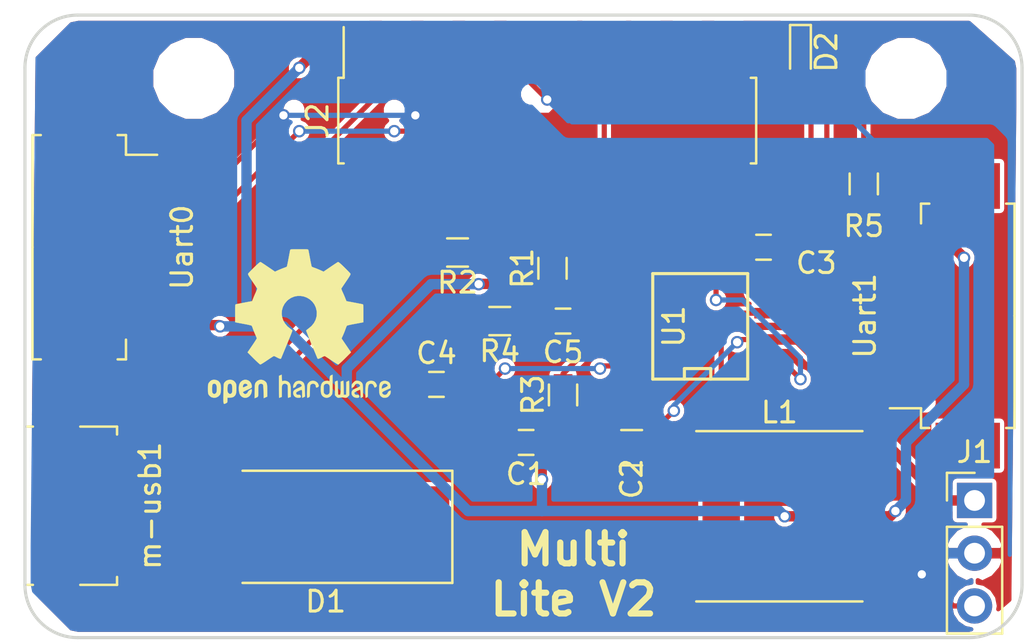
<source format=kicad_pcb>
(kicad_pcb (version 4) (host pcbnew 4.0.7)

  (general
    (links 43)
    (no_connects 2)
    (area 52.267 115.429 106.276096 149.709)
    (thickness 1.6)
    (drawings 9)
    (tracks 164)
    (zones 0)
    (modules 22)
    (nets 34)
  )

  (page A4)
  (layers
    (0 F.Cu signal)
    (31 B.Cu signal)
    (32 B.Adhes user)
    (33 F.Adhes user)
    (34 B.Paste user)
    (35 F.Paste user)
    (36 B.SilkS user)
    (37 F.SilkS user)
    (38 B.Mask user)
    (39 F.Mask user)
    (40 Dwgs.User user)
    (41 Cmts.User user)
    (42 Eco1.User user)
    (43 Eco2.User user)
    (44 Edge.Cuts user)
    (45 Margin user)
    (46 B.CrtYd user)
    (47 F.CrtYd user)
    (48 B.Fab user hide)
    (49 F.Fab user hide)
  )

  (setup
    (last_trace_width 0.25)
    (trace_clearance 0.2)
    (zone_clearance 0.2)
    (zone_45_only no)
    (trace_min 0.2)
    (segment_width 0.2)
    (edge_width 0.15)
    (via_size 0.6)
    (via_drill 0.4)
    (via_min_size 0.4)
    (via_min_drill 0.3)
    (uvia_size 0.3)
    (uvia_drill 0.1)
    (uvias_allowed no)
    (uvia_min_size 0.2)
    (uvia_min_drill 0.1)
    (pcb_text_width 0.3)
    (pcb_text_size 1.5 1.5)
    (mod_edge_width 0.15)
    (mod_text_size 1 1)
    (mod_text_width 0.15)
    (pad_size 1.524 1.524)
    (pad_drill 0.762)
    (pad_to_mask_clearance 0.2)
    (aux_axis_origin 0 0)
    (visible_elements 7FFEFFFF)
    (pcbplotparams
      (layerselection 0x00030_80000001)
      (usegerberextensions false)
      (excludeedgelayer true)
      (linewidth 0.100000)
      (plotframeref false)
      (viasonmask false)
      (mode 1)
      (useauxorigin false)
      (hpglpennumber 1)
      (hpglpenspeed 20)
      (hpglpendiameter 15)
      (hpglpenoverlay 2)
      (psnegative false)
      (psa4output false)
      (plotreference true)
      (plotvalue true)
      (plotinvisibletext false)
      (padsonsilk false)
      (subtractmaskfromsilk false)
      (outputformat 1)
      (mirror false)
      (drillshape 1)
      (scaleselection 1)
      (outputdirectory ""))
  )

  (net 0 "")
  (net 1 GND)
  (net 2 5V+)
  (net 3 Vin)
  (net 4 "Net-(C3-Pad1)")
  (net 5 "Net-(C3-Pad2)")
  (net 6 "Net-(C4-Pad2)")
  (net 7 "Net-(C5-Pad2)")
  (net 8 "Net-(C5-Pad1)")
  (net 9 EventIN)
  (net 10 "Net-(J2-Pad2)")
  (net 11 USB-)
  (net 12 USB+)
  (net 13 "Net-(J2-Pad5)")
  (net 14 "Net-(J2-Pad6)")
  (net 15 "Net-(J2-Pad7)")
  (net 16 "Net-(J2-Pad8)")
  (net 17 Uart0TX)
  (net 18 Uart0RX)
  (net 19 Uart1TX)
  (net 20 Uart1RX)
  (net 21 "Net-(J2-Pad17)")
  (net 22 "Net-(J2-Pad19)")
  (net 23 "Net-(J2-Pad20)")
  (net 24 "Net-(m-usb1-Pad1)")
  (net 25 "Net-(R1-Pad2)")
  (net 26 "Net-(R3-Pad2)")
  (net 27 "Net-(Uart0-Pad4)")
  (net 28 "Net-(Uart0-Pad5)")
  (net 29 "Net-(Uart0-Pad6)")
  (net 30 "Net-(Uart1-Pad4)")
  (net 31 "Net-(Uart1-Pad5)")
  (net 32 "Net-(Uart1-Pad6)")
  (net 33 "Net-(D2-Pad2)")

  (net_class Default "This is the default net class."
    (clearance 0.2)
    (trace_width 0.25)
    (via_dia 0.6)
    (via_drill 0.4)
    (uvia_dia 0.3)
    (uvia_drill 0.1)
    (add_net EventIN)
    (add_net GND)
    (add_net "Net-(C3-Pad1)")
    (add_net "Net-(C4-Pad2)")
    (add_net "Net-(C5-Pad1)")
    (add_net "Net-(C5-Pad2)")
    (add_net "Net-(D2-Pad2)")
    (add_net "Net-(J2-Pad17)")
    (add_net "Net-(J2-Pad19)")
    (add_net "Net-(J2-Pad2)")
    (add_net "Net-(J2-Pad20)")
    (add_net "Net-(J2-Pad5)")
    (add_net "Net-(J2-Pad6)")
    (add_net "Net-(J2-Pad7)")
    (add_net "Net-(J2-Pad8)")
    (add_net "Net-(R1-Pad2)")
    (add_net "Net-(R3-Pad2)")
    (add_net "Net-(Uart0-Pad4)")
    (add_net "Net-(Uart0-Pad5)")
    (add_net "Net-(Uart0-Pad6)")
    (add_net "Net-(Uart1-Pad4)")
    (add_net "Net-(Uart1-Pad5)")
    (add_net "Net-(Uart1-Pad6)")
    (add_net "Net-(m-usb1-Pad1)")
    (add_net USB+)
    (add_net USB-)
    (add_net Uart0RX)
    (add_net Uart0TX)
    (add_net Uart1RX)
    (add_net Uart1TX)
  )

  (net_class power ""
    (clearance 0.2)
    (trace_width 0.5)
    (via_dia 0.6)
    (via_drill 0.4)
    (uvia_dia 0.3)
    (uvia_drill 0.1)
    (add_net 5V+)
    (add_net "Net-(C3-Pad2)")
    (add_net Vin)
  )

  (module Capacitors_SMD:C_0603 (layer F.Cu) (tedit 5A16800B) (tstamp 5A16258C)
    (at 79.248 138.43 180)
    (descr "Capacitor SMD 0603, reflow soldering, AVX (see smccp.pdf)")
    (tags "capacitor 0603")
    (path /59E128DD)
    (attr smd)
    (fp_text reference C1 (at 0 -1.524 180) (layer F.SilkS)
      (effects (font (size 1 1) (thickness 0.15)))
    )
    (fp_text value 22uF (at 0 1.5 180) (layer F.Fab)
      (effects (font (size 1 1) (thickness 0.15)))
    )
    (fp_line (start 1.4 0.65) (end -1.4 0.65) (layer F.CrtYd) (width 0.05))
    (fp_line (start 1.4 0.65) (end 1.4 -0.65) (layer F.CrtYd) (width 0.05))
    (fp_line (start -1.4 -0.65) (end -1.4 0.65) (layer F.CrtYd) (width 0.05))
    (fp_line (start -1.4 -0.65) (end 1.4 -0.65) (layer F.CrtYd) (width 0.05))
    (fp_line (start 0.35 0.6) (end -0.35 0.6) (layer F.SilkS) (width 0.12))
    (fp_line (start -0.35 -0.6) (end 0.35 -0.6) (layer F.SilkS) (width 0.12))
    (fp_line (start -0.8 -0.4) (end 0.8 -0.4) (layer F.Fab) (width 0.1))
    (fp_line (start 0.8 -0.4) (end 0.8 0.4) (layer F.Fab) (width 0.1))
    (fp_line (start 0.8 0.4) (end -0.8 0.4) (layer F.Fab) (width 0.1))
    (fp_line (start -0.8 0.4) (end -0.8 -0.4) (layer F.Fab) (width 0.1))
    (fp_text user %R (at 0 0 180) (layer F.Fab)
      (effects (font (size 0.3 0.3) (thickness 0.075)))
    )
    (pad 2 smd rect (at 0.75 0 180) (size 0.8 0.75) (layers F.Cu F.Paste F.Mask)
      (net 1 GND))
    (pad 1 smd rect (at -0.75 0 180) (size 0.8 0.75) (layers F.Cu F.Paste F.Mask)
      (net 2 5V+))
    (model Capacitors_SMD.3dshapes/C_0603.wrl
      (at (xyz 0 0 0))
      (scale (xyz 1 1 1))
      (rotate (xyz 0 0 0))
    )
  )

  (module Capacitors_SMD:C_0805 (layer F.Cu) (tedit 5A167F55) (tstamp 5A162592)
    (at 84.328 138.684 180)
    (descr "Capacitor SMD 0805, reflow soldering, AVX (see smccp.pdf)")
    (tags "capacitor 0805")
    (path /59E12916)
    (attr smd)
    (fp_text reference C2 (at 0 -1.5 270) (layer F.SilkS)
      (effects (font (size 1 1) (thickness 0.15)))
    )
    (fp_text value 10uF (at 0 1.75 180) (layer F.Fab)
      (effects (font (size 1 1) (thickness 0.15)))
    )
    (fp_text user %R (at 0 -1.5 180) (layer F.Fab)
      (effects (font (size 1 1) (thickness 0.15)))
    )
    (fp_line (start -1 0.62) (end -1 -0.62) (layer F.Fab) (width 0.1))
    (fp_line (start 1 0.62) (end -1 0.62) (layer F.Fab) (width 0.1))
    (fp_line (start 1 -0.62) (end 1 0.62) (layer F.Fab) (width 0.1))
    (fp_line (start -1 -0.62) (end 1 -0.62) (layer F.Fab) (width 0.1))
    (fp_line (start 0.5 -0.85) (end -0.5 -0.85) (layer F.SilkS) (width 0.12))
    (fp_line (start -0.5 0.85) (end 0.5 0.85) (layer F.SilkS) (width 0.12))
    (fp_line (start -1.75 -0.88) (end 1.75 -0.88) (layer F.CrtYd) (width 0.05))
    (fp_line (start -1.75 -0.88) (end -1.75 0.87) (layer F.CrtYd) (width 0.05))
    (fp_line (start 1.75 0.87) (end 1.75 -0.88) (layer F.CrtYd) (width 0.05))
    (fp_line (start 1.75 0.87) (end -1.75 0.87) (layer F.CrtYd) (width 0.05))
    (pad 1 smd rect (at -1 0 180) (size 1 1.25) (layers F.Cu F.Paste F.Mask)
      (net 3 Vin))
    (pad 2 smd rect (at 1 0 180) (size 1 1.25) (layers F.Cu F.Paste F.Mask)
      (net 1 GND))
    (model Capacitors_SMD.3dshapes/C_0805.wrl
      (at (xyz 0 0 0))
      (scale (xyz 1 1 1))
      (rotate (xyz 0 0 0))
    )
  )

  (module Capacitors_SMD:C_0603 (layer F.Cu) (tedit 59958EE7) (tstamp 5A1625A4)
    (at 81.026 132.588 180)
    (descr "Capacitor SMD 0603, reflow soldering, AVX (see smccp.pdf)")
    (tags "capacitor 0603")
    (path /59E12948)
    (attr smd)
    (fp_text reference C5 (at 0 -1.5 180) (layer F.SilkS)
      (effects (font (size 1 1) (thickness 0.15)))
    )
    (fp_text value 3.3uF (at 0 1.5 180) (layer F.Fab)
      (effects (font (size 1 1) (thickness 0.15)))
    )
    (fp_line (start 1.4 0.65) (end -1.4 0.65) (layer F.CrtYd) (width 0.05))
    (fp_line (start 1.4 0.65) (end 1.4 -0.65) (layer F.CrtYd) (width 0.05))
    (fp_line (start -1.4 -0.65) (end -1.4 0.65) (layer F.CrtYd) (width 0.05))
    (fp_line (start -1.4 -0.65) (end 1.4 -0.65) (layer F.CrtYd) (width 0.05))
    (fp_line (start 0.35 0.6) (end -0.35 0.6) (layer F.SilkS) (width 0.12))
    (fp_line (start -0.35 -0.6) (end 0.35 -0.6) (layer F.SilkS) (width 0.12))
    (fp_line (start -0.8 -0.4) (end 0.8 -0.4) (layer F.Fab) (width 0.1))
    (fp_line (start 0.8 -0.4) (end 0.8 0.4) (layer F.Fab) (width 0.1))
    (fp_line (start 0.8 0.4) (end -0.8 0.4) (layer F.Fab) (width 0.1))
    (fp_line (start -0.8 0.4) (end -0.8 -0.4) (layer F.Fab) (width 0.1))
    (fp_text user %R (at 0 0 180) (layer F.Fab)
      (effects (font (size 0.3 0.3) (thickness 0.075)))
    )
    (pad 2 smd rect (at 0.75 0 180) (size 0.8 0.75) (layers F.Cu F.Paste F.Mask)
      (net 7 "Net-(C5-Pad2)"))
    (pad 1 smd rect (at -0.75 0 180) (size 0.8 0.75) (layers F.Cu F.Paste F.Mask)
      (net 8 "Net-(C5-Pad1)"))
    (model Capacitors_SMD.3dshapes/C_0603.wrl
      (at (xyz 0 0 0))
      (scale (xyz 1 1 1))
      (rotate (xyz 0 0 0))
    )
  )

  (module Diodes_SMD:D_3220 (layer F.Cu) (tedit 590CF5B9) (tstamp 5A1625AA)
    (at 69.596 142.494 180)
    (descr "Diode SMD 3220, reflow soldering http://datasheets.avx.com/schottky.pdf")
    (tags "Diode 3220")
    (path /59E12B10)
    (attr smd)
    (fp_text reference D1 (at 0 -3.6 180) (layer F.SilkS)
      (effects (font (size 1 1) (thickness 0.15)))
    )
    (fp_text value D_Schottky (at 0 3.7 180) (layer F.Fab)
      (effects (font (size 1 1) (thickness 0.15)))
    )
    (fp_text user %R (at 0 -1.6 180) (layer F.Fab)
      (effects (font (size 1 1) (thickness 0.15)))
    )
    (fp_line (start -6.1 2.7) (end -6.1 -2.7) (layer F.SilkS) (width 0.12))
    (fp_line (start 4 2.5) (end -4 2.5) (layer F.Fab) (width 0.1))
    (fp_line (start -4 2.5) (end -4 -2.5) (layer F.Fab) (width 0.1))
    (fp_line (start 4 -2.5) (end 4 2.5) (layer F.Fab) (width 0.1))
    (fp_line (start 4 -2.5) (end -4 -2.5) (layer F.Fab) (width 0.1))
    (fp_line (start -6.25 -2.85) (end 6.25 -2.85) (layer F.CrtYd) (width 0.05))
    (fp_line (start -6.25 2.85) (end -6.25 -2.85) (layer F.CrtYd) (width 0.05))
    (fp_line (start -0.64944 0.00102) (end -1.55114 0.00102) (layer F.Fab) (width 0.1))
    (fp_line (start 0.50118 0.00102) (end 1.4994 0.00102) (layer F.Fab) (width 0.1))
    (fp_line (start -0.64944 -0.79908) (end -0.64944 0.80112) (layer F.Fab) (width 0.1))
    (fp_line (start 0.50118 0.75032) (end 0.50118 -0.79908) (layer F.Fab) (width 0.1))
    (fp_line (start -0.64944 0.00102) (end 0.50118 0.75032) (layer F.Fab) (width 0.1))
    (fp_line (start -0.64944 0.00102) (end 0.50118 -0.79908) (layer F.Fab) (width 0.1))
    (fp_line (start -6.1 2.7) (end 4 2.7) (layer F.SilkS) (width 0.12))
    (fp_line (start -6.1 -2.7) (end 4 -2.7) (layer F.SilkS) (width 0.12))
    (fp_line (start 6.25 2.85) (end 6.25 -2.85) (layer F.CrtYd) (width 0.05))
    (fp_line (start -6.25 2.85) (end 6.25 2.85) (layer F.CrtYd) (width 0.05))
    (pad 1 smd rect (at -4 0 270) (size 3.9 3.9) (layers F.Cu F.Paste F.Mask)
      (net 5 "Net-(C3-Pad2)"))
    (pad 2 smd rect (at 4 0 270) (size 3.9 3.9) (layers F.Cu F.Paste F.Mask)
      (net 1 GND))
    (model ${KISYS3DMOD}/Diodes_SMD.3dshapes/D_3220.wrl
      (at (xyz 0 0 0))
      (scale (xyz 1 1 1))
      (rotate (xyz 0 0 0))
    )
  )

  (module Socket_Strips:Socket_Strip_Straight_1x03_Pitch2.54mm (layer F.Cu) (tedit 58CD5446) (tstamp 5A1625B1)
    (at 100.838 141.224)
    (descr "Through hole straight socket strip, 1x03, 2.54mm pitch, single row")
    (tags "Through hole socket strip THT 1x03 2.54mm single row")
    (path /5A163104)
    (fp_text reference J1 (at 0 -2.33) (layer F.SilkS)
      (effects (font (size 1 1) (thickness 0.15)))
    )
    (fp_text value "vIN and event" (at 0 7.41) (layer F.Fab)
      (effects (font (size 1 1) (thickness 0.15)))
    )
    (fp_line (start -1.27 -1.27) (end -1.27 6.35) (layer F.Fab) (width 0.1))
    (fp_line (start -1.27 6.35) (end 1.27 6.35) (layer F.Fab) (width 0.1))
    (fp_line (start 1.27 6.35) (end 1.27 -1.27) (layer F.Fab) (width 0.1))
    (fp_line (start 1.27 -1.27) (end -1.27 -1.27) (layer F.Fab) (width 0.1))
    (fp_line (start -1.33 1.27) (end -1.33 6.41) (layer F.SilkS) (width 0.12))
    (fp_line (start -1.33 6.41) (end 1.33 6.41) (layer F.SilkS) (width 0.12))
    (fp_line (start 1.33 6.41) (end 1.33 1.27) (layer F.SilkS) (width 0.12))
    (fp_line (start 1.33 1.27) (end -1.33 1.27) (layer F.SilkS) (width 0.12))
    (fp_line (start -1.33 0) (end -1.33 -1.33) (layer F.SilkS) (width 0.12))
    (fp_line (start -1.33 -1.33) (end 0 -1.33) (layer F.SilkS) (width 0.12))
    (fp_line (start -1.8 -1.8) (end -1.8 6.85) (layer F.CrtYd) (width 0.05))
    (fp_line (start -1.8 6.85) (end 1.8 6.85) (layer F.CrtYd) (width 0.05))
    (fp_line (start 1.8 6.85) (end 1.8 -1.8) (layer F.CrtYd) (width 0.05))
    (fp_line (start 1.8 -1.8) (end -1.8 -1.8) (layer F.CrtYd) (width 0.05))
    (fp_text user %R (at 0 -2.33) (layer F.Fab)
      (effects (font (size 1 1) (thickness 0.15)))
    )
    (pad 1 thru_hole rect (at 0 0) (size 1.7 1.7) (drill 1) (layers *.Cu *.Mask)
      (net 3 Vin))
    (pad 2 thru_hole oval (at 0 2.54) (size 1.7 1.7) (drill 1) (layers *.Cu *.Mask)
      (net 1 GND))
    (pad 3 thru_hole oval (at 0 5.08) (size 1.7 1.7) (drill 1) (layers *.Cu *.Mask)
      (net 9 EventIN))
    (model ${KISYS3DMOD}/Socket_Strips.3dshapes/Socket_Strip_Straight_1x03_Pitch2.54mm.wrl
      (at (xyz 0 -0.1 0))
      (scale (xyz 1 1 1))
      (rotate (xyz 0 0 270))
    )
  )

  (module Socket_Strips:Socket_Strip_Straight_2x10_Pitch2.00mm_SMD (layer F.Cu) (tedit 58CD5450) (tstamp 5A1625C9)
    (at 80.264 122.936 90)
    (descr "surface-mounted straight socket strip, 2x10, 2.00mm pitch, double rows")
    (tags "Surface mounted socket strip SMD 2x10 2.00mm double row")
    (path /59E030D2)
    (attr smd)
    (fp_text reference J2 (at 0 -11.06 90) (layer F.SilkS)
      (effects (font (size 1 1) (thickness 0.15)))
    )
    (fp_text value "Multi Connector" (at 0 11.06 90) (layer F.Fab)
      (effects (font (size 1 1) (thickness 0.15)))
    )
    (fp_line (start -2 -10) (end -2 10) (layer F.Fab) (width 0.1))
    (fp_line (start -2 10) (end 2 10) (layer F.Fab) (width 0.1))
    (fp_line (start 2 10) (end 2 -10) (layer F.Fab) (width 0.1))
    (fp_line (start 2 -10) (end -2 -10) (layer F.Fab) (width 0.1))
    (fp_line (start -2 -9.25) (end -2 -8.75) (layer F.Fab) (width 0.1))
    (fp_line (start -2 -8.75) (end -3 -8.75) (layer F.Fab) (width 0.1))
    (fp_line (start -3 -8.75) (end -3 -9.25) (layer F.Fab) (width 0.1))
    (fp_line (start -3 -9.25) (end -2 -9.25) (layer F.Fab) (width 0.1))
    (fp_line (start 2 -9.25) (end 2 -8.75) (layer F.Fab) (width 0.1))
    (fp_line (start 2 -8.75) (end 3 -8.75) (layer F.Fab) (width 0.1))
    (fp_line (start 3 -8.75) (end 3 -9.25) (layer F.Fab) (width 0.1))
    (fp_line (start 3 -9.25) (end 2 -9.25) (layer F.Fab) (width 0.1))
    (fp_line (start -2 -7.25) (end -2 -6.75) (layer F.Fab) (width 0.1))
    (fp_line (start -2 -6.75) (end -3 -6.75) (layer F.Fab) (width 0.1))
    (fp_line (start -3 -6.75) (end -3 -7.25) (layer F.Fab) (width 0.1))
    (fp_line (start -3 -7.25) (end -2 -7.25) (layer F.Fab) (width 0.1))
    (fp_line (start 2 -7.25) (end 2 -6.75) (layer F.Fab) (width 0.1))
    (fp_line (start 2 -6.75) (end 3 -6.75) (layer F.Fab) (width 0.1))
    (fp_line (start 3 -6.75) (end 3 -7.25) (layer F.Fab) (width 0.1))
    (fp_line (start 3 -7.25) (end 2 -7.25) (layer F.Fab) (width 0.1))
    (fp_line (start -2 -5.25) (end -2 -4.75) (layer F.Fab) (width 0.1))
    (fp_line (start -2 -4.75) (end -3 -4.75) (layer F.Fab) (width 0.1))
    (fp_line (start -3 -4.75) (end -3 -5.25) (layer F.Fab) (width 0.1))
    (fp_line (start -3 -5.25) (end -2 -5.25) (layer F.Fab) (width 0.1))
    (fp_line (start 2 -5.25) (end 2 -4.75) (layer F.Fab) (width 0.1))
    (fp_line (start 2 -4.75) (end 3 -4.75) (layer F.Fab) (width 0.1))
    (fp_line (start 3 -4.75) (end 3 -5.25) (layer F.Fab) (width 0.1))
    (fp_line (start 3 -5.25) (end 2 -5.25) (layer F.Fab) (width 0.1))
    (fp_line (start -2 -3.25) (end -2 -2.75) (layer F.Fab) (width 0.1))
    (fp_line (start -2 -2.75) (end -3 -2.75) (layer F.Fab) (width 0.1))
    (fp_line (start -3 -2.75) (end -3 -3.25) (layer F.Fab) (width 0.1))
    (fp_line (start -3 -3.25) (end -2 -3.25) (layer F.Fab) (width 0.1))
    (fp_line (start 2 -3.25) (end 2 -2.75) (layer F.Fab) (width 0.1))
    (fp_line (start 2 -2.75) (end 3 -2.75) (layer F.Fab) (width 0.1))
    (fp_line (start 3 -2.75) (end 3 -3.25) (layer F.Fab) (width 0.1))
    (fp_line (start 3 -3.25) (end 2 -3.25) (layer F.Fab) (width 0.1))
    (fp_line (start -2 -1.25) (end -2 -0.75) (layer F.Fab) (width 0.1))
    (fp_line (start -2 -0.75) (end -3 -0.75) (layer F.Fab) (width 0.1))
    (fp_line (start -3 -0.75) (end -3 -1.25) (layer F.Fab) (width 0.1))
    (fp_line (start -3 -1.25) (end -2 -1.25) (layer F.Fab) (width 0.1))
    (fp_line (start 2 -1.25) (end 2 -0.75) (layer F.Fab) (width 0.1))
    (fp_line (start 2 -0.75) (end 3 -0.75) (layer F.Fab) (width 0.1))
    (fp_line (start 3 -0.75) (end 3 -1.25) (layer F.Fab) (width 0.1))
    (fp_line (start 3 -1.25) (end 2 -1.25) (layer F.Fab) (width 0.1))
    (fp_line (start -2 0.75) (end -2 1.25) (layer F.Fab) (width 0.1))
    (fp_line (start -2 1.25) (end -3 1.25) (layer F.Fab) (width 0.1))
    (fp_line (start -3 1.25) (end -3 0.75) (layer F.Fab) (width 0.1))
    (fp_line (start -3 0.75) (end -2 0.75) (layer F.Fab) (width 0.1))
    (fp_line (start 2 0.75) (end 2 1.25) (layer F.Fab) (width 0.1))
    (fp_line (start 2 1.25) (end 3 1.25) (layer F.Fab) (width 0.1))
    (fp_line (start 3 1.25) (end 3 0.75) (layer F.Fab) (width 0.1))
    (fp_line (start 3 0.75) (end 2 0.75) (layer F.Fab) (width 0.1))
    (fp_line (start -2 2.75) (end -2 3.25) (layer F.Fab) (width 0.1))
    (fp_line (start -2 3.25) (end -3 3.25) (layer F.Fab) (width 0.1))
    (fp_line (start -3 3.25) (end -3 2.75) (layer F.Fab) (width 0.1))
    (fp_line (start -3 2.75) (end -2 2.75) (layer F.Fab) (width 0.1))
    (fp_line (start 2 2.75) (end 2 3.25) (layer F.Fab) (width 0.1))
    (fp_line (start 2 3.25) (end 3 3.25) (layer F.Fab) (width 0.1))
    (fp_line (start 3 3.25) (end 3 2.75) (layer F.Fab) (width 0.1))
    (fp_line (start 3 2.75) (end 2 2.75) (layer F.Fab) (width 0.1))
    (fp_line (start -2 4.75) (end -2 5.25) (layer F.Fab) (width 0.1))
    (fp_line (start -2 5.25) (end -3 5.25) (layer F.Fab) (width 0.1))
    (fp_line (start -3 5.25) (end -3 4.75) (layer F.Fab) (width 0.1))
    (fp_line (start -3 4.75) (end -2 4.75) (layer F.Fab) (width 0.1))
    (fp_line (start 2 4.75) (end 2 5.25) (layer F.Fab) (width 0.1))
    (fp_line (start 2 5.25) (end 3 5.25) (layer F.Fab) (width 0.1))
    (fp_line (start 3 5.25) (end 3 4.75) (layer F.Fab) (width 0.1))
    (fp_line (start 3 4.75) (end 2 4.75) (layer F.Fab) (width 0.1))
    (fp_line (start -2 6.75) (end -2 7.25) (layer F.Fab) (width 0.1))
    (fp_line (start -2 7.25) (end -3 7.25) (layer F.Fab) (width 0.1))
    (fp_line (start -3 7.25) (end -3 6.75) (layer F.Fab) (width 0.1))
    (fp_line (start -3 6.75) (end -2 6.75) (layer F.Fab) (width 0.1))
    (fp_line (start 2 6.75) (end 2 7.25) (layer F.Fab) (width 0.1))
    (fp_line (start 2 7.25) (end 3 7.25) (layer F.Fab) (width 0.1))
    (fp_line (start 3 7.25) (end 3 6.75) (layer F.Fab) (width 0.1))
    (fp_line (start 3 6.75) (end 2 6.75) (layer F.Fab) (width 0.1))
    (fp_line (start -2 8.75) (end -2 9.25) (layer F.Fab) (width 0.1))
    (fp_line (start -2 9.25) (end -3 9.25) (layer F.Fab) (width 0.1))
    (fp_line (start -3 9.25) (end -3 8.75) (layer F.Fab) (width 0.1))
    (fp_line (start -3 8.75) (end -2 8.75) (layer F.Fab) (width 0.1))
    (fp_line (start 2 8.75) (end 2 9.25) (layer F.Fab) (width 0.1))
    (fp_line (start 2 9.25) (end 3 9.25) (layer F.Fab) (width 0.1))
    (fp_line (start 3 9.25) (end 3 8.75) (layer F.Fab) (width 0.1))
    (fp_line (start 3 8.75) (end 2 8.75) (layer F.Fab) (width 0.1))
    (fp_line (start -2.06 -9.8) (end -2.06 -10.06) (layer F.SilkS) (width 0.12))
    (fp_line (start -2.06 -10.06) (end 2.06 -10.06) (layer F.SilkS) (width 0.12))
    (fp_line (start 2.06 -10.06) (end 2.06 -9.8) (layer F.SilkS) (width 0.12))
    (fp_line (start -2.06 9.8) (end -2.06 10.06) (layer F.SilkS) (width 0.12))
    (fp_line (start -2.06 10.06) (end 2.06 10.06) (layer F.SilkS) (width 0.12))
    (fp_line (start 2.06 10.06) (end 2.06 9.8) (layer F.SilkS) (width 0.12))
    (fp_line (start 4.5 -9.8) (end 2.06 -9.8) (layer F.SilkS) (width 0.12))
    (fp_line (start -5 -10.5) (end -5 10.5) (layer F.CrtYd) (width 0.05))
    (fp_line (start -5 10.5) (end 5 10.5) (layer F.CrtYd) (width 0.05))
    (fp_line (start 5 10.5) (end 5 -10.5) (layer F.CrtYd) (width 0.05))
    (fp_line (start 5 -10.5) (end -5 -10.5) (layer F.CrtYd) (width 0.05))
    (fp_text user %R (at 0 -11.06 90) (layer F.Fab)
      (effects (font (size 1 1) (thickness 0.15)))
    )
    (pad 1 smd rect (at 3.125 -9 90) (size 2.75 1) (layers F.Cu F.Paste F.Mask)
      (net 2 5V+))
    (pad 2 smd rect (at -3.125 -9 90) (size 2.75 1) (layers F.Cu F.Paste F.Mask)
      (net 10 "Net-(J2-Pad2)"))
    (pad 3 smd rect (at 3.125 -7 90) (size 2.75 1) (layers F.Cu F.Paste F.Mask)
      (net 11 USB-))
    (pad 4 smd rect (at -3.125 -7 90) (size 2.75 1) (layers F.Cu F.Paste F.Mask)
      (net 12 USB+))
    (pad 5 smd rect (at 3.125 -5 90) (size 2.75 1) (layers F.Cu F.Paste F.Mask)
      (net 13 "Net-(J2-Pad5)"))
    (pad 6 smd rect (at -3.125 -5 90) (size 2.75 1) (layers F.Cu F.Paste F.Mask)
      (net 14 "Net-(J2-Pad6)"))
    (pad 7 smd rect (at 3.125 -3 90) (size 2.75 1) (layers F.Cu F.Paste F.Mask)
      (net 15 "Net-(J2-Pad7)"))
    (pad 8 smd rect (at -3.125 -3 90) (size 2.75 1) (layers F.Cu F.Paste F.Mask)
      (net 16 "Net-(J2-Pad8)"))
    (pad 9 smd rect (at 3.125 -1 90) (size 2.75 1) (layers F.Cu F.Paste F.Mask)
      (net 9 EventIN))
    (pad 10 smd rect (at -3.125 -1 90) (size 2.75 1) (layers F.Cu F.Paste F.Mask)
      (net 1 GND))
    (pad 11 smd rect (at 3.125 1 90) (size 2.75 1) (layers F.Cu F.Paste F.Mask)
      (net 17 Uart0TX))
    (pad 12 smd rect (at -3.125 1 90) (size 2.75 1) (layers F.Cu F.Paste F.Mask)
      (net 18 Uart0RX))
    (pad 13 smd rect (at 3.125 3 90) (size 2.75 1) (layers F.Cu F.Paste F.Mask)
      (net 1 GND))
    (pad 14 smd rect (at -3.125 3 90) (size 2.75 1) (layers F.Cu F.Paste F.Mask)
      (net 19 Uart1TX))
    (pad 15 smd rect (at 3.125 5 90) (size 2.75 1) (layers F.Cu F.Paste F.Mask)
      (net 20 Uart1RX))
    (pad 16 smd rect (at -3.125 5 90) (size 2.75 1) (layers F.Cu F.Paste F.Mask)
      (net 1 GND))
    (pad 17 smd rect (at 3.125 7 90) (size 2.75 1) (layers F.Cu F.Paste F.Mask)
      (net 21 "Net-(J2-Pad17)"))
    (pad 18 smd rect (at -3.125 7 90) (size 2.75 1) (layers F.Cu F.Paste F.Mask)
      (net 1 GND))
    (pad 19 smd rect (at 3.125 9 90) (size 2.75 1) (layers F.Cu F.Paste F.Mask)
      (net 22 "Net-(J2-Pad19)"))
    (pad 20 smd rect (at -3.125 9 90) (size 2.75 1) (layers F.Cu F.Paste F.Mask)
      (net 23 "Net-(J2-Pad20)"))
    (model ${KISYS3DMOD}/Socket_Strips.3dshapes/Socket_Strip_Straight_2x10_Pitch2.00mm_SMD.wrl
      (at (xyz 0 0 0))
      (scale (xyz 1 1 1))
      (rotate (xyz 0 0 0))
    )
  )

  (module Inductors_SMD:L_Taiyo-Yuden_NR-80xx (layer F.Cu) (tedit 5990349D) (tstamp 5A1625CF)
    (at 91.44 141.986)
    (descr "Inductor, Taiyo Yuden, NR series, Taiyo-Yuden_NR-80xx, 8.0mmx8.0mm")
    (tags "inductor taiyo-yuden nr smd")
    (path /59E12AC1)
    (attr smd)
    (fp_text reference L1 (at 0 -5) (layer F.SilkS)
      (effects (font (size 1 1) (thickness 0.15)))
    )
    (fp_text value 15uH (at 0 5.5) (layer F.Fab)
      (effects (font (size 1 1) (thickness 0.15)))
    )
    (fp_text user %R (at 0 0) (layer F.Fab)
      (effects (font (size 1 1) (thickness 0.15)))
    )
    (fp_line (start -4 0) (end -4 -2.8) (layer F.Fab) (width 0.1))
    (fp_line (start -4 -2.8) (end -2.8 -4) (layer F.Fab) (width 0.1))
    (fp_line (start -2.8 -4) (end 0 -4) (layer F.Fab) (width 0.1))
    (fp_line (start 4 0) (end 4 -2.8) (layer F.Fab) (width 0.1))
    (fp_line (start 4 -2.8) (end 2.8 -4) (layer F.Fab) (width 0.1))
    (fp_line (start 2.8 -4) (end 0 -4) (layer F.Fab) (width 0.1))
    (fp_line (start 4 0) (end 4 2.8) (layer F.Fab) (width 0.1))
    (fp_line (start 4 2.8) (end 2.8 4) (layer F.Fab) (width 0.1))
    (fp_line (start 2.8 4) (end 0 4) (layer F.Fab) (width 0.1))
    (fp_line (start -4 0) (end -4 2.8) (layer F.Fab) (width 0.1))
    (fp_line (start -4 2.8) (end -2.8 4) (layer F.Fab) (width 0.1))
    (fp_line (start -2.8 4) (end 0 4) (layer F.Fab) (width 0.1))
    (fp_line (start -4 -4.1) (end 4 -4.1) (layer F.SilkS) (width 0.12))
    (fp_line (start -4 4.1) (end 4 4.1) (layer F.SilkS) (width 0.12))
    (fp_line (start -4.25 -4.25) (end -4.25 4.25) (layer F.CrtYd) (width 0.05))
    (fp_line (start -4.25 4.25) (end 4.25 4.25) (layer F.CrtYd) (width 0.05))
    (fp_line (start 4.25 4.25) (end 4.25 -4.25) (layer F.CrtYd) (width 0.05))
    (fp_line (start 4.25 -4.25) (end -4.25 -4.25) (layer F.CrtYd) (width 0.05))
    (pad 1 smd rect (at -2.8 0) (size 1.8 7.7) (layers F.Cu F.Paste F.Mask)
      (net 5 "Net-(C3-Pad2)"))
    (pad 2 smd rect (at 2.8 0) (size 1.8 7.7) (layers F.Cu F.Paste F.Mask)
      (net 2 5V+))
    (model ${KISYS3DMOD}/Inductors_SMD.3dshapes/L_Taiyo-Yuden_NR-80xx.wrl
      (at (xyz 0 0 0))
      (scale (xyz 1 1 1))
      (rotate (xyz 0 0 0))
    )
  )

  (module Connectors_USB:USB_Micro-B_Molex_47346-0001 (layer F.Cu) (tedit 594C50D0) (tstamp 5A1625DE)
    (at 56.642 141.478 270)
    (descr "Micro USB B receptable with flange, bottom-mount, SMD, right-angle (http://www.molex.com/pdm_docs/sd/473460001_sd.pdf)")
    (tags "Micro B USB SMD")
    (path /59E03600)
    (attr smd)
    (fp_text reference m-usb1 (at 0 -4.5 450) (layer F.SilkS)
      (effects (font (size 1 1) (thickness 0.15)))
    )
    (fp_text value Micro_USB (at 0 3.4 450) (layer F.Fab)
      (effects (font (size 1 1) (thickness 0.15)))
    )
    (fp_text user "PCB Edge" (at 0 1.47 450) (layer Dwgs.User)
      (effects (font (size 0.4 0.4) (thickness 0.04)))
    )
    (fp_text user %R (at 0 0 270) (layer F.Fab)
      (effects (font (size 1 1) (thickness 0.15)))
    )
    (fp_line (start 3.81 -2.91) (end 3.43 -2.91) (layer F.SilkS) (width 0.12))
    (fp_line (start 4.6 2.7) (end -4.6 2.7) (layer F.CrtYd) (width 0.05))
    (fp_line (start 4.6 -3.9) (end 4.6 2.7) (layer F.CrtYd) (width 0.05))
    (fp_line (start -4.6 -3.9) (end 4.6 -3.9) (layer F.CrtYd) (width 0.05))
    (fp_line (start -4.6 2.7) (end -4.6 -3.9) (layer F.CrtYd) (width 0.05))
    (fp_line (start 3.75 2.15) (end -3.75 2.15) (layer F.Fab) (width 0.1))
    (fp_line (start 3.75 -2.85) (end 3.75 2.15) (layer F.Fab) (width 0.1))
    (fp_line (start -3.75 -2.85) (end 3.75 -2.85) (layer F.Fab) (width 0.1))
    (fp_line (start -3.75 2.15) (end -3.75 -2.85) (layer F.Fab) (width 0.1))
    (fp_line (start 3.81 1.14) (end 3.81 1.4) (layer F.SilkS) (width 0.12))
    (fp_line (start 3.81 -2.91) (end 3.81 -1.14) (layer F.SilkS) (width 0.12))
    (fp_line (start -3.81 -2.91) (end -3.43 -2.91) (layer F.SilkS) (width 0.12))
    (fp_line (start -3.81 -1.14) (end -3.81 -2.91) (layer F.SilkS) (width 0.12))
    (fp_line (start -3.81 1.4) (end -3.81 1.14) (layer F.SilkS) (width 0.12))
    (fp_line (start -3.25 1.45) (end 3.25 1.45) (layer F.Fab) (width 0.1))
    (pad 1 smd rect (at -1.3 -2.66 270) (size 0.45 1.38) (layers F.Cu F.Paste F.Mask)
      (net 24 "Net-(m-usb1-Pad1)"))
    (pad 2 smd rect (at -0.65 -2.66 270) (size 0.45 1.38) (layers F.Cu F.Paste F.Mask)
      (net 11 USB-))
    (pad 3 smd rect (at 0 -2.66 270) (size 0.45 1.38) (layers F.Cu F.Paste F.Mask)
      (net 12 USB+))
    (pad 4 smd rect (at 0.65 -2.66 270) (size 0.45 1.38) (layers F.Cu F.Paste F.Mask)
      (net 1 GND))
    (pad 5 smd rect (at 1.3 -2.66 270) (size 0.45 1.38) (layers F.Cu F.Paste F.Mask)
      (net 1 GND))
    (pad 6 smd rect (at -2.4625 -2.3 270) (size 1.475 2.1) (layers F.Cu F.Paste F.Mask))
    (pad 6 smd rect (at 2.4625 -2.3 270) (size 1.475 2.1) (layers F.Cu F.Paste F.Mask))
    (pad 6 smd rect (at -2.91 0 270) (size 2.375 1.9) (layers F.Cu F.Paste F.Mask))
    (pad 6 smd rect (at 2.91 0 270) (size 2.375 1.9) (layers F.Cu F.Paste F.Mask))
    (pad 6 smd rect (at -0.84 0 270) (size 1.175 1.9) (layers F.Cu F.Paste F.Mask))
    (pad 6 smd rect (at 0.84 0 270) (size 1.175 1.9) (layers F.Cu F.Paste F.Mask))
    (model ${KISYS3DMOD}/Connectors_USB.3dshapes/USB_Micro-B_Molex_47346-0001.wrl
      (at (xyz 0 0 0))
      (scale (xyz 1 1 1))
      (rotate (xyz 0 0 0))
    )
  )

  (module Resistors_SMD:R_0603 (layer F.Cu) (tedit 58E0A804) (tstamp 5A1625F6)
    (at 77.978 132.588 180)
    (descr "Resistor SMD 0603, reflow soldering, Vishay (see dcrcw.pdf)")
    (tags "resistor 0603")
    (path /59E12A54)
    (attr smd)
    (fp_text reference R4 (at 0 -1.45 180) (layer F.SilkS)
      (effects (font (size 1 1) (thickness 0.15)))
    )
    (fp_text value 20K (at 0 1.5 180) (layer F.Fab)
      (effects (font (size 1 1) (thickness 0.15)))
    )
    (fp_text user %R (at 0 0 180) (layer F.Fab)
      (effects (font (size 0.4 0.4) (thickness 0.075)))
    )
    (fp_line (start -0.8 0.4) (end -0.8 -0.4) (layer F.Fab) (width 0.1))
    (fp_line (start 0.8 0.4) (end -0.8 0.4) (layer F.Fab) (width 0.1))
    (fp_line (start 0.8 -0.4) (end 0.8 0.4) (layer F.Fab) (width 0.1))
    (fp_line (start -0.8 -0.4) (end 0.8 -0.4) (layer F.Fab) (width 0.1))
    (fp_line (start 0.5 0.68) (end -0.5 0.68) (layer F.SilkS) (width 0.12))
    (fp_line (start -0.5 -0.68) (end 0.5 -0.68) (layer F.SilkS) (width 0.12))
    (fp_line (start -1.25 -0.7) (end 1.25 -0.7) (layer F.CrtYd) (width 0.05))
    (fp_line (start -1.25 -0.7) (end -1.25 0.7) (layer F.CrtYd) (width 0.05))
    (fp_line (start 1.25 0.7) (end 1.25 -0.7) (layer F.CrtYd) (width 0.05))
    (fp_line (start 1.25 0.7) (end -1.25 0.7) (layer F.CrtYd) (width 0.05))
    (pad 1 smd rect (at -0.75 0 180) (size 0.5 0.9) (layers F.Cu F.Paste F.Mask)
      (net 7 "Net-(C5-Pad2)"))
    (pad 2 smd rect (at 0.75 0 180) (size 0.5 0.9) (layers F.Cu F.Paste F.Mask)
      (net 1 GND))
    (model ${KISYS3DMOD}/Resistors_SMD.3dshapes/R_0603.wrl
      (at (xyz 0 0 0))
      (scale (xyz 1 1 1))
      (rotate (xyz 0 0 0))
    )
  )

  (module SMD_Packages:SOIC-8-N (layer F.Cu) (tedit 0) (tstamp 5A162602)
    (at 87.63 132.842 90)
    (descr "Module Narrow CMS SOJ 8 pins large")
    (tags "CMS SOJ")
    (path /59E12758)
    (attr smd)
    (fp_text reference U1 (at 0 -1.27 90) (layer F.SilkS)
      (effects (font (size 1 1) (thickness 0.15)))
    )
    (fp_text value RT8284N (at 0 1.27 90) (layer F.Fab)
      (effects (font (size 1 1) (thickness 0.15)))
    )
    (fp_line (start -2.54 -2.286) (end 2.54 -2.286) (layer F.SilkS) (width 0.15))
    (fp_line (start 2.54 -2.286) (end 2.54 2.286) (layer F.SilkS) (width 0.15))
    (fp_line (start 2.54 2.286) (end -2.54 2.286) (layer F.SilkS) (width 0.15))
    (fp_line (start -2.54 2.286) (end -2.54 -2.286) (layer F.SilkS) (width 0.15))
    (fp_line (start -2.54 -0.762) (end -2.032 -0.762) (layer F.SilkS) (width 0.15))
    (fp_line (start -2.032 -0.762) (end -2.032 0.508) (layer F.SilkS) (width 0.15))
    (fp_line (start -2.032 0.508) (end -2.54 0.508) (layer F.SilkS) (width 0.15))
    (pad 8 smd rect (at -1.905 -3.175 90) (size 0.508 1.143) (layers F.Cu F.Paste F.Mask)
      (net 6 "Net-(C4-Pad2)"))
    (pad 7 smd rect (at -0.635 -3.175 90) (size 0.508 1.143) (layers F.Cu F.Paste F.Mask)
      (net 26 "Net-(R3-Pad2)"))
    (pad 6 smd rect (at 0.635 -3.175 90) (size 0.508 1.143) (layers F.Cu F.Paste F.Mask)
      (net 8 "Net-(C5-Pad1)"))
    (pad 5 smd rect (at 1.905 -3.175 90) (size 0.508 1.143) (layers F.Cu F.Paste F.Mask)
      (net 25 "Net-(R1-Pad2)"))
    (pad 4 smd rect (at 1.905 3.175 90) (size 0.508 1.143) (layers F.Cu F.Paste F.Mask)
      (net 1 GND))
    (pad 3 smd rect (at 0.635 3.175 90) (size 0.508 1.143) (layers F.Cu F.Paste F.Mask)
      (net 5 "Net-(C3-Pad2)"))
    (pad 2 smd rect (at -0.635 3.175 90) (size 0.508 1.143) (layers F.Cu F.Paste F.Mask)
      (net 3 Vin))
    (pad 1 smd rect (at -1.905 3.175 90) (size 0.508 1.143) (layers F.Cu F.Paste F.Mask)
      (net 4 "Net-(C3-Pad1)"))
    (model SMD_Packages.3dshapes/SOIC-8-N.wrl
      (at (xyz 0 0 0))
      (scale (xyz 0.5 0.38 0.5))
      (rotate (xyz 0 0 0))
    )
  )

  (module Connectors_Molex:Molex_PicoBlade_53261-0771_07x1.25mm_Angled (layer F.Cu) (tedit 58A3B7FB) (tstamp 5A16260F)
    (at 59.182 129.032 270)
    (descr "Molex PicoBlade, single row, side entry type, surface mount, PN:53261-0771")
    (tags "connector molex picoblade smt")
    (path /59E03C6B)
    (attr smd)
    (fp_text reference Uart0 (at 0 -3.5 270) (layer F.SilkS)
      (effects (font (size 1 1) (thickness 0.15)))
    )
    (fp_text value Uart0 (at 0 5 270) (layer F.Fab)
      (effects (font (size 1 1) (thickness 0.15)))
    )
    (fp_line (start -5.25 3.55) (end -5.25 -0.65) (layer F.Fab) (width 0.1))
    (fp_line (start -5.25 -0.65) (end 5.25 -0.65) (layer F.Fab) (width 0.1))
    (fp_line (start 5.25 -0.65) (end 5.25 3.55) (layer F.Fab) (width 0.1))
    (fp_line (start 5.25 3.55) (end -5.25 3.55) (layer F.Fab) (width 0.1))
    (fp_line (start 5.25 0.35) (end 6.75 0.35) (layer F.Fab) (width 0.1))
    (fp_line (start 6.75 0.35) (end 6.75 3.15) (layer F.Fab) (width 0.1))
    (fp_line (start 6.75 3.15) (end 5.25 3.15) (layer F.Fab) (width 0.1))
    (fp_line (start -5.25 0.35) (end -6.75 0.35) (layer F.Fab) (width 0.1))
    (fp_line (start -6.75 0.35) (end -6.75 3.15) (layer F.Fab) (width 0.1))
    (fp_line (start -6.75 3.15) (end -5.25 3.15) (layer F.Fab) (width 0.1))
    (fp_line (start 4.45 -0.8) (end 5.4 -0.8) (layer F.SilkS) (width 0.12))
    (fp_line (start 5.4 -0.8) (end 5.4 -0.4) (layer F.SilkS) (width 0.12))
    (fp_line (start -4.45 -0.8) (end -5.4 -0.8) (layer F.SilkS) (width 0.12))
    (fp_line (start -5.4 -0.8) (end -5.4 -0.4) (layer F.SilkS) (width 0.12))
    (fp_line (start 5.4 3.3) (end 5.4 3.7) (layer F.SilkS) (width 0.12))
    (fp_line (start 5.4 3.7) (end 0 3.7) (layer F.SilkS) (width 0.12))
    (fp_line (start -5.4 3.3) (end -5.4 3.7) (layer F.SilkS) (width 0.12))
    (fp_line (start -5.4 3.7) (end 0 3.7) (layer F.SilkS) (width 0.12))
    (fp_line (start -4.45 -0.8) (end -4.45 -2.3) (layer F.SilkS) (width 0.12))
    (fp_line (start -4.15 -0.65) (end -3.75 0.15) (layer F.Fab) (width 0.1))
    (fp_line (start -3.75 0.15) (end -3.35 -0.65) (layer F.Fab) (width 0.1))
    (fp_line (start -3.35 -0.65) (end -4.15 -0.65) (layer F.Fab) (width 0.1))
    (fp_line (start 0 -2.85) (end -4.95 -2.85) (layer F.CrtYd) (width 0.05))
    (fp_line (start -4.95 -2.85) (end -4.95 -1.25) (layer F.CrtYd) (width 0.05))
    (fp_line (start -4.95 -1.25) (end -7.9 -1.25) (layer F.CrtYd) (width 0.05))
    (fp_line (start -7.9 -1.25) (end -7.9 4.15) (layer F.CrtYd) (width 0.05))
    (fp_line (start -7.9 4.15) (end 0 4.15) (layer F.CrtYd) (width 0.05))
    (fp_line (start 0 -2.85) (end 4.95 -2.85) (layer F.CrtYd) (width 0.05))
    (fp_line (start 4.95 -2.85) (end 4.95 -1.25) (layer F.CrtYd) (width 0.05))
    (fp_line (start 4.95 -1.25) (end 7.9 -1.25) (layer F.CrtYd) (width 0.05))
    (fp_line (start 7.9 -1.25) (end 7.9 4.15) (layer F.CrtYd) (width 0.05))
    (fp_line (start 7.9 4.15) (end 0 4.15) (layer F.CrtYd) (width 0.05))
    (fp_text user %R (at 0 2.5 270) (layer F.Fab)
      (effects (font (size 1 1) (thickness 0.15)))
    )
    (pad 1 smd rect (at -3.75 -1.45 270) (size 0.8 1.7) (layers F.Cu F.Paste F.Mask)
      (net 1 GND))
    (pad 2 smd rect (at -2.5 -1.45 270) (size 0.8 1.7) (layers F.Cu F.Paste F.Mask)
      (net 17 Uart0TX))
    (pad 3 smd rect (at -1.25 -1.45 270) (size 0.8 1.7) (layers F.Cu F.Paste F.Mask)
      (net 18 Uart0RX))
    (pad 4 smd rect (at 0 -1.45 270) (size 0.8 1.7) (layers F.Cu F.Paste F.Mask)
      (net 27 "Net-(Uart0-Pad4)"))
    (pad 5 smd rect (at 1.25 -1.45 270) (size 0.8 1.7) (layers F.Cu F.Paste F.Mask)
      (net 28 "Net-(Uart0-Pad5)"))
    (pad 6 smd rect (at 2.5 -1.45 270) (size 0.8 1.7) (layers F.Cu F.Paste F.Mask)
      (net 29 "Net-(Uart0-Pad6)"))
    (pad 7 smd rect (at 3.75 -1.45 270) (size 0.8 1.7) (layers F.Cu F.Paste F.Mask)
      (net 2 5V+))
    (pad "" smd rect (at -6.25 1.45 270) (size 2.2 3.1) (layers F.Cu F.Paste F.Mask))
    (pad "" smd rect (at 6.25 1.45 270) (size 2.2 3.1) (layers F.Cu F.Paste F.Mask))
    (model ${KISYS3DMOD}/Connectors_Molex.3dshapes/Molex_PicoBlade_53261-0771_07x1.25mm_Angled.wrl
      (at (xyz 0 0 0))
      (scale (xyz 1 1 1))
      (rotate (xyz 0 0 0))
    )
  )

  (module Connectors_Molex:Molex_PicoBlade_53261-0771_07x1.25mm_Angled (layer F.Cu) (tedit 58A3B7FB) (tstamp 5A16261C)
    (at 99.06 132.334 90)
    (descr "Molex PicoBlade, single row, side entry type, surface mount, PN:53261-0771")
    (tags "connector molex picoblade smt")
    (path /59E03CD8)
    (attr smd)
    (fp_text reference Uart1 (at 0 -3.5 90) (layer F.SilkS)
      (effects (font (size 1 1) (thickness 0.15)))
    )
    (fp_text value Uart1 (at 0 5 90) (layer F.Fab)
      (effects (font (size 1 1) (thickness 0.15)))
    )
    (fp_line (start -5.25 3.55) (end -5.25 -0.65) (layer F.Fab) (width 0.1))
    (fp_line (start -5.25 -0.65) (end 5.25 -0.65) (layer F.Fab) (width 0.1))
    (fp_line (start 5.25 -0.65) (end 5.25 3.55) (layer F.Fab) (width 0.1))
    (fp_line (start 5.25 3.55) (end -5.25 3.55) (layer F.Fab) (width 0.1))
    (fp_line (start 5.25 0.35) (end 6.75 0.35) (layer F.Fab) (width 0.1))
    (fp_line (start 6.75 0.35) (end 6.75 3.15) (layer F.Fab) (width 0.1))
    (fp_line (start 6.75 3.15) (end 5.25 3.15) (layer F.Fab) (width 0.1))
    (fp_line (start -5.25 0.35) (end -6.75 0.35) (layer F.Fab) (width 0.1))
    (fp_line (start -6.75 0.35) (end -6.75 3.15) (layer F.Fab) (width 0.1))
    (fp_line (start -6.75 3.15) (end -5.25 3.15) (layer F.Fab) (width 0.1))
    (fp_line (start 4.45 -0.8) (end 5.4 -0.8) (layer F.SilkS) (width 0.12))
    (fp_line (start 5.4 -0.8) (end 5.4 -0.4) (layer F.SilkS) (width 0.12))
    (fp_line (start -4.45 -0.8) (end -5.4 -0.8) (layer F.SilkS) (width 0.12))
    (fp_line (start -5.4 -0.8) (end -5.4 -0.4) (layer F.SilkS) (width 0.12))
    (fp_line (start 5.4 3.3) (end 5.4 3.7) (layer F.SilkS) (width 0.12))
    (fp_line (start 5.4 3.7) (end 0 3.7) (layer F.SilkS) (width 0.12))
    (fp_line (start -5.4 3.3) (end -5.4 3.7) (layer F.SilkS) (width 0.12))
    (fp_line (start -5.4 3.7) (end 0 3.7) (layer F.SilkS) (width 0.12))
    (fp_line (start -4.45 -0.8) (end -4.45 -2.3) (layer F.SilkS) (width 0.12))
    (fp_line (start -4.15 -0.65) (end -3.75 0.15) (layer F.Fab) (width 0.1))
    (fp_line (start -3.75 0.15) (end -3.35 -0.65) (layer F.Fab) (width 0.1))
    (fp_line (start -3.35 -0.65) (end -4.15 -0.65) (layer F.Fab) (width 0.1))
    (fp_line (start 0 -2.85) (end -4.95 -2.85) (layer F.CrtYd) (width 0.05))
    (fp_line (start -4.95 -2.85) (end -4.95 -1.25) (layer F.CrtYd) (width 0.05))
    (fp_line (start -4.95 -1.25) (end -7.9 -1.25) (layer F.CrtYd) (width 0.05))
    (fp_line (start -7.9 -1.25) (end -7.9 4.15) (layer F.CrtYd) (width 0.05))
    (fp_line (start -7.9 4.15) (end 0 4.15) (layer F.CrtYd) (width 0.05))
    (fp_line (start 0 -2.85) (end 4.95 -2.85) (layer F.CrtYd) (width 0.05))
    (fp_line (start 4.95 -2.85) (end 4.95 -1.25) (layer F.CrtYd) (width 0.05))
    (fp_line (start 4.95 -1.25) (end 7.9 -1.25) (layer F.CrtYd) (width 0.05))
    (fp_line (start 7.9 -1.25) (end 7.9 4.15) (layer F.CrtYd) (width 0.05))
    (fp_line (start 7.9 4.15) (end 0 4.15) (layer F.CrtYd) (width 0.05))
    (fp_text user %R (at 0 2.5 90) (layer F.Fab)
      (effects (font (size 1 1) (thickness 0.15)))
    )
    (pad 1 smd rect (at -3.75 -1.45 90) (size 0.8 1.7) (layers F.Cu F.Paste F.Mask)
      (net 1 GND))
    (pad 2 smd rect (at -2.5 -1.45 90) (size 0.8 1.7) (layers F.Cu F.Paste F.Mask)
      (net 19 Uart1TX))
    (pad 3 smd rect (at -1.25 -1.45 90) (size 0.8 1.7) (layers F.Cu F.Paste F.Mask)
      (net 20 Uart1RX))
    (pad 4 smd rect (at 0 -1.45 90) (size 0.8 1.7) (layers F.Cu F.Paste F.Mask)
      (net 30 "Net-(Uart1-Pad4)"))
    (pad 5 smd rect (at 1.25 -1.45 90) (size 0.8 1.7) (layers F.Cu F.Paste F.Mask)
      (net 31 "Net-(Uart1-Pad5)"))
    (pad 6 smd rect (at 2.5 -1.45 90) (size 0.8 1.7) (layers F.Cu F.Paste F.Mask)
      (net 32 "Net-(Uart1-Pad6)"))
    (pad 7 smd rect (at 3.75 -1.45 90) (size 0.8 1.7) (layers F.Cu F.Paste F.Mask)
      (net 2 5V+))
    (pad "" smd rect (at -6.25 1.45 90) (size 2.2 3.1) (layers F.Cu F.Paste F.Mask))
    (pad "" smd rect (at 6.25 1.45 90) (size 2.2 3.1) (layers F.Cu F.Paste F.Mask))
    (model ${KISYS3DMOD}/Connectors_Molex.3dshapes/Molex_PicoBlade_53261-0771_07x1.25mm_Angled.wrl
      (at (xyz 0 0 0))
      (scale (xyz 1 1 1))
      (rotate (xyz 0 0 0))
    )
  )

  (module LEDs:LED_0603 (layer F.Cu) (tedit 57FE93A5) (tstamp 5A1632A3)
    (at 92.456 119.634 270)
    (descr "LED 0603 smd package")
    (tags "LED led 0603 SMD smd SMT smt smdled SMDLED smtled SMTLED")
    (path /5A165D60)
    (attr smd)
    (fp_text reference D2 (at 0 -1.25 270) (layer F.SilkS)
      (effects (font (size 1 1) (thickness 0.15)))
    )
    (fp_text value LED (at 0 1.35 270) (layer F.Fab)
      (effects (font (size 1 1) (thickness 0.15)))
    )
    (fp_line (start -1.3 -0.5) (end -1.3 0.5) (layer F.SilkS) (width 0.12))
    (fp_line (start -0.2 -0.2) (end -0.2 0.2) (layer F.Fab) (width 0.1))
    (fp_line (start -0.15 0) (end 0.15 -0.2) (layer F.Fab) (width 0.1))
    (fp_line (start 0.15 0.2) (end -0.15 0) (layer F.Fab) (width 0.1))
    (fp_line (start 0.15 -0.2) (end 0.15 0.2) (layer F.Fab) (width 0.1))
    (fp_line (start 0.8 0.4) (end -0.8 0.4) (layer F.Fab) (width 0.1))
    (fp_line (start 0.8 -0.4) (end 0.8 0.4) (layer F.Fab) (width 0.1))
    (fp_line (start -0.8 -0.4) (end 0.8 -0.4) (layer F.Fab) (width 0.1))
    (fp_line (start -0.8 0.4) (end -0.8 -0.4) (layer F.Fab) (width 0.1))
    (fp_line (start -1.3 0.5) (end 0.8 0.5) (layer F.SilkS) (width 0.12))
    (fp_line (start -1.3 -0.5) (end 0.8 -0.5) (layer F.SilkS) (width 0.12))
    (fp_line (start 1.45 -0.65) (end 1.45 0.65) (layer F.CrtYd) (width 0.05))
    (fp_line (start 1.45 0.65) (end -1.45 0.65) (layer F.CrtYd) (width 0.05))
    (fp_line (start -1.45 0.65) (end -1.45 -0.65) (layer F.CrtYd) (width 0.05))
    (fp_line (start -1.45 -0.65) (end 1.45 -0.65) (layer F.CrtYd) (width 0.05))
    (pad 2 smd rect (at 0.8 0 90) (size 0.8 0.8) (layers F.Cu F.Paste F.Mask)
      (net 33 "Net-(D2-Pad2)"))
    (pad 1 smd rect (at -0.8 0 90) (size 0.8 0.8) (layers F.Cu F.Paste F.Mask)
      (net 1 GND))
    (model ${KISYS3DMOD}/LEDs.3dshapes/LED_0603.wrl
      (at (xyz 0 0 0))
      (scale (xyz 1 1 1))
      (rotate (xyz 0 0 180))
    )
  )

  (module Resistors_SMD:R_0603 (layer F.Cu) (tedit 5A167FC4) (tstamp 5A1632A9)
    (at 95.504 125.984 270)
    (descr "Resistor SMD 0603, reflow soldering, Vishay (see dcrcw.pdf)")
    (tags "resistor 0603")
    (path /5A165DAD)
    (attr smd)
    (fp_text reference R5 (at 2.032 0 360) (layer F.SilkS)
      (effects (font (size 1 1) (thickness 0.15)))
    )
    (fp_text value 90k (at 0 1.5 270) (layer F.Fab)
      (effects (font (size 1 1) (thickness 0.15)))
    )
    (fp_text user %R (at 0 0 270) (layer F.Fab)
      (effects (font (size 0.4 0.4) (thickness 0.075)))
    )
    (fp_line (start -0.8 0.4) (end -0.8 -0.4) (layer F.Fab) (width 0.1))
    (fp_line (start 0.8 0.4) (end -0.8 0.4) (layer F.Fab) (width 0.1))
    (fp_line (start 0.8 -0.4) (end 0.8 0.4) (layer F.Fab) (width 0.1))
    (fp_line (start -0.8 -0.4) (end 0.8 -0.4) (layer F.Fab) (width 0.1))
    (fp_line (start 0.5 0.68) (end -0.5 0.68) (layer F.SilkS) (width 0.12))
    (fp_line (start -0.5 -0.68) (end 0.5 -0.68) (layer F.SilkS) (width 0.12))
    (fp_line (start -1.25 -0.7) (end 1.25 -0.7) (layer F.CrtYd) (width 0.05))
    (fp_line (start -1.25 -0.7) (end -1.25 0.7) (layer F.CrtYd) (width 0.05))
    (fp_line (start 1.25 0.7) (end 1.25 -0.7) (layer F.CrtYd) (width 0.05))
    (fp_line (start 1.25 0.7) (end -1.25 0.7) (layer F.CrtYd) (width 0.05))
    (pad 1 smd rect (at -0.75 0 270) (size 0.5 0.9) (layers F.Cu F.Paste F.Mask)
      (net 33 "Net-(D2-Pad2)"))
    (pad 2 smd rect (at 0.75 0 270) (size 0.5 0.9) (layers F.Cu F.Paste F.Mask)
      (net 2 5V+))
    (model ${KISYS3DMOD}/Resistors_SMD.3dshapes/R_0603.wrl
      (at (xyz 0 0 0))
      (scale (xyz 1 1 1))
      (rotate (xyz 0 0 0))
    )
  )

  (module Mounting_Holes:MountingHole_3.5mm (layer F.Cu) (tedit 5A16818E) (tstamp 5A1675E5)
    (at 63.246 120.904)
    (descr "Mounting Hole 3.5mm, no annular")
    (tags "mounting hole 3.5mm no annular")
    (attr virtual)
    (fp_text reference REF** (at 0 -4.5) (layer F.SilkS) hide
      (effects (font (size 1 1) (thickness 0.15)))
    )
    (fp_text value MountingHole_3.5mm (at 0 4.5) (layer F.Fab)
      (effects (font (size 1 1) (thickness 0.15)))
    )
    (fp_text user %R (at 0.3 0) (layer F.Fab)
      (effects (font (size 1 1) (thickness 0.15)))
    )
    (fp_circle (center 0 0) (end 3.5 0) (layer Cmts.User) (width 0.15))
    (fp_circle (center 0 0) (end 3.75 0) (layer F.CrtYd) (width 0.05))
    (pad 1 np_thru_hole circle (at 0 0) (size 3.5 3.5) (drill 3.5) (layers *.Cu *.Mask))
  )

  (module Mounting_Holes:MountingHole_3.5mm (layer F.Cu) (tedit 5A168189) (tstamp 5A167613)
    (at 97.536 120.904)
    (descr "Mounting Hole 3.5mm, no annular")
    (tags "mounting hole 3.5mm no annular")
    (attr virtual)
    (fp_text reference REF** (at 0 -4.5) (layer F.SilkS) hide
      (effects (font (size 1 1) (thickness 0.15)))
    )
    (fp_text value MountingHole_3.5mm (at 0 4.5) (layer F.Fab)
      (effects (font (size 1 1) (thickness 0.15)))
    )
    (fp_text user %R (at 0.3 0) (layer F.Fab)
      (effects (font (size 1 1) (thickness 0.15)))
    )
    (fp_circle (center 0 0) (end 3.5 0) (layer Cmts.User) (width 0.15))
    (fp_circle (center 0 0) (end 3.75 0) (layer F.CrtYd) (width 0.05))
    (pad 1 np_thru_hole circle (at 0 0) (size 3.5 3.5) (drill 3.5) (layers *.Cu *.Mask))
  )

  (module Resistors_SMD:R_0603 (layer F.Cu) (tedit 58E0A804) (tstamp 5A176381)
    (at 75.946 129.286 180)
    (descr "Resistor SMD 0603, reflow soldering, Vishay (see dcrcw.pdf)")
    (tags "resistor 0603")
    (path /59E129A3)
    (attr smd)
    (fp_text reference R2 (at 0 -1.45 180) (layer F.SilkS)
      (effects (font (size 1 1) (thickness 0.15)))
    )
    (fp_text value 10K (at 0 1.5 180) (layer F.Fab)
      (effects (font (size 1 1) (thickness 0.15)))
    )
    (fp_text user %R (at 0 0 180) (layer F.Fab)
      (effects (font (size 0.4 0.4) (thickness 0.075)))
    )
    (fp_line (start -0.8 0.4) (end -0.8 -0.4) (layer F.Fab) (width 0.1))
    (fp_line (start 0.8 0.4) (end -0.8 0.4) (layer F.Fab) (width 0.1))
    (fp_line (start 0.8 -0.4) (end 0.8 0.4) (layer F.Fab) (width 0.1))
    (fp_line (start -0.8 -0.4) (end 0.8 -0.4) (layer F.Fab) (width 0.1))
    (fp_line (start 0.5 0.68) (end -0.5 0.68) (layer F.SilkS) (width 0.12))
    (fp_line (start -0.5 -0.68) (end 0.5 -0.68) (layer F.SilkS) (width 0.12))
    (fp_line (start -1.25 -0.7) (end 1.25 -0.7) (layer F.CrtYd) (width 0.05))
    (fp_line (start -1.25 -0.7) (end -1.25 0.7) (layer F.CrtYd) (width 0.05))
    (fp_line (start 1.25 0.7) (end 1.25 -0.7) (layer F.CrtYd) (width 0.05))
    (fp_line (start 1.25 0.7) (end -1.25 0.7) (layer F.CrtYd) (width 0.05))
    (pad 1 smd rect (at -0.75 0 180) (size 0.5 0.9) (layers F.Cu F.Paste F.Mask)
      (net 25 "Net-(R1-Pad2)"))
    (pad 2 smd rect (at 0.75 0 180) (size 0.5 0.9) (layers F.Cu F.Paste F.Mask)
      (net 1 GND))
    (model ${KISYS3DMOD}/Resistors_SMD.3dshapes/R_0603.wrl
      (at (xyz 0 0 0))
      (scale (xyz 1 1 1))
      (rotate (xyz 0 0 0))
    )
  )

  (module Capacitors_SMD:C_0603 (layer F.Cu) (tedit 5A1764D1) (tstamp 5A1764B2)
    (at 90.678 129.032)
    (descr "Capacitor SMD 0603, reflow soldering, AVX (see smccp.pdf)")
    (tags "capacitor 0603")
    (path /59E1288E)
    (attr smd)
    (fp_text reference C3 (at 2.54 0.762) (layer F.SilkS)
      (effects (font (size 1 1) (thickness 0.15)))
    )
    (fp_text value 10nF (at 0 1.5) (layer F.Fab)
      (effects (font (size 1 1) (thickness 0.15)))
    )
    (fp_line (start 1.4 0.65) (end -1.4 0.65) (layer F.CrtYd) (width 0.05))
    (fp_line (start 1.4 0.65) (end 1.4 -0.65) (layer F.CrtYd) (width 0.05))
    (fp_line (start -1.4 -0.65) (end -1.4 0.65) (layer F.CrtYd) (width 0.05))
    (fp_line (start -1.4 -0.65) (end 1.4 -0.65) (layer F.CrtYd) (width 0.05))
    (fp_line (start 0.35 0.6) (end -0.35 0.6) (layer F.SilkS) (width 0.12))
    (fp_line (start -0.35 -0.6) (end 0.35 -0.6) (layer F.SilkS) (width 0.12))
    (fp_line (start -0.8 -0.4) (end 0.8 -0.4) (layer F.Fab) (width 0.1))
    (fp_line (start 0.8 -0.4) (end 0.8 0.4) (layer F.Fab) (width 0.1))
    (fp_line (start 0.8 0.4) (end -0.8 0.4) (layer F.Fab) (width 0.1))
    (fp_line (start -0.8 0.4) (end -0.8 -0.4) (layer F.Fab) (width 0.1))
    (fp_text user %R (at 0 0) (layer F.Fab)
      (effects (font (size 0.3 0.3) (thickness 0.075)))
    )
    (pad 2 smd rect (at 0.75 0) (size 0.8 0.75) (layers F.Cu F.Paste F.Mask)
      (net 5 "Net-(C3-Pad2)"))
    (pad 1 smd rect (at -0.75 0) (size 0.8 0.75) (layers F.Cu F.Paste F.Mask)
      (net 4 "Net-(C3-Pad1)"))
    (model Capacitors_SMD.3dshapes/C_0603.wrl
      (at (xyz 0 0 0))
      (scale (xyz 1 1 1))
      (rotate (xyz 0 0 0))
    )
  )

  (module Resistors_SMD:R_0603 (layer F.Cu) (tedit 58E0A804) (tstamp 5A1765B4)
    (at 80.518 130.048 90)
    (descr "Resistor SMD 0603, reflow soldering, Vishay (see dcrcw.pdf)")
    (tags "resistor 0603")
    (path /59E12A1E)
    (attr smd)
    (fp_text reference R1 (at 0 -1.45 90) (layer F.SilkS)
      (effects (font (size 1 1) (thickness 0.15)))
    )
    (fp_text value 45.3K (at 0 1.5 90) (layer F.Fab)
      (effects (font (size 1 1) (thickness 0.15)))
    )
    (fp_text user %R (at 0 0 90) (layer F.Fab)
      (effects (font (size 0.4 0.4) (thickness 0.075)))
    )
    (fp_line (start -0.8 0.4) (end -0.8 -0.4) (layer F.Fab) (width 0.1))
    (fp_line (start 0.8 0.4) (end -0.8 0.4) (layer F.Fab) (width 0.1))
    (fp_line (start 0.8 -0.4) (end 0.8 0.4) (layer F.Fab) (width 0.1))
    (fp_line (start -0.8 -0.4) (end 0.8 -0.4) (layer F.Fab) (width 0.1))
    (fp_line (start 0.5 0.68) (end -0.5 0.68) (layer F.SilkS) (width 0.12))
    (fp_line (start -0.5 -0.68) (end 0.5 -0.68) (layer F.SilkS) (width 0.12))
    (fp_line (start -1.25 -0.7) (end 1.25 -0.7) (layer F.CrtYd) (width 0.05))
    (fp_line (start -1.25 -0.7) (end -1.25 0.7) (layer F.CrtYd) (width 0.05))
    (fp_line (start 1.25 0.7) (end 1.25 -0.7) (layer F.CrtYd) (width 0.05))
    (fp_line (start 1.25 0.7) (end -1.25 0.7) (layer F.CrtYd) (width 0.05))
    (pad 1 smd rect (at -0.75 0 90) (size 0.5 0.9) (layers F.Cu F.Paste F.Mask)
      (net 2 5V+))
    (pad 2 smd rect (at 0.75 0 90) (size 0.5 0.9) (layers F.Cu F.Paste F.Mask)
      (net 25 "Net-(R1-Pad2)"))
    (model ${KISYS3DMOD}/Resistors_SMD.3dshapes/R_0603.wrl
      (at (xyz 0 0 0))
      (scale (xyz 1 1 1))
      (rotate (xyz 0 0 0))
    )
  )

  (module Capacitors_SMD:C_0603 (layer F.Cu) (tedit 59958EE7) (tstamp 5A176622)
    (at 74.93 135.636)
    (descr "Capacitor SMD 0603, reflow soldering, AVX (see smccp.pdf)")
    (tags "capacitor 0603")
    (path /59E12975)
    (attr smd)
    (fp_text reference C4 (at 0 -1.5) (layer F.SilkS)
      (effects (font (size 1 1) (thickness 0.15)))
    )
    (fp_text value 0.1uF (at 0 1.5) (layer F.Fab)
      (effects (font (size 1 1) (thickness 0.15)))
    )
    (fp_line (start 1.4 0.65) (end -1.4 0.65) (layer F.CrtYd) (width 0.05))
    (fp_line (start 1.4 0.65) (end 1.4 -0.65) (layer F.CrtYd) (width 0.05))
    (fp_line (start -1.4 -0.65) (end -1.4 0.65) (layer F.CrtYd) (width 0.05))
    (fp_line (start -1.4 -0.65) (end 1.4 -0.65) (layer F.CrtYd) (width 0.05))
    (fp_line (start 0.35 0.6) (end -0.35 0.6) (layer F.SilkS) (width 0.12))
    (fp_line (start -0.35 -0.6) (end 0.35 -0.6) (layer F.SilkS) (width 0.12))
    (fp_line (start -0.8 -0.4) (end 0.8 -0.4) (layer F.Fab) (width 0.1))
    (fp_line (start 0.8 -0.4) (end 0.8 0.4) (layer F.Fab) (width 0.1))
    (fp_line (start 0.8 0.4) (end -0.8 0.4) (layer F.Fab) (width 0.1))
    (fp_line (start -0.8 0.4) (end -0.8 -0.4) (layer F.Fab) (width 0.1))
    (fp_text user %R (at 0 0) (layer F.Fab)
      (effects (font (size 0.3 0.3) (thickness 0.075)))
    )
    (pad 2 smd rect (at 0.75 0) (size 0.8 0.75) (layers F.Cu F.Paste F.Mask)
      (net 6 "Net-(C4-Pad2)"))
    (pad 1 smd rect (at -0.75 0) (size 0.8 0.75) (layers F.Cu F.Paste F.Mask)
      (net 1 GND))
    (model Capacitors_SMD.3dshapes/C_0603.wrl
      (at (xyz 0 0 0))
      (scale (xyz 1 1 1))
      (rotate (xyz 0 0 0))
    )
  )

  (module Resistors_SMD:R_0603 (layer F.Cu) (tedit 58E0A804) (tstamp 5A176734)
    (at 81.026 136.144 90)
    (descr "Resistor SMD 0603, reflow soldering, Vishay (see dcrcw.pdf)")
    (tags "resistor 0603")
    (path /59E12A8F)
    (attr smd)
    (fp_text reference R3 (at 0 -1.45 90) (layer F.SilkS)
      (effects (font (size 1 1) (thickness 0.15)))
    )
    (fp_text value 100K (at 0 1.5 90) (layer F.Fab)
      (effects (font (size 1 1) (thickness 0.15)))
    )
    (fp_text user %R (at 0 0 90) (layer F.Fab)
      (effects (font (size 0.4 0.4) (thickness 0.075)))
    )
    (fp_line (start -0.8 0.4) (end -0.8 -0.4) (layer F.Fab) (width 0.1))
    (fp_line (start 0.8 0.4) (end -0.8 0.4) (layer F.Fab) (width 0.1))
    (fp_line (start 0.8 -0.4) (end 0.8 0.4) (layer F.Fab) (width 0.1))
    (fp_line (start -0.8 -0.4) (end 0.8 -0.4) (layer F.Fab) (width 0.1))
    (fp_line (start 0.5 0.68) (end -0.5 0.68) (layer F.SilkS) (width 0.12))
    (fp_line (start -0.5 -0.68) (end 0.5 -0.68) (layer F.SilkS) (width 0.12))
    (fp_line (start -1.25 -0.7) (end 1.25 -0.7) (layer F.CrtYd) (width 0.05))
    (fp_line (start -1.25 -0.7) (end -1.25 0.7) (layer F.CrtYd) (width 0.05))
    (fp_line (start 1.25 0.7) (end 1.25 -0.7) (layer F.CrtYd) (width 0.05))
    (fp_line (start 1.25 0.7) (end -1.25 0.7) (layer F.CrtYd) (width 0.05))
    (pad 1 smd rect (at -0.75 0 90) (size 0.5 0.9) (layers F.Cu F.Paste F.Mask)
      (net 3 Vin))
    (pad 2 smd rect (at 0.75 0 90) (size 0.5 0.9) (layers F.Cu F.Paste F.Mask)
      (net 26 "Net-(R3-Pad2)"))
    (model ${KISYS3DMOD}/Resistors_SMD.3dshapes/R_0603.wrl
      (at (xyz 0 0 0))
      (scale (xyz 1 1 1))
      (rotate (xyz 0 0 0))
    )
  )

  (module Symbols:OSHW-Logo2_9.8x8mm_SilkScreen (layer F.Cu) (tedit 5A17695B) (tstamp 5A176950)
    (at 68.326 132.842)
    (descr "Open Source Hardware Symbol")
    (tags "Logo Symbol OSHW")
    (attr virtual)
    (fp_text reference REF*** (at 0 0) (layer F.SilkS) hide
      (effects (font (size 1 1) (thickness 0.15)))
    )
    (fp_text value OSHW-Logo2_9.8x8mm_SilkScreen (at 0.75 0) (layer F.Fab) hide
      (effects (font (size 1 1) (thickness 0.15)))
    )
    (fp_poly (pts (xy -3.231114 2.584505) (xy -3.156461 2.621727) (xy -3.090569 2.690261) (xy -3.072423 2.715648)
      (xy -3.052655 2.748866) (xy -3.039828 2.784945) (xy -3.03249 2.833098) (xy -3.029187 2.902536)
      (xy -3.028462 2.994206) (xy -3.031737 3.11983) (xy -3.043123 3.214154) (xy -3.064959 3.284523)
      (xy -3.099581 3.338286) (xy -3.14933 3.382788) (xy -3.152986 3.385423) (xy -3.202015 3.412377)
      (xy -3.261055 3.425712) (xy -3.336141 3.429) (xy -3.458205 3.429) (xy -3.458256 3.547497)
      (xy -3.459392 3.613492) (xy -3.466314 3.652202) (xy -3.484402 3.675419) (xy -3.519038 3.694933)
      (xy -3.527355 3.69892) (xy -3.56628 3.717603) (xy -3.596417 3.729403) (xy -3.618826 3.730422)
      (xy -3.634567 3.716761) (xy -3.644698 3.684522) (xy -3.650277 3.629804) (xy -3.652365 3.548711)
      (xy -3.652019 3.437344) (xy -3.6503 3.291802) (xy -3.649763 3.248269) (xy -3.647828 3.098205)
      (xy -3.646096 3.000042) (xy -3.458308 3.000042) (xy -3.457252 3.083364) (xy -3.452562 3.13788)
      (xy -3.441949 3.173837) (xy -3.423128 3.201482) (xy -3.41035 3.214965) (xy -3.35811 3.254417)
      (xy -3.311858 3.257628) (xy -3.264133 3.225049) (xy -3.262923 3.223846) (xy -3.243506 3.198668)
      (xy -3.231693 3.164447) (xy -3.225735 3.111748) (xy -3.22388 3.031131) (xy -3.223846 3.013271)
      (xy -3.22833 2.902175) (xy -3.242926 2.825161) (xy -3.26935 2.778147) (xy -3.309317 2.75705)
      (xy -3.332416 2.754923) (xy -3.387238 2.7649) (xy -3.424842 2.797752) (xy -3.447477 2.857857)
      (xy -3.457394 2.949598) (xy -3.458308 3.000042) (xy -3.646096 3.000042) (xy -3.645778 2.98206)
      (xy -3.643127 2.894679) (xy -3.639394 2.830905) (xy -3.634093 2.785582) (xy -3.626742 2.753555)
      (xy -3.616857 2.729668) (xy -3.603954 2.708764) (xy -3.598421 2.700898) (xy -3.525031 2.626595)
      (xy -3.43224 2.584467) (xy -3.324904 2.572722) (xy -3.231114 2.584505)) (layer F.SilkS) (width 0.01))
    (fp_poly (pts (xy -1.728336 2.595089) (xy -1.665633 2.631358) (xy -1.622039 2.667358) (xy -1.590155 2.705075)
      (xy -1.56819 2.751199) (xy -1.554351 2.812421) (xy -1.546847 2.895431) (xy -1.543883 3.006919)
      (xy -1.543539 3.087062) (xy -1.543539 3.382065) (xy -1.709615 3.456515) (xy -1.719385 3.133402)
      (xy -1.723421 3.012729) (xy -1.727656 2.925141) (xy -1.732903 2.86465) (xy -1.739975 2.825268)
      (xy -1.749689 2.801007) (xy -1.762856 2.78588) (xy -1.767081 2.782606) (xy -1.831091 2.757034)
      (xy -1.895792 2.767153) (xy -1.934308 2.794) (xy -1.949975 2.813024) (xy -1.96082 2.837988)
      (xy -1.967712 2.875834) (xy -1.971521 2.933502) (xy -1.973117 3.017935) (xy -1.973385 3.105928)
      (xy -1.973437 3.216323) (xy -1.975328 3.294463) (xy -1.981655 3.347165) (xy -1.995017 3.381242)
      (xy -2.018015 3.403511) (xy -2.053246 3.420787) (xy -2.100303 3.438738) (xy -2.151697 3.458278)
      (xy -2.145579 3.111485) (xy -2.143116 2.986468) (xy -2.140233 2.894082) (xy -2.136102 2.827881)
      (xy -2.129893 2.78142) (xy -2.120774 2.748256) (xy -2.107917 2.721944) (xy -2.092416 2.698729)
      (xy -2.017629 2.624569) (xy -1.926372 2.581684) (xy -1.827117 2.571412) (xy -1.728336 2.595089)) (layer F.SilkS) (width 0.01))
    (fp_poly (pts (xy -3.983114 2.587256) (xy -3.891536 2.635409) (xy -3.823951 2.712905) (xy -3.799943 2.762727)
      (xy -3.781262 2.837533) (xy -3.771699 2.932052) (xy -3.770792 3.03521) (xy -3.778079 3.135935)
      (xy -3.793097 3.223153) (xy -3.815385 3.285791) (xy -3.822235 3.296579) (xy -3.903368 3.377105)
      (xy -3.999734 3.425336) (xy -4.104299 3.43945) (xy -4.210032 3.417629) (xy -4.239457 3.404547)
      (xy -4.296759 3.364231) (xy -4.34705 3.310775) (xy -4.351803 3.303995) (xy -4.371122 3.271321)
      (xy -4.383892 3.236394) (xy -4.391436 3.190414) (xy -4.395076 3.124584) (xy -4.396135 3.030105)
      (xy -4.396154 3.008923) (xy -4.396106 3.002182) (xy -4.200769 3.002182) (xy -4.199632 3.091349)
      (xy -4.195159 3.15052) (xy -4.185754 3.188741) (xy -4.169824 3.215053) (xy -4.161692 3.223846)
      (xy -4.114942 3.257261) (xy -4.069553 3.255737) (xy -4.02366 3.226752) (xy -3.996288 3.195809)
      (xy -3.980077 3.150643) (xy -3.970974 3.07942) (xy -3.970349 3.071114) (xy -3.968796 2.942037)
      (xy -3.985035 2.846172) (xy -4.018848 2.784107) (xy -4.070016 2.756432) (xy -4.08828 2.754923)
      (xy -4.13624 2.762513) (xy -4.169047 2.788808) (xy -4.189105 2.839095) (xy -4.198822 2.918664)
      (xy -4.200769 3.002182) (xy -4.396106 3.002182) (xy -4.395426 2.908249) (xy -4.392371 2.837906)
      (xy -4.385678 2.789163) (xy -4.37404 2.753288) (xy -4.356147 2.721548) (xy -4.352192 2.715648)
      (xy -4.285733 2.636104) (xy -4.213315 2.589929) (xy -4.125151 2.571599) (xy -4.095213 2.570703)
      (xy -3.983114 2.587256)) (layer F.SilkS) (width 0.01))
    (fp_poly (pts (xy -2.465746 2.599745) (xy -2.388714 2.651567) (xy -2.329184 2.726412) (xy -2.293622 2.821654)
      (xy -2.286429 2.891756) (xy -2.287246 2.921009) (xy -2.294086 2.943407) (xy -2.312888 2.963474)
      (xy -2.349592 2.985733) (xy -2.410138 3.014709) (xy -2.500466 3.054927) (xy -2.500923 3.055129)
      (xy -2.584067 3.09321) (xy -2.652247 3.127025) (xy -2.698495 3.152933) (xy -2.715842 3.167295)
      (xy -2.715846 3.167411) (xy -2.700557 3.198685) (xy -2.664804 3.233157) (xy -2.623758 3.25799)
      (xy -2.602963 3.262923) (xy -2.54623 3.245862) (xy -2.497373 3.203133) (xy -2.473535 3.156155)
      (xy -2.450603 3.121522) (xy -2.405682 3.082081) (xy -2.352877 3.048009) (xy -2.30629 3.02948)
      (xy -2.296548 3.028462) (xy -2.285582 3.045215) (xy -2.284921 3.088039) (xy -2.29298 3.145781)
      (xy -2.308173 3.207289) (xy -2.328914 3.261409) (xy -2.329962 3.26351) (xy -2.392379 3.35066)
      (xy -2.473274 3.409939) (xy -2.565144 3.439034) (xy -2.660487 3.435634) (xy -2.751802 3.397428)
      (xy -2.755862 3.394741) (xy -2.827694 3.329642) (xy -2.874927 3.244705) (xy -2.901066 3.133021)
      (xy -2.904574 3.101643) (xy -2.910787 2.953536) (xy -2.903339 2.884468) (xy -2.715846 2.884468)
      (xy -2.71341 2.927552) (xy -2.700086 2.940126) (xy -2.666868 2.930719) (xy -2.614506 2.908483)
      (xy -2.555976 2.88061) (xy -2.554521 2.879872) (xy -2.504911 2.853777) (xy -2.485 2.836363)
      (xy -2.48991 2.818107) (xy -2.510584 2.79412) (xy -2.563181 2.759406) (xy -2.619823 2.756856)
      (xy -2.670631 2.782119) (xy -2.705724 2.830847) (xy -2.715846 2.884468) (xy -2.903339 2.884468)
      (xy -2.898008 2.835036) (xy -2.865222 2.741055) (xy -2.819579 2.675215) (xy -2.737198 2.608681)
      (xy -2.646454 2.575676) (xy -2.553815 2.573573) (xy -2.465746 2.599745)) (layer F.SilkS) (width 0.01))
    (fp_poly (pts (xy -0.840154 2.49212) (xy -0.834428 2.57198) (xy -0.827851 2.619039) (xy -0.818738 2.639566)
      (xy -0.805402 2.639829) (xy -0.801077 2.637378) (xy -0.743556 2.619636) (xy -0.668732 2.620672)
      (xy -0.592661 2.63891) (xy -0.545082 2.662505) (xy -0.496298 2.700198) (xy -0.460636 2.742855)
      (xy -0.436155 2.797057) (xy -0.420913 2.869384) (xy -0.41297 2.966419) (xy -0.410384 3.094742)
      (xy -0.410338 3.119358) (xy -0.410308 3.39587) (xy -0.471839 3.41732) (xy -0.515541 3.431912)
      (xy -0.539518 3.438706) (xy -0.540223 3.438769) (xy -0.542585 3.420345) (xy -0.544594 3.369526)
      (xy -0.546099 3.292993) (xy -0.546947 3.19743) (xy -0.547077 3.139329) (xy -0.547349 3.024771)
      (xy -0.548748 2.942667) (xy -0.552151 2.886393) (xy -0.558433 2.849326) (xy -0.568471 2.824844)
      (xy -0.583139 2.806325) (xy -0.592298 2.797406) (xy -0.655211 2.761466) (xy -0.723864 2.758775)
      (xy -0.786152 2.78917) (xy -0.797671 2.800144) (xy -0.814567 2.820779) (xy -0.826286 2.845256)
      (xy -0.833767 2.880647) (xy -0.837946 2.934026) (xy -0.839763 3.012466) (xy -0.840154 3.120617)
      (xy -0.840154 3.39587) (xy -0.901685 3.41732) (xy -0.945387 3.431912) (xy -0.969364 3.438706)
      (xy -0.97007 3.438769) (xy -0.971874 3.420069) (xy -0.9735 3.367322) (xy -0.974883 3.285557)
      (xy -0.975958 3.179805) (xy -0.97666 3.055094) (xy -0.976923 2.916455) (xy -0.976923 2.381806)
      (xy -0.849923 2.328236) (xy -0.840154 2.49212)) (layer F.SilkS) (width 0.01))
    (fp_poly (pts (xy 0.053501 2.626303) (xy 0.13006 2.654733) (xy 0.130936 2.655279) (xy 0.178285 2.690127)
      (xy 0.213241 2.730852) (xy 0.237825 2.783925) (xy 0.254062 2.855814) (xy 0.263975 2.952992)
      (xy 0.269586 3.081928) (xy 0.270077 3.100298) (xy 0.277141 3.377287) (xy 0.217695 3.408028)
      (xy 0.174681 3.428802) (xy 0.14871 3.438646) (xy 0.147509 3.438769) (xy 0.143014 3.420606)
      (xy 0.139444 3.371612) (xy 0.137248 3.300031) (xy 0.136769 3.242068) (xy 0.136758 3.14817)
      (xy 0.132466 3.089203) (xy 0.117503 3.061079) (xy 0.085482 3.059706) (xy 0.030014 3.080998)
      (xy -0.053731 3.120136) (xy -0.115311 3.152643) (xy -0.146983 3.180845) (xy -0.156294 3.211582)
      (xy -0.156308 3.213104) (xy -0.140943 3.266054) (xy -0.095453 3.29466) (xy -0.025834 3.298803)
      (xy 0.024313 3.298084) (xy 0.050754 3.312527) (xy 0.067243 3.347218) (xy 0.076733 3.391416)
      (xy 0.063057 3.416493) (xy 0.057907 3.420082) (xy 0.009425 3.434496) (xy -0.058469 3.436537)
      (xy -0.128388 3.426983) (xy -0.177932 3.409522) (xy -0.24643 3.351364) (xy -0.285366 3.270408)
      (xy -0.293077 3.20716) (xy -0.287193 3.150111) (xy -0.265899 3.103542) (xy -0.223735 3.062181)
      (xy -0.155241 3.020755) (xy -0.054956 2.973993) (xy -0.048846 2.97135) (xy 0.04149 2.929617)
      (xy 0.097235 2.895391) (xy 0.121129 2.864635) (xy 0.115913 2.833311) (xy 0.084328 2.797383)
      (xy 0.074883 2.789116) (xy 0.011617 2.757058) (xy -0.053936 2.758407) (xy -0.111028 2.789838)
      (xy -0.148907 2.848024) (xy -0.152426 2.859446) (xy -0.1867 2.914837) (xy -0.230191 2.941518)
      (xy -0.293077 2.96796) (xy -0.293077 2.899548) (xy -0.273948 2.80011) (xy -0.217169 2.708902)
      (xy -0.187622 2.678389) (xy -0.120458 2.639228) (xy -0.035044 2.6215) (xy 0.053501 2.626303)) (layer F.SilkS) (width 0.01))
    (fp_poly (pts (xy 0.713362 2.62467) (xy 0.802117 2.657421) (xy 0.874022 2.71535) (xy 0.902144 2.756128)
      (xy 0.932802 2.830954) (xy 0.932165 2.885058) (xy 0.899987 2.921446) (xy 0.888081 2.927633)
      (xy 0.836675 2.946925) (xy 0.810422 2.941982) (xy 0.80153 2.909587) (xy 0.801077 2.891692)
      (xy 0.784797 2.825859) (xy 0.742365 2.779807) (xy 0.683388 2.757564) (xy 0.617475 2.763161)
      (xy 0.563895 2.792229) (xy 0.545798 2.80881) (xy 0.532971 2.828925) (xy 0.524306 2.859332)
      (xy 0.518696 2.906788) (xy 0.515035 2.97805) (xy 0.512215 3.079875) (xy 0.511484 3.112115)
      (xy 0.50882 3.22241) (xy 0.505792 3.300036) (xy 0.50125 3.351396) (xy 0.494046 3.38289)
      (xy 0.483033 3.40092) (xy 0.46706 3.411888) (xy 0.456834 3.416733) (xy 0.413406 3.433301)
      (xy 0.387842 3.438769) (xy 0.379395 3.420507) (xy 0.374239 3.365296) (xy 0.372346 3.272499)
      (xy 0.373689 3.141478) (xy 0.374107 3.121269) (xy 0.377058 3.001733) (xy 0.380548 2.914449)
      (xy 0.385514 2.852591) (xy 0.392893 2.809336) (xy 0.403624 2.77786) (xy 0.418645 2.751339)
      (xy 0.426502 2.739975) (xy 0.471553 2.689692) (xy 0.52194 2.650581) (xy 0.528108 2.647167)
      (xy 0.618458 2.620212) (xy 0.713362 2.62467)) (layer F.SilkS) (width 0.01))
    (fp_poly (pts (xy 1.602081 2.780289) (xy 1.601833 2.92632) (xy 1.600872 3.038655) (xy 1.598794 3.122678)
      (xy 1.595193 3.183769) (xy 1.589665 3.227309) (xy 1.581804 3.258679) (xy 1.571207 3.283262)
      (xy 1.563182 3.297294) (xy 1.496728 3.373388) (xy 1.41247 3.421084) (xy 1.319249 3.438199)
      (xy 1.2259 3.422546) (xy 1.170312 3.394418) (xy 1.111957 3.34576) (xy 1.072186 3.286333)
      (xy 1.04819 3.208507) (xy 1.037161 3.104652) (xy 1.035599 3.028462) (xy 1.035809 3.022986)
      (xy 1.172308 3.022986) (xy 1.173141 3.110355) (xy 1.176961 3.168192) (xy 1.185746 3.206029)
      (xy 1.201474 3.233398) (xy 1.220266 3.254042) (xy 1.283375 3.29389) (xy 1.351137 3.297295)
      (xy 1.415179 3.264025) (xy 1.420164 3.259517) (xy 1.441439 3.236067) (xy 1.454779 3.208166)
      (xy 1.462001 3.166641) (xy 1.464923 3.102316) (xy 1.465385 3.0312) (xy 1.464383 2.941858)
      (xy 1.460238 2.882258) (xy 1.451236 2.843089) (xy 1.435667 2.81504) (xy 1.422902 2.800144)
      (xy 1.3636 2.762575) (xy 1.295301 2.758057) (xy 1.23011 2.786753) (xy 1.217528 2.797406)
      (xy 1.196111 2.821063) (xy 1.182744 2.849251) (xy 1.175566 2.891245) (xy 1.172719 2.956319)
      (xy 1.172308 3.022986) (xy 1.035809 3.022986) (xy 1.040322 2.905765) (xy 1.056362 2.813577)
      (xy 1.086528 2.744269) (xy 1.133629 2.690211) (xy 1.170312 2.662505) (xy 1.23699 2.632572)
      (xy 1.314272 2.618678) (xy 1.38611 2.622397) (xy 1.426308 2.6374) (xy 1.442082 2.64167)
      (xy 1.45255 2.62575) (xy 1.459856 2.583089) (xy 1.465385 2.518106) (xy 1.471437 2.445732)
      (xy 1.479844 2.402187) (xy 1.495141 2.377287) (xy 1.521864 2.360845) (xy 1.538654 2.353564)
      (xy 1.602154 2.326963) (xy 1.602081 2.780289)) (layer F.SilkS) (width 0.01))
    (fp_poly (pts (xy 2.395929 2.636662) (xy 2.398911 2.688068) (xy 2.401247 2.766192) (xy 2.402749 2.864857)
      (xy 2.403231 2.968343) (xy 2.403231 3.318533) (xy 2.341401 3.380363) (xy 2.298793 3.418462)
      (xy 2.26139 3.433895) (xy 2.21027 3.432918) (xy 2.189978 3.430433) (xy 2.126554 3.4232)
      (xy 2.074095 3.419055) (xy 2.061308 3.418672) (xy 2.018199 3.421176) (xy 1.956544 3.427462)
      (xy 1.932638 3.430433) (xy 1.873922 3.435028) (xy 1.834464 3.425046) (xy 1.795338 3.394228)
      (xy 1.781215 3.380363) (xy 1.719385 3.318533) (xy 1.719385 2.663503) (xy 1.76915 2.640829)
      (xy 1.812002 2.624034) (xy 1.837073 2.618154) (xy 1.843501 2.636736) (xy 1.849509 2.688655)
      (xy 1.854697 2.768172) (xy 1.858664 2.869546) (xy 1.860577 2.955192) (xy 1.865923 3.292231)
      (xy 1.91256 3.298825) (xy 1.954976 3.294214) (xy 1.97576 3.279287) (xy 1.98157 3.251377)
      (xy 1.98653 3.191925) (xy 1.990246 3.108466) (xy 1.992324 3.008532) (xy 1.992624 2.957104)
      (xy 1.992923 2.661054) (xy 2.054454 2.639604) (xy 2.098004 2.62502) (xy 2.121694 2.618219)
      (xy 2.122377 2.618154) (xy 2.124754 2.636642) (xy 2.127366 2.687906) (xy 2.129995 2.765649)
      (xy 2.132421 2.863574) (xy 2.134115 2.955192) (xy 2.139461 3.292231) (xy 2.256692 3.292231)
      (xy 2.262072 2.984746) (xy 2.267451 2.677261) (xy 2.324601 2.647707) (xy 2.366797 2.627413)
      (xy 2.39177 2.618204) (xy 2.392491 2.618154) (xy 2.395929 2.636662)) (layer F.SilkS) (width 0.01))
    (fp_poly (pts (xy 2.887333 2.633528) (xy 2.94359 2.659117) (xy 2.987747 2.690124) (xy 3.020101 2.724795)
      (xy 3.042438 2.76952) (xy 3.056546 2.830692) (xy 3.064211 2.914701) (xy 3.06722 3.02794)
      (xy 3.067538 3.102509) (xy 3.067538 3.39342) (xy 3.017773 3.416095) (xy 2.978576 3.432667)
      (xy 2.959157 3.438769) (xy 2.955442 3.42061) (xy 2.952495 3.371648) (xy 2.950691 3.300153)
      (xy 2.950308 3.243385) (xy 2.948661 3.161371) (xy 2.944222 3.096309) (xy 2.93774 3.056467)
      (xy 2.93259 3.048) (xy 2.897977 3.056646) (xy 2.84364 3.078823) (xy 2.780722 3.108886)
      (xy 2.720368 3.141192) (xy 2.673721 3.170098) (xy 2.651926 3.189961) (xy 2.651839 3.190175)
      (xy 2.653714 3.226935) (xy 2.670525 3.262026) (xy 2.700039 3.290528) (xy 2.743116 3.300061)
      (xy 2.779932 3.29895) (xy 2.832074 3.298133) (xy 2.859444 3.310349) (xy 2.875882 3.342624)
      (xy 2.877955 3.34871) (xy 2.885081 3.394739) (xy 2.866024 3.422687) (xy 2.816353 3.436007)
      (xy 2.762697 3.43847) (xy 2.666142 3.42021) (xy 2.616159 3.394131) (xy 2.554429 3.332868)
      (xy 2.52169 3.25767) (xy 2.518753 3.178211) (xy 2.546424 3.104167) (xy 2.588047 3.057769)
      (xy 2.629604 3.031793) (xy 2.694922 2.998907) (xy 2.771038 2.965557) (xy 2.783726 2.960461)
      (xy 2.867333 2.923565) (xy 2.91553 2.891046) (xy 2.93103 2.858718) (xy 2.91655 2.822394)
      (xy 2.891692 2.794) (xy 2.832939 2.759039) (xy 2.768293 2.756417) (xy 2.709008 2.783358)
      (xy 2.666339 2.837088) (xy 2.660739 2.85095) (xy 2.628133 2.901936) (xy 2.58053 2.939787)
      (xy 2.520461 2.97085) (xy 2.520461 2.882768) (xy 2.523997 2.828951) (xy 2.539156 2.786534)
      (xy 2.572768 2.741279) (xy 2.605035 2.70642) (xy 2.655209 2.657062) (xy 2.694193 2.630547)
      (xy 2.736064 2.619911) (xy 2.78346 2.618154) (xy 2.887333 2.633528)) (layer F.SilkS) (width 0.01))
    (fp_poly (pts (xy 3.570807 2.636782) (xy 3.594161 2.646988) (xy 3.649902 2.691134) (xy 3.697569 2.754967)
      (xy 3.727048 2.823087) (xy 3.731846 2.85667) (xy 3.71576 2.903556) (xy 3.680475 2.928365)
      (xy 3.642644 2.943387) (xy 3.625321 2.946155) (xy 3.616886 2.926066) (xy 3.60023 2.882351)
      (xy 3.592923 2.862598) (xy 3.551948 2.794271) (xy 3.492622 2.760191) (xy 3.416552 2.761239)
      (xy 3.410918 2.762581) (xy 3.370305 2.781836) (xy 3.340448 2.819375) (xy 3.320055 2.879809)
      (xy 3.307836 2.967751) (xy 3.3025 3.087813) (xy 3.302 3.151698) (xy 3.301752 3.252403)
      (xy 3.300126 3.321054) (xy 3.295801 3.364673) (xy 3.287454 3.390282) (xy 3.273765 3.404903)
      (xy 3.253411 3.415558) (xy 3.252234 3.416095) (xy 3.213038 3.432667) (xy 3.193619 3.438769)
      (xy 3.190635 3.420319) (xy 3.188081 3.369323) (xy 3.18614 3.292308) (xy 3.184997 3.195805)
      (xy 3.184769 3.125184) (xy 3.185932 2.988525) (xy 3.190479 2.884851) (xy 3.199999 2.808108)
      (xy 3.216081 2.752246) (xy 3.240313 2.711212) (xy 3.274286 2.678954) (xy 3.307833 2.65644)
      (xy 3.388499 2.626476) (xy 3.482381 2.619718) (xy 3.570807 2.636782)) (layer F.SilkS) (width 0.01))
    (fp_poly (pts (xy 4.245224 2.647838) (xy 4.322528 2.698361) (xy 4.359814 2.74359) (xy 4.389353 2.825663)
      (xy 4.391699 2.890607) (xy 4.386385 2.977445) (xy 4.186115 3.065103) (xy 4.088739 3.109887)
      (xy 4.025113 3.145913) (xy 3.992029 3.177117) (xy 3.98628 3.207436) (xy 4.004658 3.240805)
      (xy 4.024923 3.262923) (xy 4.083889 3.298393) (xy 4.148024 3.300879) (xy 4.206926 3.273235)
      (xy 4.250197 3.21832) (xy 4.257936 3.198928) (xy 4.295006 3.138364) (xy 4.337654 3.112552)
      (xy 4.396154 3.090471) (xy 4.396154 3.174184) (xy 4.390982 3.23115) (xy 4.370723 3.279189)
      (xy 4.328262 3.334346) (xy 4.321951 3.341514) (xy 4.27472 3.390585) (xy 4.234121 3.41692)
      (xy 4.183328 3.429035) (xy 4.14122 3.433003) (xy 4.065902 3.433991) (xy 4.012286 3.421466)
      (xy 3.978838 3.402869) (xy 3.926268 3.361975) (xy 3.889879 3.317748) (xy 3.86685 3.262126)
      (xy 3.854359 3.187047) (xy 3.849587 3.084449) (xy 3.849206 3.032376) (xy 3.850501 2.969948)
      (xy 3.968471 2.969948) (xy 3.969839 3.003438) (xy 3.973249 3.008923) (xy 3.995753 3.001472)
      (xy 4.044182 2.981753) (xy 4.108908 2.953718) (xy 4.122443 2.947692) (xy 4.204244 2.906096)
      (xy 4.249312 2.869538) (xy 4.259217 2.835296) (xy 4.235526 2.800648) (xy 4.21596 2.785339)
      (xy 4.14536 2.754721) (xy 4.07928 2.75978) (xy 4.023959 2.797151) (xy 3.985636 2.863473)
      (xy 3.973349 2.916116) (xy 3.968471 2.969948) (xy 3.850501 2.969948) (xy 3.85173 2.91072)
      (xy 3.861032 2.82071) (xy 3.87946 2.755167) (xy 3.90936 2.706912) (xy 3.95308 2.668767)
      (xy 3.972141 2.65644) (xy 4.058726 2.624336) (xy 4.153522 2.622316) (xy 4.245224 2.647838)) (layer F.SilkS) (width 0.01))
    (fp_poly (pts (xy 0.139878 -3.712224) (xy 0.245612 -3.711645) (xy 0.322132 -3.710078) (xy 0.374372 -3.707028)
      (xy 0.407263 -3.702004) (xy 0.425737 -3.694511) (xy 0.434727 -3.684056) (xy 0.439163 -3.670147)
      (xy 0.439594 -3.668346) (xy 0.446333 -3.635855) (xy 0.458808 -3.571748) (xy 0.475719 -3.482849)
      (xy 0.495771 -3.375981) (xy 0.517664 -3.257967) (xy 0.518429 -3.253822) (xy 0.540359 -3.138169)
      (xy 0.560877 -3.035986) (xy 0.578659 -2.953402) (xy 0.592381 -2.896544) (xy 0.600718 -2.871542)
      (xy 0.601116 -2.871099) (xy 0.625677 -2.85889) (xy 0.676315 -2.838544) (xy 0.742095 -2.814455)
      (xy 0.742461 -2.814326) (xy 0.825317 -2.783182) (xy 0.923 -2.743509) (xy 1.015077 -2.703619)
      (xy 1.019434 -2.701647) (xy 1.169407 -2.63358) (xy 1.501498 -2.860361) (xy 1.603374 -2.929496)
      (xy 1.695657 -2.991303) (xy 1.773003 -3.042267) (xy 1.830064 -3.078873) (xy 1.861495 -3.097606)
      (xy 1.864479 -3.098996) (xy 1.887321 -3.09281) (xy 1.929982 -3.062965) (xy 1.994128 -3.008053)
      (xy 2.081421 -2.926666) (xy 2.170535 -2.840078) (xy 2.256441 -2.754753) (xy 2.333327 -2.676892)
      (xy 2.396564 -2.611303) (xy 2.441523 -2.562795) (xy 2.463576 -2.536175) (xy 2.464396 -2.534805)
      (xy 2.466834 -2.516537) (xy 2.45765 -2.486705) (xy 2.434574 -2.441279) (xy 2.395337 -2.37623)
      (xy 2.33767 -2.28753) (xy 2.260795 -2.173343) (xy 2.19257 -2.072838) (xy 2.131582 -1.982697)
      (xy 2.081356 -1.908151) (xy 2.045416 -1.854435) (xy 2.027287 -1.826782) (xy 2.026146 -1.824905)
      (xy 2.028359 -1.79841) (xy 2.045138 -1.746914) (xy 2.073142 -1.680149) (xy 2.083122 -1.658828)
      (xy 2.126672 -1.563841) (xy 2.173134 -1.456063) (xy 2.210877 -1.362808) (xy 2.238073 -1.293594)
      (xy 2.259675 -1.240994) (xy 2.272158 -1.213503) (xy 2.273709 -1.211384) (xy 2.296668 -1.207876)
      (xy 2.350786 -1.198262) (xy 2.428868 -1.183911) (xy 2.523719 -1.166193) (xy 2.628143 -1.146475)
      (xy 2.734944 -1.126126) (xy 2.836926 -1.106514) (xy 2.926894 -1.089009) (xy 2.997653 -1.074978)
      (xy 3.042006 -1.065791) (xy 3.052885 -1.063193) (xy 3.064122 -1.056782) (xy 3.072605 -1.042303)
      (xy 3.078714 -1.014867) (xy 3.082832 -0.969589) (xy 3.085341 -0.90158) (xy 3.086621 -0.805953)
      (xy 3.087054 -0.67782) (xy 3.087077 -0.625299) (xy 3.087077 -0.198155) (xy 2.9845 -0.177909)
      (xy 2.927431 -0.16693) (xy 2.842269 -0.150905) (xy 2.739372 -0.131767) (xy 2.629096 -0.111449)
      (xy 2.598615 -0.105868) (xy 2.496855 -0.086083) (xy 2.408205 -0.066627) (xy 2.340108 -0.049303)
      (xy 2.300004 -0.035912) (xy 2.293323 -0.031921) (xy 2.276919 -0.003658) (xy 2.253399 0.051109)
      (xy 2.227316 0.121588) (xy 2.222142 0.136769) (xy 2.187956 0.230896) (xy 2.145523 0.337101)
      (xy 2.103997 0.432473) (xy 2.103792 0.432916) (xy 2.03464 0.582525) (xy 2.489512 1.251617)
      (xy 2.1975 1.544116) (xy 2.10918 1.63117) (xy 2.028625 1.707909) (xy 1.96036 1.770237)
      (xy 1.908908 1.814056) (xy 1.878794 1.83527) (xy 1.874474 1.836616) (xy 1.849111 1.826016)
      (xy 1.797358 1.796547) (xy 1.724868 1.751705) (xy 1.637294 1.694984) (xy 1.542612 1.631462)
      (xy 1.446516 1.566668) (xy 1.360837 1.510287) (xy 1.291016 1.465788) (xy 1.242494 1.436639)
      (xy 1.220782 1.426308) (xy 1.194293 1.43505) (xy 1.144062 1.458087) (xy 1.080451 1.490631)
      (xy 1.073708 1.494249) (xy 0.988046 1.53721) (xy 0.929306 1.558279) (xy 0.892772 1.558503)
      (xy 0.873731 1.538928) (xy 0.87362 1.538654) (xy 0.864102 1.515472) (xy 0.841403 1.460441)
      (xy 0.807282 1.377822) (xy 0.7635 1.271872) (xy 0.711816 1.146852) (xy 0.653992 1.00702)
      (xy 0.597991 0.871637) (xy 0.536447 0.722234) (xy 0.479939 0.583832) (xy 0.430161 0.460673)
      (xy 0.388806 0.357002) (xy 0.357568 0.277059) (xy 0.338141 0.225088) (xy 0.332154 0.205692)
      (xy 0.347168 0.183443) (xy 0.386439 0.147982) (xy 0.438807 0.108887) (xy 0.587941 -0.014755)
      (xy 0.704511 -0.156478) (xy 0.787118 -0.313296) (xy 0.834366 -0.482225) (xy 0.844857 -0.660278)
      (xy 0.837231 -0.742461) (xy 0.795682 -0.912969) (xy 0.724123 -1.063541) (xy 0.626995 -1.192691)
      (xy 0.508734 -1.298936) (xy 0.37378 -1.38079) (xy 0.226571 -1.436768) (xy 0.071544 -1.465385)
      (xy -0.086861 -1.465156) (xy -0.244206 -1.434595) (xy -0.396054 -1.372218) (xy -0.537965 -1.27654)
      (xy -0.597197 -1.222428) (xy -0.710797 -1.08348) (xy -0.789894 -0.931639) (xy -0.835014 -0.771333)
      (xy -0.846684 -0.606988) (xy -0.825431 -0.443029) (xy -0.77178 -0.283882) (xy -0.68626 -0.133975)
      (xy -0.569395 0.002267) (xy -0.438807 0.108887) (xy -0.384412 0.149642) (xy -0.345986 0.184718)
      (xy -0.332154 0.205726) (xy -0.339397 0.228635) (xy -0.359995 0.283365) (xy -0.392254 0.365672)
      (xy -0.434479 0.471315) (xy -0.484977 0.59605) (xy -0.542052 0.735636) (xy -0.598146 0.87167)
      (xy -0.660033 1.021201) (xy -0.717356 1.159767) (xy -0.768356 1.283107) (xy -0.811273 1.386964)
      (xy -0.844347 1.46708) (xy -0.865819 1.519195) (xy -0.873775 1.538654) (xy -0.892571 1.558423)
      (xy -0.928926 1.558365) (xy -0.987521 1.537441) (xy -1.073032 1.494613) (xy -1.073708 1.494249)
      (xy -1.138093 1.461012) (xy -1.190139 1.436802) (xy -1.219488 1.426404) (xy -1.220783 1.426308)
      (xy -1.242876 1.436855) (xy -1.291652 1.466184) (xy -1.361669 1.510827) (xy -1.447486 1.567314)
      (xy -1.542612 1.631462) (xy -1.63946 1.696411) (xy -1.726747 1.752896) (xy -1.798819 1.797421)
      (xy -1.850023 1.82649) (xy -1.874474 1.836616) (xy -1.89699 1.823307) (xy -1.942258 1.786112)
      (xy -2.005756 1.729128) (xy -2.082961 1.656449) (xy -2.169349 1.572171) (xy -2.197601 1.544016)
      (xy -2.489713 1.251416) (xy -2.267369 0.925104) (xy -2.199798 0.824897) (xy -2.140493 0.734963)
      (xy -2.092783 0.66051) (xy -2.059993 0.606751) (xy -2.045452 0.578894) (xy -2.045026 0.576912)
      (xy -2.052692 0.550655) (xy -2.073311 0.497837) (xy -2.103315 0.42731) (xy -2.124375 0.380093)
      (xy -2.163752 0.289694) (xy -2.200835 0.198366) (xy -2.229585 0.1212) (xy -2.237395 0.097692)
      (xy -2.259583 0.034916) (xy -2.281273 -0.013589) (xy -2.293187 -0.031921) (xy -2.319477 -0.043141)
      (xy -2.376858 -0.059046) (xy -2.457882 -0.077833) (xy -2.555105 -0.097701) (xy -2.598615 -0.105868)
      (xy -2.709104 -0.126171) (xy -2.815084 -0.14583) (xy -2.906199 -0.162912) (xy -2.972092 -0.175482)
      (xy -2.9845 -0.177909) (xy -3.087077 -0.198155) (xy -3.087077 -0.625299) (xy -3.086847 -0.765754)
      (xy -3.085901 -0.872021) (xy -3.083859 -0.948987) (xy -3.080338 -1.00154) (xy -3.074957 -1.034567)
      (xy -3.067334 -1.052955) (xy -3.057088 -1.061592) (xy -3.052885 -1.063193) (xy -3.02753 -1.068873)
      (xy -2.971516 -1.080205) (xy -2.892036 -1.095821) (xy -2.796288 -1.114353) (xy -2.691467 -1.134431)
      (xy -2.584768 -1.154688) (xy -2.483387 -1.173754) (xy -2.394521 -1.190261) (xy -2.325363 -1.202841)
      (xy -2.283111 -1.210125) (xy -2.27371 -1.211384) (xy -2.265193 -1.228237) (xy -2.24634 -1.27313)
      (xy -2.220676 -1.33757) (xy -2.210877 -1.362808) (xy -2.171352 -1.460314) (xy -2.124808 -1.568041)
      (xy -2.083123 -1.658828) (xy -2.05245 -1.728247) (xy -2.032044 -1.78529) (xy -2.025232 -1.820223)
      (xy -2.026318 -1.824905) (xy -2.040715 -1.847009) (xy -2.073588 -1.896169) (xy -2.12141 -1.967152)
      (xy -2.180652 -2.054722) (xy -2.247785 -2.153643) (xy -2.261059 -2.17317) (xy -2.338954 -2.28886)
      (xy -2.396213 -2.376956) (xy -2.435119 -2.441514) (xy -2.457956 -2.486589) (xy -2.467006 -2.516237)
      (xy -2.464552 -2.534515) (xy -2.464489 -2.534631) (xy -2.445173 -2.558639) (xy -2.402449 -2.605053)
      (xy -2.340949 -2.669063) (xy -2.265302 -2.745855) (xy -2.180139 -2.830618) (xy -2.170535 -2.840078)
      (xy -2.06321 -2.944011) (xy -1.980385 -3.020325) (xy -1.920395 -3.070429) (xy -1.881577 -3.09573)
      (xy -1.86448 -3.098996) (xy -1.839527 -3.08475) (xy -1.787745 -3.051844) (xy -1.71448 -3.003792)
      (xy -1.62508 -2.94411) (xy -1.524889 -2.876312) (xy -1.501499 -2.860361) (xy -1.169407 -2.63358)
      (xy -1.019435 -2.701647) (xy -0.92823 -2.741315) (xy -0.830331 -2.781209) (xy -0.746169 -2.813017)
      (xy -0.742462 -2.814326) (xy -0.676631 -2.838424) (xy -0.625884 -2.8588) (xy -0.601158 -2.871064)
      (xy -0.601116 -2.871099) (xy -0.593271 -2.893266) (xy -0.579934 -2.947783) (xy -0.56243 -3.02852)
      (xy -0.542083 -3.12935) (xy -0.520218 -3.244144) (xy -0.518429 -3.253822) (xy -0.496496 -3.372096)
      (xy -0.47636 -3.479458) (xy -0.45932 -3.569083) (xy -0.446672 -3.634149) (xy -0.439716 -3.667832)
      (xy -0.439594 -3.668346) (xy -0.435361 -3.682675) (xy -0.427129 -3.693493) (xy -0.409967 -3.701294)
      (xy -0.378942 -3.706571) (xy -0.329122 -3.709818) (xy -0.255576 -3.711528) (xy -0.153371 -3.712193)
      (xy -0.017575 -3.712307) (xy 0 -3.712308) (xy 0.139878 -3.712224)) (layer F.SilkS) (width 0.01))
  )

  (gr_text "Multi\nLite V2" (at 81.534 144.78) (layer F.SilkS)
    (effects (font (size 1.5 1.5) (thickness 0.3)))
  )
  (gr_arc (start 57.658 120.396) (end 55.118 120.396) (angle 90) (layer Edge.Cuts) (width 0.15))
  (gr_arc (start 100.584 120.396) (end 100.584 117.856) (angle 90) (layer Edge.Cuts) (width 0.15))
  (gr_arc (start 57.658 145.288) (end 57.658 147.828) (angle 90) (layer Edge.Cuts) (width 0.15))
  (gr_arc (start 100.584 145.288) (end 103.124 145.288) (angle 90) (layer Edge.Cuts) (width 0.15))
  (gr_line (start 103.124 120.396) (end 103.124 145.288) (angle 90) (layer Edge.Cuts) (width 0.15))
  (gr_line (start 55.118 120.396) (end 55.118 145.288) (angle 90) (layer Edge.Cuts) (width 0.15))
  (gr_line (start 100.584 117.856) (end 57.658 117.856) (angle 90) (layer Edge.Cuts) (width 0.15))
  (gr_line (start 57.658 147.828) (end 100.584 147.828) (angle 90) (layer Edge.Cuts) (width 0.15))

  (segment (start 59.302 142.778) (end 61.244 142.778) (width 0.25) (layer F.Cu) (net 1))
  (segment (start 62.23 143.764) (end 64.326 143.764) (width 0.25) (layer F.Cu) (net 1) (tstamp 5A1687CD))
  (segment (start 61.244 142.778) (end 62.23 143.764) (width 0.25) (layer F.Cu) (net 1) (tstamp 5A1687CB))
  (segment (start 64.326 143.764) (end 65.596 142.494) (width 0.25) (layer F.Cu) (net 1) (tstamp 5A1687CE))
  (segment (start 80.01 141.732) (end 80.01 140.208) (width 0.5) (layer B.Cu) (net 2))
  (segment (start 79.998 140.196) (end 79.998 138.43) (width 0.5) (layer F.Cu) (net 2) (tstamp 5A1767DE))
  (segment (start 80.01 140.208) (end 79.998 140.196) (width 0.5) (layer F.Cu) (net 2) (tstamp 5A1767DD))
  (via (at 80.01 140.208) (size 0.6) (drill 0.4) (layers F.Cu B.Cu) (net 2))
  (segment (start 94.24 141.986) (end 96.774 141.986) (width 0.5) (layer F.Cu) (net 2))
  (segment (start 99.374 128.584) (end 97.61 128.584) (width 0.5) (layer F.Cu) (net 2) (tstamp 5A1767C7))
  (segment (start 100.33 129.54) (end 99.374 128.584) (width 0.5) (layer F.Cu) (net 2) (tstamp 5A1767C6))
  (via (at 100.33 129.54) (size 0.6) (drill 0.4) (layers F.Cu B.Cu) (net 2))
  (segment (start 100.33 135.636) (end 100.33 129.54) (width 0.5) (layer B.Cu) (net 2) (tstamp 5A1767C3))
  (segment (start 97.536 138.43) (end 100.33 135.636) (width 0.5) (layer B.Cu) (net 2) (tstamp 5A1767C1))
  (segment (start 97.536 141.224) (end 97.536 138.43) (width 0.5) (layer B.Cu) (net 2) (tstamp 5A1767C0))
  (segment (start 97.028 141.732) (end 97.536 141.224) (width 0.5) (layer B.Cu) (net 2) (tstamp 5A1767BF))
  (via (at 97.028 141.732) (size 0.6) (drill 0.4) (layers F.Cu B.Cu) (net 2))
  (segment (start 96.774 141.986) (end 97.028 141.732) (width 0.5) (layer F.Cu) (net 2) (tstamp 5A1767BD))
  (segment (start 97.61 128.584) (end 97.61 127.328) (width 0.5) (layer F.Cu) (net 2))
  (segment (start 97.61 127.328) (end 97.016 126.734) (width 0.5) (layer F.Cu) (net 2) (tstamp 5A1767B8))
  (segment (start 97.016 126.734) (end 95.504 126.734) (width 0.5) (layer F.Cu) (net 2) (tstamp 5A1767B9))
  (segment (start 65.786 132.842) (end 65.786 122.936) (width 0.5) (layer B.Cu) (net 2))
  (segment (start 68.911 119.811) (end 71.01 119.811) (width 0.5) (layer F.Cu) (net 2) (tstamp 5A1767B4))
  (segment (start 68.326 120.396) (end 68.911 119.811) (width 0.5) (layer F.Cu) (net 2) (tstamp 5A1767B3))
  (via (at 68.326 120.396) (size 0.6) (drill 0.4) (layers F.Cu B.Cu) (net 2))
  (segment (start 65.786 122.936) (end 68.326 120.396) (width 0.5) (layer B.Cu) (net 2) (tstamp 5A1767B0))
  (segment (start 70.612 135.89) (end 70.612 134.874) (width 0.5) (layer B.Cu) (net 2))
  (segment (start 76.974 130.798) (end 80.518 130.798) (width 0.5) (layer F.Cu) (net 2) (tstamp 5A1767AB))
  (segment (start 76.962 130.81) (end 76.974 130.798) (width 0.5) (layer F.Cu) (net 2) (tstamp 5A1767AA))
  (via (at 76.962 130.81) (size 0.6) (drill 0.4) (layers F.Cu B.Cu) (net 2))
  (segment (start 74.676 130.81) (end 76.962 130.81) (width 0.5) (layer B.Cu) (net 2) (tstamp 5A1767A7))
  (segment (start 70.612 134.874) (end 74.676 130.81) (width 0.5) (layer B.Cu) (net 2) (tstamp 5A1767A6))
  (segment (start 94.24 141.986) (end 91.694 141.986) (width 0.5) (layer F.Cu) (net 2))
  (segment (start 64.456 132.782) (end 60.632 132.782) (width 0.5) (layer F.Cu) (net 2) (tstamp 5A1767A1))
  (segment (start 64.516 132.842) (end 64.456 132.782) (width 0.5) (layer F.Cu) (net 2) (tstamp 5A1767A0))
  (via (at 64.516 132.842) (size 0.6) (drill 0.4) (layers F.Cu B.Cu) (net 2))
  (segment (start 67.564 132.842) (end 65.786 132.842) (width 0.5) (layer B.Cu) (net 2) (tstamp 5A17679D))
  (segment (start 65.786 132.842) (end 64.516 132.842) (width 0.5) (layer B.Cu) (net 2) (tstamp 5A1767AE))
  (segment (start 76.454 141.732) (end 70.612 135.89) (width 0.5) (layer B.Cu) (net 2) (tstamp 5A17679B))
  (segment (start 70.612 135.89) (end 67.564 132.842) (width 0.5) (layer B.Cu) (net 2) (tstamp 5A1767A4))
  (segment (start 91.44 141.732) (end 80.01 141.732) (width 0.5) (layer B.Cu) (net 2) (tstamp 5A17679A))
  (segment (start 80.01 141.732) (end 76.454 141.732) (width 0.5) (layer B.Cu) (net 2) (tstamp 5A1767D9))
  (segment (start 91.694 141.986) (end 91.44 141.732) (width 0.5) (layer B.Cu) (net 2) (tstamp 5A176799))
  (via (at 91.694 141.986) (size 0.6) (drill 0.4) (layers F.Cu B.Cu) (net 2))
  (segment (start 97.61 128.584) (end 97.354 128.584) (width 0.25) (layer F.Cu) (net 2))
  (segment (start 100.838 141.224) (end 99.314 141.224) (width 0.5) (layer F.Cu) (net 3))
  (segment (start 92.329 133.477) (end 90.805 133.477) (width 0.5) (layer F.Cu) (net 3) (tstamp 5A1767D5))
  (segment (start 96.012 137.16) (end 92.329 133.477) (width 0.5) (layer F.Cu) (net 3) (tstamp 5A1767D4))
  (segment (start 96.012 137.922) (end 96.012 137.16) (width 0.5) (layer F.Cu) (net 3) (tstamp 5A1767D3))
  (segment (start 99.314 141.224) (end 96.012 137.922) (width 0.5) (layer F.Cu) (net 3) (tstamp 5A1767D2))
  (segment (start 81.026 136.894) (end 84.284 136.894) (width 0.25) (layer F.Cu) (net 3))
  (segment (start 84.284 136.894) (end 85.328 137.938) (width 0.25) (layer F.Cu) (net 3) (tstamp 5A17674A))
  (segment (start 90.805 133.477) (end 89.535 133.477) (width 0.25) (layer F.Cu) (net 3))
  (segment (start 85.328 137.938) (end 85.328 138.684) (width 0.25) (layer F.Cu) (net 3) (tstamp 5A168713))
  (segment (start 86.36 136.906) (end 85.328 137.938) (width 0.25) (layer F.Cu) (net 3) (tstamp 5A168712))
  (via (at 86.36 136.906) (size 0.6) (drill 0.4) (layers F.Cu B.Cu) (net 3))
  (segment (start 86.36 136.652) (end 86.36 136.906) (width 0.25) (layer B.Cu) (net 3) (tstamp 5A16870D))
  (segment (start 89.408 133.604) (end 86.36 136.652) (width 0.25) (layer B.Cu) (net 3) (tstamp 5A16870C))
  (via (at 89.408 133.604) (size 0.6) (drill 0.4) (layers F.Cu B.Cu) (net 3))
  (segment (start 89.535 133.477) (end 89.408 133.604) (width 0.25) (layer F.Cu) (net 3) (tstamp 5A168707))
  (segment (start 89.928 129.032) (end 89.928 129.274) (width 0.25) (layer F.Cu) (net 4))
  (segment (start 89.928 129.274) (end 88.392 130.81) (width 0.25) (layer F.Cu) (net 4) (tstamp 5A17677C))
  (segment (start 88.392 130.81) (end 88.392 131.572) (width 0.25) (layer F.Cu) (net 4) (tstamp 5A17677D))
  (via (at 88.392 131.572) (size 0.6) (drill 0.4) (layers F.Cu B.Cu) (net 4))
  (segment (start 88.392 131.572) (end 89.662 131.572) (width 0.25) (layer B.Cu) (net 4) (tstamp 5A17677F))
  (segment (start 89.662 131.572) (end 92.456 134.366) (width 0.25) (layer B.Cu) (net 4) (tstamp 5A176780))
  (segment (start 92.456 134.366) (end 92.456 135.382) (width 0.25) (layer B.Cu) (net 4) (tstamp 5A176781))
  (via (at 92.456 135.382) (size 0.6) (drill 0.4) (layers F.Cu B.Cu) (net 4))
  (segment (start 92.456 135.382) (end 91.821 134.747) (width 0.25) (layer F.Cu) (net 4) (tstamp 5A176784))
  (segment (start 91.821 134.747) (end 90.805 134.747) (width 0.25) (layer F.Cu) (net 4) (tstamp 5A176785))
  (segment (start 88.64 141.986) (end 88.64 143.008) (width 0.5) (layer F.Cu) (net 5))
  (segment (start 88.64 143.008) (end 87.122 144.526) (width 0.5) (layer F.Cu) (net 5) (tstamp 5A1767CB))
  (segment (start 75.628 144.526) (end 73.596 142.494) (width 0.5) (layer F.Cu) (net 5) (tstamp 5A1767CD))
  (segment (start 87.122 144.526) (end 75.628 144.526) (width 0.5) (layer F.Cu) (net 5) (tstamp 5A1767CC))
  (segment (start 91.428 129.032) (end 91.948 129.032) (width 0.25) (layer F.Cu) (net 5))
  (segment (start 92.329 132.207) (end 90.805 132.207) (width 0.25) (layer F.Cu) (net 5) (tstamp 5A176779))
  (segment (start 92.71 131.826) (end 92.329 132.207) (width 0.25) (layer F.Cu) (net 5) (tstamp 5A176778))
  (segment (start 92.71 129.794) (end 92.71 131.826) (width 0.25) (layer F.Cu) (net 5) (tstamp 5A176777))
  (segment (start 91.948 129.032) (end 92.71 129.794) (width 0.25) (layer F.Cu) (net 5) (tstamp 5A176776))
  (segment (start 88.64 141.986) (end 88.64 142.754) (width 0.25) (layer F.Cu) (net 5))
  (segment (start 90.805 132.207) (end 89.535 132.207) (width 0.25) (layer F.Cu) (net 5))
  (segment (start 88.64 133.102) (end 88.64 141.986) (width 0.25) (layer F.Cu) (net 5) (tstamp 5A168696))
  (segment (start 89.535 132.207) (end 88.64 133.102) (width 0.25) (layer F.Cu) (net 5) (tstamp 5A168692))
  (segment (start 74.104 141.986) (end 73.596 142.494) (width 0.25) (layer F.Cu) (net 5) (tstamp 5A1684DF))
  (segment (start 84.455 134.747) (end 82.931 134.747) (width 0.25) (layer F.Cu) (net 6))
  (segment (start 77.47 135.636) (end 75.68 135.636) (width 0.25) (layer F.Cu) (net 6) (tstamp 5A17663A))
  (segment (start 78.232 134.874) (end 77.47 135.636) (width 0.25) (layer F.Cu) (net 6) (tstamp 5A176639))
  (via (at 78.232 134.874) (size 0.6) (drill 0.4) (layers F.Cu B.Cu) (net 6))
  (segment (start 82.804 134.874) (end 78.232 134.874) (width 0.25) (layer B.Cu) (net 6) (tstamp 5A176636))
  (via (at 82.804 134.874) (size 0.6) (drill 0.4) (layers F.Cu B.Cu) (net 6))
  (segment (start 82.931 134.747) (end 82.804 134.874) (width 0.25) (layer F.Cu) (net 6) (tstamp 5A176634))
  (segment (start 80.276 132.588) (end 78.728 132.588) (width 0.25) (layer F.Cu) (net 7))
  (segment (start 84.455 132.207) (end 82.157 132.207) (width 0.25) (layer F.Cu) (net 8))
  (segment (start 82.157 132.207) (end 81.776 132.588) (width 0.25) (layer F.Cu) (net 8) (tstamp 5A168505))
  (segment (start 79.264 119.811) (end 79.264 120.92) (width 0.25) (layer F.Cu) (net 9) (status C00000))
  (segment (start 79.264 120.92) (end 80.264 121.92) (width 0.25) (layer F.Cu) (net 9) (tstamp 5A176C22) (status 400000))
  (segment (start 99.822 146.304) (end 100.838 146.304) (width 0.25) (layer F.Cu) (net 9) (tstamp 5A176C3E) (status 800000))
  (segment (start 98.298 144.78) (end 99.822 146.304) (width 0.25) (layer F.Cu) (net 9) (tstamp 5A176C3D))
  (via (at 98.298 144.78) (size 0.6) (drill 0.4) (layers F.Cu B.Cu) (net 9))
  (segment (start 98.552 144.526) (end 98.298 144.78) (width 0.25) (layer B.Cu) (net 9) (tstamp 5A176C37))
  (segment (start 98.552 138.938) (end 98.552 144.526) (width 0.25) (layer B.Cu) (net 9) (tstamp 5A176C35))
  (segment (start 101.346 136.144) (end 98.552 138.938) (width 0.25) (layer B.Cu) (net 9) (tstamp 5A176C31))
  (segment (start 101.346 129.286) (end 101.346 136.144) (width 0.25) (layer B.Cu) (net 9) (tstamp 5A176C2E))
  (segment (start 94.996 122.936) (end 101.346 129.286) (width 0.25) (layer B.Cu) (net 9) (tstamp 5A176C2A))
  (segment (start 81.28 122.936) (end 94.996 122.936) (width 0.25) (layer B.Cu) (net 9) (tstamp 5A176C28))
  (segment (start 80.264 121.92) (end 81.28 122.936) (width 0.25) (layer B.Cu) (net 9) (tstamp 5A176C27))
  (via (at 80.264 121.92) (size 0.6) (drill 0.4) (layers F.Cu B.Cu) (net 9))
  (segment (start 79.01 121.174) (end 79.01 119.811) (width 0.25) (layer F.Cu) (net 9) (tstamp 5A168678))
  (segment (start 73.01 119.811) (end 73.01 120.792) (width 0.25) (layer F.Cu) (net 11))
  (segment (start 73.01 120.792) (end 69.088 124.714) (width 0.25) (layer F.Cu) (net 11) (tstamp 5A1682CF))
  (segment (start 69.088 124.714) (end 69.088 132.334) (width 0.25) (layer F.Cu) (net 11) (tstamp 5A1682D8))
  (segment (start 69.088 132.334) (end 60.594 140.828) (width 0.25) (layer F.Cu) (net 11) (tstamp 5A1682DC))
  (segment (start 60.594 140.828) (end 59.302 140.828) (width 0.25) (layer F.Cu) (net 11) (tstamp 5A1682E5))
  (segment (start 73.01 126.061) (end 73.01 129.428) (width 0.25) (layer F.Cu) (net 12))
  (segment (start 60.96 141.478) (end 59.302 141.478) (width 0.25) (layer F.Cu) (net 12) (tstamp 5A1682C2))
  (segment (start 73.01 129.428) (end 60.96 141.478) (width 0.25) (layer F.Cu) (net 12) (tstamp 5A1682BA))
  (segment (start 81.264 119.811) (end 81.264 122.698) (width 0.25) (layer F.Cu) (net 17))
  (segment (start 63.714 126.532) (end 60.632 126.532) (width 0.25) (layer F.Cu) (net 17) (tstamp 5A176B62))
  (segment (start 67.564 122.682) (end 63.714 126.532) (width 0.25) (layer F.Cu) (net 17) (tstamp 5A176B61))
  (via (at 67.564 122.682) (size 0.6) (drill 0.4) (layers F.Cu B.Cu) (net 17))
  (segment (start 73.914 122.682) (end 67.564 122.682) (width 0.25) (layer B.Cu) (net 17) (tstamp 5A176B5E))
  (via (at 73.914 122.682) (size 0.6) (drill 0.4) (layers F.Cu B.Cu) (net 17))
  (segment (start 81.248 122.682) (end 73.914 122.682) (width 0.25) (layer F.Cu) (net 17) (tstamp 5A176B5A))
  (segment (start 81.264 122.698) (end 81.248 122.682) (width 0.25) (layer F.Cu) (net 17) (tstamp 5A176B59))
  (segment (start 81.01 126.061) (end 81.01 124.19) (width 0.25) (layer F.Cu) (net 18))
  (segment (start 63.988 127.782) (end 60.632 127.782) (width 0.25) (layer F.Cu) (net 18) (tstamp 5A168590))
  (segment (start 68.326 123.444) (end 63.988 127.782) (width 0.25) (layer F.Cu) (net 18) (tstamp 5A16858F))
  (via (at 68.326 123.444) (size 0.6) (drill 0.4) (layers F.Cu B.Cu) (net 18))
  (segment (start 72.898 123.444) (end 68.326 123.444) (width 0.25) (layer B.Cu) (net 18) (tstamp 5A16858B))
  (via (at 72.898 123.444) (size 0.6) (drill 0.4) (layers F.Cu B.Cu) (net 18))
  (segment (start 80.264 123.444) (end 72.898 123.444) (width 0.25) (layer F.Cu) (net 18) (tstamp 5A168582))
  (segment (start 81.01 124.19) (end 80.264 123.444) (width 0.25) (layer F.Cu) (net 18) (tstamp 5A16857F))
  (segment (start 83.01 126.061) (end 83.01 122.634) (width 0.25) (layer F.Cu) (net 19))
  (segment (start 96.52 134.874) (end 97.57 134.874) (width 0.25) (layer F.Cu) (net 19) (tstamp 5A168489))
  (segment (start 95.25 133.604) (end 96.52 134.874) (width 0.25) (layer F.Cu) (net 19) (tstamp 5A168485))
  (segment (start 95.25 133.038002) (end 95.25 133.604) (width 0.25) (layer F.Cu) (net 19) (tstamp 5A16847C))
  (segment (start 95.25 129.794) (end 95.25 133.038002) (width 0.25) (layer F.Cu) (net 19) (tstamp 5A168477))
  (segment (start 92.964 127.508) (end 95.25 129.794) (width 0.25) (layer F.Cu) (net 19) (tstamp 5A168472))
  (segment (start 92.964 126.492) (end 92.964 127.508) (width 0.25) (layer F.Cu) (net 19) (tstamp 5A16846D))
  (segment (start 92.964 122.428) (end 92.964 126.492) (width 0.25) (layer F.Cu) (net 19) (tstamp 5A16846A))
  (segment (start 83.216 122.428) (end 92.964 122.428) (width 0.25) (layer F.Cu) (net 19) (tstamp 5A168466))
  (segment (start 83.01 122.634) (end 83.216 122.428) (width 0.25) (layer F.Cu) (net 19) (tstamp 5A16845F))
  (segment (start 97.57 134.874) (end 97.61 134.834) (width 0.25) (layer F.Cu) (net 19) (tstamp 5A16848C))
  (segment (start 85.01 119.811) (end 85.01 121.84) (width 0.25) (layer F.Cu) (net 20))
  (segment (start 96.246 133.584) (end 97.61 133.584) (width 0.25) (layer F.Cu) (net 20) (tstamp 5A16845A))
  (segment (start 95.758 133.096) (end 96.246 133.584) (width 0.25) (layer F.Cu) (net 20) (tstamp 5A168455))
  (segment (start 95.758 129.286) (end 95.758 133.096) (width 0.25) (layer F.Cu) (net 20) (tstamp 5A16844E))
  (segment (start 93.726 127.254) (end 95.758 129.286) (width 0.25) (layer F.Cu) (net 20) (tstamp 5A168447))
  (segment (start 93.726 121.92) (end 93.726 127.254) (width 0.25) (layer F.Cu) (net 20) (tstamp 5A168443))
  (segment (start 85.09 121.92) (end 93.726 121.92) (width 0.25) (layer F.Cu) (net 20) (tstamp 5A16843E))
  (segment (start 85.01 121.84) (end 85.09 121.92) (width 0.25) (layer F.Cu) (net 20) (tstamp 5A16843C))
  (segment (start 80.518 129.298) (end 76.708 129.298) (width 0.25) (layer F.Cu) (net 25))
  (segment (start 76.708 129.298) (end 76.696 129.286) (width 0.25) (layer F.Cu) (net 25) (tstamp 5A1765CB))
  (segment (start 84.455 130.937) (end 84.201 130.937) (width 0.25) (layer F.Cu) (net 25))
  (segment (start 84.201 130.937) (end 82.562 129.298) (width 0.25) (layer F.Cu) (net 25) (tstamp 5A1765C6))
  (segment (start 82.562 129.298) (end 80.518 129.298) (width 0.25) (layer F.Cu) (net 25) (tstamp 5A1765C7))
  (segment (start 84.455 133.477) (end 82.677 133.477) (width 0.25) (layer F.Cu) (net 26))
  (segment (start 81.026 135.128) (end 81.026 135.394) (width 0.25) (layer F.Cu) (net 26) (tstamp 5A176747))
  (segment (start 82.677 133.477) (end 81.026 135.128) (width 0.25) (layer F.Cu) (net 26) (tstamp 5A176746))
  (segment (start 81.026 135.44) (end 81.026 135.382) (width 0.25) (layer F.Cu) (net 26))
  (segment (start 95.504 125.234) (end 95.504 122.428) (width 0.25) (layer F.Cu) (net 33))
  (segment (start 93.51 120.434) (end 92.456 120.434) (width 0.25) (layer F.Cu) (net 33) (tstamp 5A168433))
  (segment (start 95.504 122.428) (end 93.51 120.434) (width 0.25) (layer F.Cu) (net 33) (tstamp 5A168429))
  (segment (start 95.504 125.234) (end 95.262 125.234) (width 0.25) (layer F.Cu) (net 33))

  (zone (net 1) (net_name GND) (layer F.Cu) (tstamp 5A16809B) (hatch edge 0.508)
    (connect_pads (clearance 0.2))
    (min_thickness 0.2)
    (fill yes (arc_segments 16) (thermal_gap 0.508) (thermal_bridge_width 0.508))
    (polygon
      (pts
        (xy 56.388 146.558) (xy 55.372 145.542) (xy 55.626 119.888) (xy 57.404 118.11) (xy 100.584 118.11)
        (xy 102.87 120.142) (xy 102.616 145.542) (xy 102.616 146.05) (xy 100.838 147.574) (xy 57.404 147.574)
      )
    )
    (filled_polygon
      (pts
        (xy 74.228222 118.316997) (xy 74.204123 118.436) (xy 74.204123 121.186) (xy 74.225042 121.297173) (xy 74.290745 121.399279)
        (xy 74.390997 121.467778) (xy 74.51 121.491877) (xy 75.51 121.491877) (xy 75.621173 121.470958) (xy 75.723279 121.405255)
        (xy 75.791778 121.305003) (xy 75.815877 121.186) (xy 75.815877 118.436) (xy 75.794958 118.324827) (xy 75.734582 118.231)
        (xy 76.286981 118.231) (xy 76.228222 118.316997) (xy 76.204123 118.436) (xy 76.204123 121.186) (xy 76.225042 121.297173)
        (xy 76.290745 121.399279) (xy 76.390997 121.467778) (xy 76.51 121.491877) (xy 77.51 121.491877) (xy 77.621173 121.470958)
        (xy 77.723279 121.405255) (xy 77.791778 121.305003) (xy 77.815877 121.186) (xy 77.815877 118.436) (xy 77.794958 118.324827)
        (xy 77.734582 118.231) (xy 78.286981 118.231) (xy 78.228222 118.316997) (xy 78.204123 118.436) (xy 78.204123 121.186)
        (xy 78.225042 121.297173) (xy 78.290745 121.399279) (xy 78.390997 121.467778) (xy 78.51 121.491877) (xy 78.726837 121.491877)
        (xy 78.901999 121.667039) (xy 78.901896 121.784824) (xy 78.992044 122.003) (xy 73.32153 122.003) (xy 73.238317 121.919641)
        (xy 73.017871 121.828104) (xy 72.779176 121.827896) (xy 72.558571 121.919048) (xy 72.389641 122.087683) (xy 72.298104 122.308129)
        (xy 72.297896 122.546824) (xy 72.389048 122.767429) (xy 72.557471 122.936146) (xy 72.389641 123.103683) (xy 72.298104 123.324129)
        (xy 72.297896 123.562824) (xy 72.389048 123.783429) (xy 72.557683 123.952359) (xy 72.778129 124.043896) (xy 73.016824 124.044104)
        (xy 73.237429 123.952952) (xy 73.321528 123.869) (xy 80.08796 123.869) (xy 80.585 124.366041) (xy 80.585 124.380123)
        (xy 80.51 124.380123) (xy 80.398827 124.401042) (xy 80.296721 124.466745) (xy 80.228222 124.566997) (xy 80.204123 124.686)
        (xy 80.204123 127.436) (xy 80.225042 127.547173) (xy 80.290745 127.649279) (xy 80.390997 127.717778) (xy 80.51 127.741877)
        (xy 81.51 127.741877) (xy 81.621173 127.720958) (xy 81.723279 127.655255) (xy 81.791778 127.555003) (xy 81.815877 127.436)
        (xy 81.815877 124.686) (xy 81.794958 124.574827) (xy 81.729255 124.472721) (xy 81.629003 124.404222) (xy 81.51 124.380123)
        (xy 81.435 124.380123) (xy 81.435 124.19) (xy 81.402649 124.02736) (xy 81.352535 123.952359) (xy 81.31052 123.889479)
        (xy 80.56452 123.14348) (xy 80.426641 123.051351) (xy 80.399657 123.045984) (xy 80.264 123.019) (xy 73.32153 123.019)
        (xy 73.238529 122.935854) (xy 73.321528 122.853) (xy 80.01 122.853) (xy 80.145657 122.826016) (xy 80.172641 122.820649)
        (xy 80.31052 122.72852) (xy 81.310521 121.72852) (xy 81.402649 121.590641) (xy 81.422294 121.491877) (xy 81.51 121.491877)
        (xy 81.621173 121.470958) (xy 81.723279 121.405255) (xy 81.791778 121.305003) (xy 81.815877 121.186) (xy 81.815877 120.117)
        (xy 81.902 120.117) (xy 81.902 121.306939) (xy 81.994563 121.530405) (xy 82.165596 121.701438) (xy 82.389062 121.794)
        (xy 82.704 121.794) (xy 82.856 121.642) (xy 82.856 119.965) (xy 83.164 119.965) (xy 83.164 121.642)
        (xy 83.316 121.794) (xy 83.630938 121.794) (xy 83.854404 121.701438) (xy 84.025437 121.530405) (xy 84.118 121.306939)
        (xy 84.118 120.117) (xy 83.966 119.965) (xy 83.164 119.965) (xy 82.856 119.965) (xy 82.054 119.965)
        (xy 81.902 120.117) (xy 81.815877 120.117) (xy 81.815877 118.436) (xy 81.794958 118.324827) (xy 81.734582 118.231)
        (xy 81.936819 118.231) (xy 81.902 118.315061) (xy 81.902 119.505) (xy 82.054 119.657) (xy 82.856 119.657)
        (xy 82.856 119.637) (xy 83.164 119.637) (xy 83.164 119.657) (xy 83.966 119.657) (xy 84.118 119.505)
        (xy 84.118 118.315061) (xy 84.083181 118.231) (xy 84.286981 118.231) (xy 84.228222 118.316997) (xy 84.204123 118.436)
        (xy 84.204123 121.186) (xy 84.225042 121.297173) (xy 84.290745 121.399279) (xy 84.390997 121.467778) (xy 84.51 121.491877)
        (xy 84.585 121.491877) (xy 84.585 121.84) (xy 84.600724 121.919048) (xy 84.617351 122.002641) (xy 84.617591 122.003)
        (xy 83.216 122.003) (xy 83.080343 122.029984) (xy 83.053359 122.035351) (xy 82.91548 122.12748) (xy 82.70948 122.33348)
        (xy 82.617351 122.471359) (xy 82.617351 122.47136) (xy 82.585 122.634) (xy 82.585 124.380123) (xy 82.51 124.380123)
        (xy 82.398827 124.401042) (xy 82.296721 124.466745) (xy 82.228222 124.566997) (xy 82.204123 124.686) (xy 82.204123 127.436)
        (xy 82.225042 127.547173) (xy 82.290745 127.649279) (xy 82.390997 127.717778) (xy 82.51 127.741877) (xy 83.51 127.741877)
        (xy 83.621173 127.720958) (xy 83.723279 127.655255) (xy 83.791778 127.555003) (xy 83.815877 127.436) (xy 83.815877 126.367)
        (xy 83.902 126.367) (xy 83.902 127.556939) (xy 83.994563 127.780405) (xy 84.165596 127.951438) (xy 84.389062 128.044)
        (xy 84.704 128.044) (xy 84.856 127.892) (xy 84.856 126.215) (xy 85.164 126.215) (xy 85.164 127.892)
        (xy 85.316 128.044) (xy 85.630938 128.044) (xy 85.854404 127.951438) (xy 86.01 127.795842) (xy 86.165596 127.951438)
        (xy 86.389062 128.044) (xy 86.704 128.044) (xy 86.856 127.892) (xy 86.856 126.215) (xy 87.164 126.215)
        (xy 87.164 127.892) (xy 87.316 128.044) (xy 87.630938 128.044) (xy 87.854404 127.951438) (xy 88.025437 127.780405)
        (xy 88.118 127.556939) (xy 88.118 126.367) (xy 87.966 126.215) (xy 87.164 126.215) (xy 86.856 126.215)
        (xy 86.054 126.215) (xy 86.01 126.259) (xy 85.966 126.215) (xy 85.164 126.215) (xy 84.856 126.215)
        (xy 84.054 126.215) (xy 83.902 126.367) (xy 83.815877 126.367) (xy 83.815877 124.686) (xy 83.794958 124.574827)
        (xy 83.788674 124.565061) (xy 83.902 124.565061) (xy 83.902 125.755) (xy 84.054 125.907) (xy 84.856 125.907)
        (xy 84.856 124.23) (xy 85.164 124.23) (xy 85.164 125.907) (xy 85.966 125.907) (xy 86.01 125.863)
        (xy 86.054 125.907) (xy 86.856 125.907) (xy 86.856 124.23) (xy 87.164 124.23) (xy 87.164 125.907)
        (xy 87.966 125.907) (xy 88.118 125.755) (xy 88.118 124.686) (xy 88.204123 124.686) (xy 88.204123 127.436)
        (xy 88.225042 127.547173) (xy 88.290745 127.649279) (xy 88.390997 127.717778) (xy 88.51 127.741877) (xy 89.51 127.741877)
        (xy 89.621173 127.720958) (xy 89.723279 127.655255) (xy 89.791778 127.555003) (xy 89.815877 127.436) (xy 89.815877 124.686)
        (xy 89.794958 124.574827) (xy 89.729255 124.472721) (xy 89.629003 124.404222) (xy 89.51 124.380123) (xy 88.51 124.380123)
        (xy 88.398827 124.401042) (xy 88.296721 124.466745) (xy 88.228222 124.566997) (xy 88.204123 124.686) (xy 88.118 124.686)
        (xy 88.118 124.565061) (xy 88.025437 124.341595) (xy 87.854404 124.170562) (xy 87.630938 124.078) (xy 87.316 124.078)
        (xy 87.164 124.23) (xy 86.856 124.23) (xy 86.704 124.078) (xy 86.389062 124.078) (xy 86.165596 124.170562)
        (xy 86.01 124.326158) (xy 85.854404 124.170562) (xy 85.630938 124.078) (xy 85.316 124.078) (xy 85.164 124.23)
        (xy 84.856 124.23) (xy 84.704 124.078) (xy 84.389062 124.078) (xy 84.165596 124.170562) (xy 83.994563 124.341595)
        (xy 83.902 124.565061) (xy 83.788674 124.565061) (xy 83.729255 124.472721) (xy 83.629003 124.404222) (xy 83.51 124.380123)
        (xy 83.435 124.380123) (xy 83.435 122.853) (xy 92.539 122.853) (xy 92.539 127.508) (xy 92.548735 127.556939)
        (xy 92.571351 127.670641) (xy 92.66348 127.80852) (xy 94.825 129.970041) (xy 94.825 133.604) (xy 94.848844 133.723871)
        (xy 94.857351 133.766641) (xy 94.94948 133.90452) (xy 96.219479 135.17452) (xy 96.277711 135.213429) (xy 96.333471 135.250687)
        (xy 96.244563 135.339595) (xy 96.152 135.563061) (xy 96.152 135.778) (xy 96.304 135.93) (xy 97.456 135.93)
        (xy 97.456 135.91) (xy 97.764 135.91) (xy 97.764 135.93) (xy 98.916 135.93) (xy 99.068 135.778)
        (xy 99.068 135.563061) (xy 98.975437 135.339595) (xy 98.804404 135.168562) (xy 98.765877 135.152604) (xy 98.765877 134.434)
        (xy 98.744958 134.322827) (xy 98.679255 134.220721) (xy 98.663192 134.209746) (xy 98.673279 134.203255) (xy 98.741778 134.103003)
        (xy 98.765877 133.984) (xy 98.765877 133.184) (xy 98.744958 133.072827) (xy 98.679255 132.970721) (xy 98.663192 132.959746)
        (xy 98.673279 132.953255) (xy 98.741778 132.853003) (xy 98.765877 132.734) (xy 98.765877 131.934) (xy 98.744958 131.822827)
        (xy 98.679255 131.720721) (xy 98.663192 131.709746) (xy 98.673279 131.703255) (xy 98.741778 131.603003) (xy 98.765877 131.484)
        (xy 98.765877 130.684) (xy 98.744958 130.572827) (xy 98.679255 130.470721) (xy 98.663192 130.459746) (xy 98.673279 130.453255)
        (xy 98.741778 130.353003) (xy 98.765877 130.234) (xy 98.765877 129.434) (xy 98.744958 129.322827) (xy 98.679255 129.220721)
        (xy 98.663192 129.209746) (xy 98.673279 129.203255) (xy 98.720599 129.134) (xy 99.146182 129.134) (xy 99.771362 129.75918)
        (xy 99.821048 129.879429) (xy 99.989683 130.048359) (xy 100.210129 130.139896) (xy 100.448824 130.140104) (xy 100.669429 130.048952)
        (xy 100.838359 129.880317) (xy 100.929896 129.659871) (xy 100.930104 129.421176) (xy 100.838952 129.200571) (xy 100.670317 129.031641)
        (xy 100.549143 128.981325) (xy 99.762909 128.195091) (xy 99.584476 128.075866) (xy 99.374 128.034) (xy 98.719974 128.034)
        (xy 98.679255 127.970721) (xy 98.579003 127.902222) (xy 98.46 127.878123) (xy 98.16 127.878123) (xy 98.16 127.328)
        (xy 98.118134 127.117524) (xy 97.998909 126.939091) (xy 97.404909 126.345091) (xy 97.226476 126.225866) (xy 97.016 126.184)
        (xy 95.983021 126.184) (xy 95.954 126.178123) (xy 95.054 126.178123) (xy 94.942827 126.199042) (xy 94.840721 126.264745)
        (xy 94.772222 126.364997) (xy 94.748123 126.484) (xy 94.748123 126.984) (xy 94.769042 127.095173) (xy 94.834745 127.197279)
        (xy 94.934997 127.265778) (xy 95.054 127.289877) (xy 95.954 127.289877) (xy 95.985233 127.284) (xy 96.788182 127.284)
        (xy 97.06 127.555818) (xy 97.06 127.878123) (xy 96.76 127.878123) (xy 96.648827 127.899042) (xy 96.546721 127.964745)
        (xy 96.478222 128.064997) (xy 96.454123 128.184) (xy 96.454123 128.984) (xy 96.475042 129.095173) (xy 96.540745 129.197279)
        (xy 96.556808 129.208254) (xy 96.546721 129.214745) (xy 96.478222 129.314997) (xy 96.454123 129.434) (xy 96.454123 130.234)
        (xy 96.475042 130.345173) (xy 96.540745 130.447279) (xy 96.556808 130.458254) (xy 96.546721 130.464745) (xy 96.478222 130.564997)
        (xy 96.454123 130.684) (xy 96.454123 131.484) (xy 96.475042 131.595173) (xy 96.540745 131.697279) (xy 96.556808 131.708254)
        (xy 96.546721 131.714745) (xy 96.478222 131.814997) (xy 96.454123 131.934) (xy 96.454123 132.734) (xy 96.475042 132.845173)
        (xy 96.540745 132.947279) (xy 96.556808 132.958254) (xy 96.546721 132.964745) (xy 96.478222 133.064997) (xy 96.459186 133.159)
        (xy 96.422041 133.159) (xy 96.183 132.91996) (xy 96.183 129.286) (xy 96.153036 129.135359) (xy 96.150649 129.123359)
        (xy 96.05852 128.98548) (xy 94.151 127.07796) (xy 94.151 121.92) (xy 94.118649 121.75736) (xy 94.02652 121.61948)
        (xy 93.88864 121.527351) (xy 93.726 121.495) (xy 85.435 121.495) (xy 85.435 121.491877) (xy 85.51 121.491877)
        (xy 85.621173 121.470958) (xy 85.723279 121.405255) (xy 85.791778 121.305003) (xy 85.815877 121.186) (xy 85.815877 118.436)
        (xy 85.794958 118.324827) (xy 85.734582 118.231) (xy 86.286981 118.231) (xy 86.228222 118.316997) (xy 86.204123 118.436)
        (xy 86.204123 121.186) (xy 86.225042 121.297173) (xy 86.290745 121.399279) (xy 86.390997 121.467778) (xy 86.51 121.491877)
        (xy 87.51 121.491877) (xy 87.621173 121.470958) (xy 87.723279 121.405255) (xy 87.791778 121.305003) (xy 87.815877 121.186)
        (xy 87.815877 118.436) (xy 87.794958 118.324827) (xy 87.734582 118.231) (xy 88.286981 118.231) (xy 88.228222 118.316997)
        (xy 88.204123 118.436) (xy 88.204123 121.186) (xy 88.225042 121.297173) (xy 88.290745 121.399279) (xy 88.390997 121.467778)
        (xy 88.51 121.491877) (xy 89.51 121.491877) (xy 89.621173 121.470958) (xy 89.723279 121.405255) (xy 89.791778 121.305003)
        (xy 89.815877 121.186) (xy 89.815877 119.14) (xy 91.448 119.14) (xy 91.448 119.354939) (xy 91.540563 119.578405)
        (xy 91.711596 119.749438) (xy 91.853115 119.808057) (xy 91.842721 119.814745) (xy 91.774222 119.914997) (xy 91.750123 120.034)
        (xy 91.750123 120.834) (xy 91.771042 120.945173) (xy 91.836745 121.047279) (xy 91.936997 121.115778) (xy 92.056 121.139877)
        (xy 92.856 121.139877) (xy 92.967173 121.118958) (xy 93.069279 121.053255) (xy 93.137778 120.953003) (xy 93.156814 120.859)
        (xy 93.33396 120.859) (xy 95.079 122.60404) (xy 95.079 124.678123) (xy 95.054 124.678123) (xy 94.942827 124.699042)
        (xy 94.840721 124.764745) (xy 94.772222 124.864997) (xy 94.748123 124.984) (xy 94.748123 125.484) (xy 94.769042 125.595173)
        (xy 94.834745 125.697279) (xy 94.934997 125.765778) (xy 95.054 125.789877) (xy 95.954 125.789877) (xy 96.065173 125.768958)
        (xy 96.167279 125.703255) (xy 96.235778 125.603003) (xy 96.259877 125.484) (xy 96.259877 124.984) (xy 98.654123 124.984)
        (xy 98.654123 127.184) (xy 98.675042 127.295173) (xy 98.740745 127.397279) (xy 98.840997 127.465778) (xy 98.96 127.489877)
        (xy 102.06 127.489877) (xy 102.171173 127.468958) (xy 102.273279 127.403255) (xy 102.341778 127.303003) (xy 102.365877 127.184)
        (xy 102.365877 124.984) (xy 102.344958 124.872827) (xy 102.279255 124.770721) (xy 102.179003 124.702222) (xy 102.06 124.678123)
        (xy 98.96 124.678123) (xy 98.848827 124.699042) (xy 98.746721 124.764745) (xy 98.678222 124.864997) (xy 98.654123 124.984)
        (xy 96.259877 124.984) (xy 96.238958 124.872827) (xy 96.173255 124.770721) (xy 96.073003 124.702222) (xy 95.954 124.678123)
        (xy 95.929 124.678123) (xy 95.929 122.428) (xy 95.896649 122.26536) (xy 95.896649 122.265359) (xy 95.80452 122.12748)
        (xy 94.987021 121.309981) (xy 95.485645 121.309981) (xy 95.797081 122.063715) (xy 96.373252 122.640892) (xy 97.126441 122.953643)
        (xy 97.941981 122.954355) (xy 98.695715 122.642919) (xy 99.272892 122.066748) (xy 99.585643 121.313559) (xy 99.586355 120.498019)
        (xy 99.274919 119.744285) (xy 98.698748 119.167108) (xy 97.945559 118.854357) (xy 97.130019 118.853645) (xy 96.376285 119.165081)
        (xy 95.799108 119.741252) (xy 95.486357 120.494441) (xy 95.485645 121.309981) (xy 94.987021 121.309981) (xy 93.81052 120.13348)
        (xy 93.672641 120.041351) (xy 93.635684 120.034) (xy 93.51 120.009) (xy 93.157173 120.009) (xy 93.140958 119.922827)
        (xy 93.075255 119.820721) (xy 93.057537 119.808615) (xy 93.200404 119.749438) (xy 93.371437 119.578405) (xy 93.464 119.354939)
        (xy 93.464 119.14) (xy 93.312 118.988) (xy 92.61 118.988) (xy 92.61 119.008) (xy 92.302 119.008)
        (xy 92.302 118.988) (xy 91.6 118.988) (xy 91.448 119.14) (xy 89.815877 119.14) (xy 89.815877 118.436)
        (xy 89.794958 118.324827) (xy 89.734582 118.231) (xy 91.481991 118.231) (xy 91.448 118.313061) (xy 91.448 118.528)
        (xy 91.6 118.68) (xy 92.302 118.68) (xy 92.302 118.66) (xy 92.61 118.66) (xy 92.61 118.68)
        (xy 93.312 118.68) (xy 93.464 118.528) (xy 93.464 118.313061) (xy 93.430009 118.231) (xy 100.547068 118.231)
        (xy 100.576102 118.236775) (xy 102.68504 120.111386) (xy 102.749 120.432932) (xy 102.749 122.241506) (xy 102.516005 145.541)
        (xy 102.516 145.542) (xy 102.516 146.004006) (xy 101.978573 146.464658) (xy 102.01053 146.304) (xy 101.922991 145.863914)
        (xy 101.673703 145.490827) (xy 101.300616 145.241539) (xy 100.992002 145.180152) (xy 100.992002 145.061857) (xy 101.216911 145.171915)
        (xy 101.726854 144.919741) (xy 102.101477 144.491616) (xy 102.245903 144.14291) (xy 102.134889 143.918) (xy 100.992 143.918)
        (xy 100.992 143.938) (xy 100.684 143.938) (xy 100.684 143.918) (xy 99.541111 143.918) (xy 99.430097 144.14291)
        (xy 99.574523 144.491616) (xy 99.949146 144.919741) (xy 100.459089 145.171915) (xy 100.683998 145.061857) (xy 100.683998 145.180152)
        (xy 100.375384 145.241539) (xy 100.002297 145.490827) (xy 99.753009 145.863914) (xy 99.66547 146.304) (xy 99.753009 146.744086)
        (xy 100.002297 147.117173) (xy 100.375384 147.366461) (xy 100.678756 147.426806) (xy 100.547068 147.453) (xy 57.694932 147.453)
        (xy 57.357253 147.385831) (xy 55.852799 145.881377) (xy 57.592 145.881377) (xy 57.703173 145.860458) (xy 57.805279 145.794755)
        (xy 57.873778 145.694503) (xy 57.897877 145.5755) (xy 57.897877 144.983877) (xy 59.992 144.983877) (xy 60.103173 144.962958)
        (xy 60.205279 144.897255) (xy 60.273778 144.797003) (xy 60.297877 144.678) (xy 60.297877 143.534396) (xy 60.336404 143.518438)
        (xy 60.507437 143.347405) (xy 60.6 143.123939) (xy 60.6 143.0425) (xy 60.448 142.8905) (xy 60.283141 142.8905)
        (xy 60.336404 142.868438) (xy 60.404842 142.8) (xy 63.038 142.8) (xy 63.038 144.564939) (xy 63.130563 144.788405)
        (xy 63.301596 144.959438) (xy 63.525062 145.052) (xy 65.29 145.052) (xy 65.442 144.9) (xy 65.442 142.648)
        (xy 65.75 142.648) (xy 65.75 144.9) (xy 65.902 145.052) (xy 67.666938 145.052) (xy 67.890404 144.959438)
        (xy 68.061437 144.788405) (xy 68.154 144.564939) (xy 68.154 142.8) (xy 68.002 142.648) (xy 65.75 142.648)
        (xy 65.442 142.648) (xy 63.19 142.648) (xy 63.038 142.8) (xy 60.404842 142.8) (xy 60.507437 142.697405)
        (xy 60.572026 142.541474) (xy 60.6 142.5135) (xy 60.6 142.3925) (xy 60.572026 142.364526) (xy 60.507437 142.208595)
        (xy 60.336404 142.037562) (xy 60.283141 142.0155) (xy 60.448 142.0155) (xy 60.5605 141.903) (xy 60.96 141.903)
        (xy 61.095657 141.876016) (xy 61.122641 141.870649) (xy 61.26052 141.77852) (xy 62.615979 140.423061) (xy 63.038 140.423061)
        (xy 63.038 142.188) (xy 63.19 142.34) (xy 65.442 142.34) (xy 65.442 140.088) (xy 65.75 140.088)
        (xy 65.75 142.34) (xy 68.002 142.34) (xy 68.154 142.188) (xy 68.154 140.544) (xy 71.340123 140.544)
        (xy 71.340123 144.444) (xy 71.361042 144.555173) (xy 71.426745 144.657279) (xy 71.526997 144.725778) (xy 71.646 144.749877)
        (xy 75.074059 144.749877) (xy 75.239091 144.914909) (xy 75.417524 145.034134) (xy 75.628 145.076) (xy 87.122 145.076)
        (xy 87.332476 145.034134) (xy 87.434123 144.966216) (xy 87.434123 145.836) (xy 87.455042 145.947173) (xy 87.520745 146.049279)
        (xy 87.620997 146.117778) (xy 87.74 146.141877) (xy 89.54 146.141877) (xy 89.651173 146.120958) (xy 89.753279 146.055255)
        (xy 89.821778 145.955003) (xy 89.845877 145.836) (xy 89.845877 142.104824) (xy 91.093896 142.104824) (xy 91.185048 142.325429)
        (xy 91.353683 142.494359) (xy 91.574129 142.585896) (xy 91.812824 142.586104) (xy 91.934085 142.536) (xy 93.034123 142.536)
        (xy 93.034123 145.836) (xy 93.055042 145.947173) (xy 93.120745 146.049279) (xy 93.220997 146.117778) (xy 93.34 146.141877)
        (xy 95.14 146.141877) (xy 95.251173 146.120958) (xy 95.353279 146.055255) (xy 95.421778 145.955003) (xy 95.445877 145.836)
        (xy 95.445877 142.536) (xy 96.774 142.536) (xy 96.984476 142.494134) (xy 97.162909 142.374909) (xy 97.24718 142.290638)
        (xy 97.367429 142.240952) (xy 97.536359 142.072317) (xy 97.627896 141.851871) (xy 97.628104 141.613176) (xy 97.536952 141.392571)
        (xy 97.368317 141.223641) (xy 97.147871 141.132104) (xy 96.909176 141.131896) (xy 96.688571 141.223048) (xy 96.519641 141.391683)
        (xy 96.501239 141.436) (xy 95.445877 141.436) (xy 95.445877 138.136) (xy 95.424958 138.024827) (xy 95.359255 137.922721)
        (xy 95.259003 137.854222) (xy 95.14 137.830123) (xy 93.34 137.830123) (xy 93.228827 137.851042) (xy 93.126721 137.916745)
        (xy 93.058222 138.016997) (xy 93.034123 138.136) (xy 93.034123 141.436) (xy 91.934034 141.436) (xy 91.813871 141.386104)
        (xy 91.575176 141.385896) (xy 91.354571 141.477048) (xy 91.185641 141.645683) (xy 91.094104 141.866129) (xy 91.093896 142.104824)
        (xy 89.845877 142.104824) (xy 89.845877 138.136) (xy 89.824958 138.024827) (xy 89.759255 137.922721) (xy 89.659003 137.854222)
        (xy 89.54 137.830123) (xy 89.065 137.830123) (xy 89.065 134.493) (xy 89.927623 134.493) (xy 89.927623 135.001)
        (xy 89.948542 135.112173) (xy 90.014245 135.214279) (xy 90.114497 135.282778) (xy 90.2335 135.306877) (xy 91.3765 135.306877)
        (xy 91.487673 135.285958) (xy 91.589779 135.220255) (xy 91.62275 135.172) (xy 91.64496 135.172) (xy 91.855999 135.383039)
        (xy 91.855896 135.500824) (xy 91.947048 135.721429) (xy 92.115683 135.890359) (xy 92.336129 135.981896) (xy 92.574824 135.982104)
        (xy 92.795429 135.890952) (xy 92.964359 135.722317) (xy 93.055896 135.501871) (xy 93.056104 135.263176) (xy 92.964952 135.042571)
        (xy 92.796317 134.873641) (xy 92.575871 134.782104) (xy 92.457041 134.782) (xy 92.12152 134.44648) (xy 91.983641 134.354351)
        (xy 91.956657 134.348984) (xy 91.821 134.322) (xy 91.622961 134.322) (xy 91.595755 134.279721) (xy 91.495503 134.211222)
        (xy 91.3765 134.187123) (xy 90.2335 134.187123) (xy 90.122327 134.208042) (xy 90.020221 134.273745) (xy 89.951722 134.373997)
        (xy 89.927623 134.493) (xy 89.065 134.493) (xy 89.065 134.109671) (xy 89.067683 134.112359) (xy 89.288129 134.203896)
        (xy 89.526824 134.204104) (xy 89.747429 134.112952) (xy 89.916359 133.944317) (xy 89.933931 133.902) (xy 89.987039 133.902)
        (xy 90.014245 133.944279) (xy 90.114497 134.012778) (xy 90.2335 134.036877) (xy 91.3765 134.036877) (xy 91.428991 134.027)
        (xy 92.101182 134.027) (xy 95.462 137.387817) (xy 95.462 137.922) (xy 95.503866 138.132476) (xy 95.623091 138.310909)
        (xy 98.925091 141.612909) (xy 99.103524 141.732134) (xy 99.314 141.774) (xy 99.682123 141.774) (xy 99.682123 142.074)
        (xy 99.703042 142.185173) (xy 99.768745 142.287279) (xy 99.868997 142.355778) (xy 99.988 142.379877) (xy 100.410977 142.379877)
        (xy 99.949146 142.608259) (xy 99.574523 143.036384) (xy 99.430097 143.38509) (xy 99.541111 143.61) (xy 100.684 143.61)
        (xy 100.684 143.59) (xy 100.992 143.59) (xy 100.992 143.61) (xy 102.134889 143.61) (xy 102.245903 143.38509)
        (xy 102.101477 143.036384) (xy 101.726854 142.608259) (xy 101.265023 142.379877) (xy 101.688 142.379877) (xy 101.799173 142.358958)
        (xy 101.901279 142.293255) (xy 101.969778 142.193003) (xy 101.993877 142.074) (xy 101.993877 140.374) (xy 101.972958 140.262827)
        (xy 101.907255 140.160721) (xy 101.807003 140.092222) (xy 101.688 140.068123) (xy 99.988 140.068123) (xy 99.876827 140.089042)
        (xy 99.774721 140.154745) (xy 99.706222 140.254997) (xy 99.682123 140.374) (xy 99.682123 140.674) (xy 99.541818 140.674)
        (xy 98.81763 139.949812) (xy 98.840997 139.965778) (xy 98.96 139.989877) (xy 102.06 139.989877) (xy 102.171173 139.968958)
        (xy 102.273279 139.903255) (xy 102.341778 139.803003) (xy 102.365877 139.684) (xy 102.365877 137.484) (xy 102.344958 137.372827)
        (xy 102.279255 137.270721) (xy 102.179003 137.202222) (xy 102.06 137.178123) (xy 98.96 137.178123) (xy 98.848827 137.199042)
        (xy 98.746721 137.264745) (xy 98.678222 137.364997) (xy 98.654123 137.484) (xy 98.654123 139.684) (xy 98.675042 139.795173)
        (xy 98.696793 139.828975) (xy 96.562 137.694182) (xy 96.562 137.160005) (xy 96.562001 137.16) (xy 96.540341 137.051109)
        (xy 96.639062 137.092) (xy 97.304 137.092) (xy 97.456 136.94) (xy 97.456 136.238) (xy 97.764 136.238)
        (xy 97.764 136.94) (xy 97.916 137.092) (xy 98.580938 137.092) (xy 98.804404 136.999438) (xy 98.975437 136.828405)
        (xy 99.068 136.604939) (xy 99.068 136.39) (xy 98.916 136.238) (xy 97.764 136.238) (xy 97.456 136.238)
        (xy 96.304 136.238) (xy 96.152 136.39) (xy 96.152 136.522183) (xy 92.717909 133.088091) (xy 92.539476 132.968866)
        (xy 92.329 132.927) (xy 91.425274 132.927) (xy 91.3765 132.917123) (xy 90.2335 132.917123) (xy 90.122327 132.938042)
        (xy 90.020221 133.003745) (xy 89.98725 133.052) (xy 89.643218 133.052) (xy 89.527871 133.004104) (xy 89.3391 133.00394)
        (xy 89.71104 132.632) (xy 89.987039 132.632) (xy 90.014245 132.674279) (xy 90.114497 132.742778) (xy 90.2335 132.766877)
        (xy 91.3765 132.766877) (xy 91.487673 132.745958) (xy 91.589779 132.680255) (xy 91.62275 132.632) (xy 92.329 132.632)
        (xy 92.464657 132.605016) (xy 92.491641 132.599649) (xy 92.62952 132.50752) (xy 93.01052 132.126521) (xy 93.102648 131.988641)
        (xy 93.102649 131.98864) (xy 93.135 131.826) (xy 93.135 129.794) (xy 93.126343 129.750476) (xy 93.102649 129.631359)
        (xy 93.010521 129.49348) (xy 92.24852 128.73148) (xy 92.13342 128.654572) (xy 92.112958 128.545827) (xy 92.047255 128.443721)
        (xy 91.947003 128.375222) (xy 91.828 128.351123) (xy 91.028 128.351123) (xy 90.916827 128.372042) (xy 90.814721 128.437745)
        (xy 90.746222 128.537997) (xy 90.722123 128.657) (xy 90.722123 129.407) (xy 90.743042 129.518173) (xy 90.808745 129.620279)
        (xy 90.908997 129.688778) (xy 91.028 129.712877) (xy 91.828 129.712877) (xy 91.939173 129.691958) (xy 91.980393 129.665434)
        (xy 92.285 129.970041) (xy 92.285 131.649959) (xy 92.15296 131.782) (xy 91.622961 131.782) (xy 91.605182 131.754371)
        (xy 91.720904 131.706438) (xy 91.891937 131.535405) (xy 91.9845 131.311939) (xy 91.9845 131.216) (xy 91.8325 131.064)
        (xy 90.959 131.064) (xy 90.959 131.111) (xy 90.651 131.111) (xy 90.651 131.064) (xy 89.7775 131.064)
        (xy 89.6255 131.216) (xy 89.6255 131.311939) (xy 89.718063 131.535405) (xy 89.889096 131.706438) (xy 90.005839 131.754794)
        (xy 89.98725 131.782) (xy 89.535 131.782) (xy 89.399343 131.808984) (xy 89.372359 131.814351) (xy 89.23448 131.90648)
        (xy 88.33948 132.80148) (xy 88.247351 132.939359) (xy 88.245776 132.947279) (xy 88.215 133.102) (xy 88.215 137.830123)
        (xy 87.74 137.830123) (xy 87.628827 137.851042) (xy 87.526721 137.916745) (xy 87.458222 138.016997) (xy 87.434123 138.136)
        (xy 87.434123 143.436059) (xy 86.894182 143.976) (xy 75.855818 143.976) (xy 75.851877 143.972059) (xy 75.851877 140.544)
        (xy 75.830958 140.432827) (xy 75.765255 140.330721) (xy 75.665003 140.262222) (xy 75.546 140.238123) (xy 71.646 140.238123)
        (xy 71.534827 140.259042) (xy 71.432721 140.324745) (xy 71.364222 140.424997) (xy 71.340123 140.544) (xy 68.154 140.544)
        (xy 68.154 140.423061) (xy 68.061437 140.199595) (xy 67.890404 140.028562) (xy 67.666938 139.936) (xy 65.902 139.936)
        (xy 65.75 140.088) (xy 65.442 140.088) (xy 65.29 139.936) (xy 63.525062 139.936) (xy 63.301596 140.028562)
        (xy 63.130563 140.199595) (xy 63.038 140.423061) (xy 62.615979 140.423061) (xy 64.30304 138.736) (xy 77.49 138.736)
        (xy 77.49 138.925938) (xy 77.582562 139.149404) (xy 77.753595 139.320437) (xy 77.977061 139.413) (xy 78.192 139.413)
        (xy 78.344 139.261) (xy 78.344 138.584) (xy 77.642 138.584) (xy 77.49 138.736) (xy 64.30304 138.736)
        (xy 65.104978 137.934062) (xy 77.49 137.934062) (xy 77.49 138.124) (xy 77.642 138.276) (xy 78.344 138.276)
        (xy 78.344 137.599) (xy 78.652 137.599) (xy 78.652 138.276) (xy 78.672 138.276) (xy 78.672 138.584)
        (xy 78.652 138.584) (xy 78.652 139.261) (xy 78.804 139.413) (xy 79.018939 139.413) (xy 79.242405 139.320437)
        (xy 79.413438 139.149404) (xy 79.448 139.065963) (xy 79.448 139.996865) (xy 79.410104 140.088129) (xy 79.409896 140.326824)
        (xy 79.501048 140.547429) (xy 79.669683 140.716359) (xy 79.890129 140.807896) (xy 80.128824 140.808104) (xy 80.349429 140.716952)
        (xy 80.518359 140.548317) (xy 80.609896 140.327871) (xy 80.610104 140.089176) (xy 80.548 139.938873) (xy 80.548 139.064974)
        (xy 80.611279 139.024255) (xy 80.634684 138.99) (xy 82.22 138.99) (xy 82.22 139.429938) (xy 82.312562 139.653404)
        (xy 82.483595 139.824437) (xy 82.707061 139.917) (xy 83.022 139.917) (xy 83.174 139.765) (xy 83.174 138.838)
        (xy 83.482 138.838) (xy 83.482 139.765) (xy 83.634 139.917) (xy 83.948939 139.917) (xy 84.172405 139.824437)
        (xy 84.343438 139.653404) (xy 84.436 139.429938) (xy 84.436 138.99) (xy 84.284 138.838) (xy 83.482 138.838)
        (xy 83.174 138.838) (xy 82.372 138.838) (xy 82.22 138.99) (xy 80.634684 138.99) (xy 80.679778 138.924003)
        (xy 80.703877 138.805) (xy 80.703877 138.055) (xy 80.682958 137.943827) (xy 80.679249 137.938062) (xy 82.22 137.938062)
        (xy 82.22 138.378) (xy 82.372 138.53) (xy 83.174 138.53) (xy 83.174 137.603) (xy 83.482 137.603)
        (xy 83.482 138.53) (xy 84.284 138.53) (xy 84.436 138.378) (xy 84.436 137.938062) (xy 84.343438 137.714596)
        (xy 84.172405 137.543563) (xy 83.948939 137.451) (xy 83.634 137.451) (xy 83.482 137.603) (xy 83.174 137.603)
        (xy 83.022 137.451) (xy 82.707061 137.451) (xy 82.483595 137.543563) (xy 82.312562 137.714596) (xy 82.22 137.938062)
        (xy 80.679249 137.938062) (xy 80.617255 137.841721) (xy 80.517003 137.773222) (xy 80.398 137.749123) (xy 79.598 137.749123)
        (xy 79.486827 137.770042) (xy 79.448324 137.794818) (xy 79.413438 137.710596) (xy 79.242405 137.539563) (xy 79.018939 137.447)
        (xy 78.804 137.447) (xy 78.652 137.599) (xy 78.344 137.599) (xy 78.192 137.447) (xy 77.977061 137.447)
        (xy 77.753595 137.539563) (xy 77.582562 137.710596) (xy 77.49 137.934062) (xy 65.104978 137.934062) (xy 66.39504 136.644)
        (xy 80.270123 136.644) (xy 80.270123 137.144) (xy 80.291042 137.255173) (xy 80.356745 137.357279) (xy 80.456997 137.425778)
        (xy 80.576 137.449877) (xy 81.476 137.449877) (xy 81.587173 137.428958) (xy 81.689279 137.363255) (xy 81.719517 137.319)
        (xy 84.10796 137.319) (xy 84.62323 137.83427) (xy 84.614721 137.839745) (xy 84.546222 137.939997) (xy 84.522123 138.059)
        (xy 84.522123 139.309) (xy 84.543042 139.420173) (xy 84.608745 139.522279) (xy 84.708997 139.590778) (xy 84.828 139.614877)
        (xy 85.828 139.614877) (xy 85.939173 139.593958) (xy 86.041279 139.528255) (xy 86.109778 139.428003) (xy 86.133877 139.309)
        (xy 86.133877 138.059) (xy 86.112958 137.947827) (xy 86.047255 137.845721) (xy 86.031847 137.835193) (xy 86.361039 137.506001)
        (xy 86.478824 137.506104) (xy 86.699429 137.414952) (xy 86.868359 137.246317) (xy 86.959896 137.025871) (xy 86.960104 136.787176)
        (xy 86.868952 136.566571) (xy 86.700317 136.397641) (xy 86.479871 136.306104) (xy 86.241176 136.305896) (xy 86.020571 136.397048)
        (xy 85.851641 136.565683) (xy 85.760104 136.786129) (xy 85.76 136.904959) (xy 85.328 137.33696) (xy 84.58452 136.59348)
        (xy 84.446641 136.501351) (xy 84.405526 136.493173) (xy 84.284 136.469) (xy 81.719887 136.469) (xy 81.695255 136.430721)
        (xy 81.595003 136.362222) (xy 81.476 136.338123) (xy 80.576 136.338123) (xy 80.464827 136.359042) (xy 80.362721 136.424745)
        (xy 80.294222 136.524997) (xy 80.270123 136.644) (xy 66.39504 136.644) (xy 67.09704 135.942) (xy 73.172 135.942)
        (xy 73.172 136.131938) (xy 73.264562 136.355404) (xy 73.435595 136.526437) (xy 73.659061 136.619) (xy 73.874 136.619)
        (xy 74.026 136.467) (xy 74.026 135.79) (xy 73.324 135.79) (xy 73.172 135.942) (xy 67.09704 135.942)
        (xy 67.898978 135.140062) (xy 73.172 135.140062) (xy 73.172 135.33) (xy 73.324 135.482) (xy 74.026 135.482)
        (xy 74.026 134.805) (xy 74.334 134.805) (xy 74.334 135.482) (xy 74.354 135.482) (xy 74.354 135.79)
        (xy 74.334 135.79) (xy 74.334 136.467) (xy 74.486 136.619) (xy 74.700939 136.619) (xy 74.924405 136.526437)
        (xy 75.095438 136.355404) (xy 75.130118 136.271679) (xy 75.160997 136.292778) (xy 75.28 136.316877) (xy 76.08 136.316877)
        (xy 76.191173 136.295958) (xy 76.293279 136.230255) (xy 76.361778 136.130003) (xy 76.375752 136.061) (xy 77.47 136.061)
        (xy 77.605657 136.034016) (xy 77.632641 136.028649) (xy 77.77052 135.93652) (xy 78.233039 135.474001) (xy 78.350824 135.474104)
        (xy 78.571429 135.382952) (xy 78.740359 135.214317) (xy 78.769557 135.144) (xy 80.270123 135.144) (xy 80.270123 135.644)
        (xy 80.291042 135.755173) (xy 80.356745 135.857279) (xy 80.456997 135.925778) (xy 80.576 135.949877) (xy 81.476 135.949877)
        (xy 81.587173 135.928958) (xy 81.689279 135.863255) (xy 81.757778 135.763003) (xy 81.781877 135.644) (xy 81.781877 135.144)
        (xy 81.760958 135.032827) (xy 81.745788 135.009252) (xy 81.762216 134.992824) (xy 82.203896 134.992824) (xy 82.295048 135.213429)
        (xy 82.463683 135.382359) (xy 82.684129 135.473896) (xy 82.922824 135.474104) (xy 83.143429 135.382952) (xy 83.312359 135.214317)
        (xy 83.329931 135.172) (xy 83.637039 135.172) (xy 83.664245 135.214279) (xy 83.764497 135.282778) (xy 83.8835 135.306877)
        (xy 85.0265 135.306877) (xy 85.137673 135.285958) (xy 85.239779 135.220255) (xy 85.308278 135.120003) (xy 85.332377 135.001)
        (xy 85.332377 134.493) (xy 85.311458 134.381827) (xy 85.245755 134.279721) (xy 85.145503 134.211222) (xy 85.0265 134.187123)
        (xy 83.8835 134.187123) (xy 83.772327 134.208042) (xy 83.670221 134.273745) (xy 83.63725 134.322) (xy 83.039218 134.322)
        (xy 82.923871 134.274104) (xy 82.685176 134.273896) (xy 82.464571 134.365048) (xy 82.295641 134.533683) (xy 82.204104 134.754129)
        (xy 82.203896 134.992824) (xy 81.762216 134.992824) (xy 82.853041 133.902) (xy 83.637039 133.902) (xy 83.664245 133.944279)
        (xy 83.764497 134.012778) (xy 83.8835 134.036877) (xy 85.0265 134.036877) (xy 85.137673 134.015958) (xy 85.239779 133.950255)
        (xy 85.308278 133.850003) (xy 85.332377 133.731) (xy 85.332377 133.223) (xy 85.311458 133.111827) (xy 85.245755 133.009721)
        (xy 85.145503 132.941222) (xy 85.0265 132.917123) (xy 83.8835 132.917123) (xy 83.772327 132.938042) (xy 83.670221 133.003745)
        (xy 83.63725 133.052) (xy 82.677 133.052) (xy 82.514359 133.084351) (xy 82.407293 133.15589) (xy 82.457778 133.082003)
        (xy 82.481877 132.963) (xy 82.481877 132.632) (xy 83.637039 132.632) (xy 83.664245 132.674279) (xy 83.764497 132.742778)
        (xy 83.8835 132.766877) (xy 85.0265 132.766877) (xy 85.137673 132.745958) (xy 85.239779 132.680255) (xy 85.308278 132.580003)
        (xy 85.332377 132.461) (xy 85.332377 131.953) (xy 85.311458 131.841827) (xy 85.245755 131.739721) (xy 85.174192 131.690824)
        (xy 87.791896 131.690824) (xy 87.883048 131.911429) (xy 88.051683 132.080359) (xy 88.272129 132.171896) (xy 88.510824 132.172104)
        (xy 88.731429 132.080952) (xy 88.900359 131.912317) (xy 88.991896 131.691871) (xy 88.992104 131.453176) (xy 88.900952 131.232571)
        (xy 88.817 131.148472) (xy 88.817 130.98604) (xy 89.240979 130.562061) (xy 89.6255 130.562061) (xy 89.6255 130.658)
        (xy 89.7775 130.81) (xy 90.651 130.81) (xy 90.651 130.227) (xy 90.959 130.227) (xy 90.959 130.81)
        (xy 91.8325 130.81) (xy 91.9845 130.658) (xy 91.9845 130.562061) (xy 91.891937 130.338595) (xy 91.720904 130.167562)
        (xy 91.497438 130.075) (xy 91.111 130.075) (xy 90.959 130.227) (xy 90.651 130.227) (xy 90.499 130.075)
        (xy 90.112562 130.075) (xy 89.889096 130.167562) (xy 89.718063 130.338595) (xy 89.6255 130.562061) (xy 89.240979 130.562061)
        (xy 90.090163 129.712877) (xy 90.328 129.712877) (xy 90.439173 129.691958) (xy 90.541279 129.626255) (xy 90.609778 129.526003)
        (xy 90.633877 129.407) (xy 90.633877 128.657) (xy 90.612958 128.545827) (xy 90.547255 128.443721) (xy 90.447003 128.375222)
        (xy 90.328 128.351123) (xy 89.528 128.351123) (xy 89.416827 128.372042) (xy 89.314721 128.437745) (xy 89.246222 128.537997)
        (xy 89.222123 128.657) (xy 89.222123 129.378837) (xy 88.09148 130.50948) (xy 87.999351 130.647359) (xy 87.993984 130.674343)
        (xy 87.967 130.81) (xy 87.967 131.14847) (xy 87.883641 131.231683) (xy 87.792104 131.452129) (xy 87.791896 131.690824)
        (xy 85.174192 131.690824) (xy 85.145503 131.671222) (xy 85.0265 131.647123) (xy 83.8835 131.647123) (xy 83.772327 131.668042)
        (xy 83.670221 131.733745) (xy 83.63725 131.782) (xy 82.157 131.782) (xy 81.99436 131.814351) (xy 81.948608 131.844922)
        (xy 81.856479 131.90648) (xy 81.855836 131.907123) (xy 81.376 131.907123) (xy 81.264827 131.928042) (xy 81.162721 131.993745)
        (xy 81.094222 132.093997) (xy 81.070123 132.213) (xy 81.070123 132.963) (xy 81.091042 133.074173) (xy 81.156745 133.176279)
        (xy 81.256997 133.244778) (xy 81.376 133.268877) (xy 82.176 133.268877) (xy 82.287173 133.247958) (xy 82.337178 133.215781)
        (xy 80.72548 134.82748) (xy 80.718368 134.838123) (xy 80.576 134.838123) (xy 80.464827 134.859042) (xy 80.362721 134.924745)
        (xy 80.294222 135.024997) (xy 80.270123 135.144) (xy 78.769557 135.144) (xy 78.831896 134.993871) (xy 78.832104 134.755176)
        (xy 78.740952 134.534571) (xy 78.572317 134.365641) (xy 78.351871 134.274104) (xy 78.113176 134.273896) (xy 77.892571 134.365048)
        (xy 77.723641 134.533683) (xy 77.632104 134.754129) (xy 77.632 134.872959) (xy 77.29396 135.211) (xy 76.376469 135.211)
        (xy 76.364958 135.149827) (xy 76.299255 135.047721) (xy 76.199003 134.979222) (xy 76.08 134.955123) (xy 75.28 134.955123)
        (xy 75.168827 134.976042) (xy 75.130324 135.000818) (xy 75.095438 134.916596) (xy 74.924405 134.745563) (xy 74.700939 134.653)
        (xy 74.486 134.653) (xy 74.334 134.805) (xy 74.026 134.805) (xy 73.874 134.653) (xy 73.659061 134.653)
        (xy 73.435595 134.745563) (xy 73.264562 134.916596) (xy 73.172 135.140062) (xy 67.898978 135.140062) (xy 70.14504 132.894)
        (xy 76.37 132.894) (xy 76.37 133.158938) (xy 76.462562 133.382404) (xy 76.633595 133.553437) (xy 76.857061 133.646)
        (xy 76.951 133.646) (xy 77.103 133.494) (xy 77.103 132.742) (xy 77.353 132.742) (xy 77.353 133.494)
        (xy 77.505 133.646) (xy 77.598939 133.646) (xy 77.822405 133.553437) (xy 77.993438 133.382404) (xy 78.086 133.158938)
        (xy 78.086 132.894) (xy 77.934 132.742) (xy 77.353 132.742) (xy 77.103 132.742) (xy 76.522 132.742)
        (xy 76.37 132.894) (xy 70.14504 132.894) (xy 71.021978 132.017062) (xy 76.37 132.017062) (xy 76.37 132.282)
        (xy 76.522 132.434) (xy 77.103 132.434) (xy 77.103 131.682) (xy 77.353 131.682) (xy 77.353 132.434)
        (xy 77.934 132.434) (xy 78.086 132.282) (xy 78.086 132.138) (xy 78.172123 132.138) (xy 78.172123 133.038)
        (xy 78.193042 133.149173) (xy 78.258745 133.251279) (xy 78.358997 133.319778) (xy 78.478 133.343877) (xy 78.978 133.343877)
        (xy 79.089173 133.322958) (xy 79.191279 133.257255) (xy 79.259778 133.157003) (xy 79.283877 133.038) (xy 79.283877 133.013)
        (xy 79.579531 133.013) (xy 79.591042 133.074173) (xy 79.656745 133.176279) (xy 79.756997 133.244778) (xy 79.876 133.268877)
        (xy 80.676 133.268877) (xy 80.787173 133.247958) (xy 80.889279 133.182255) (xy 80.957778 133.082003) (xy 80.981877 132.963)
        (xy 80.981877 132.213) (xy 80.960958 132.101827) (xy 80.895255 131.999721) (xy 80.795003 131.931222) (xy 80.676 131.907123)
        (xy 79.876 131.907123) (xy 79.764827 131.928042) (xy 79.662721 131.993745) (xy 79.594222 132.093997) (xy 79.580248 132.163)
        (xy 79.283877 132.163) (xy 79.283877 132.138) (xy 79.262958 132.026827) (xy 79.197255 131.924721) (xy 79.097003 131.856222)
        (xy 78.978 131.832123) (xy 78.478 131.832123) (xy 78.366827 131.853042) (xy 78.264721 131.918745) (xy 78.196222 132.018997)
        (xy 78.172123 132.138) (xy 78.086 132.138) (xy 78.086 132.017062) (xy 77.993438 131.793596) (xy 77.822405 131.622563)
        (xy 77.598939 131.53) (xy 77.505 131.53) (xy 77.353 131.682) (xy 77.103 131.682) (xy 76.951 131.53)
        (xy 76.857061 131.53) (xy 76.633595 131.622563) (xy 76.462562 131.793596) (xy 76.37 132.017062) (xy 71.021978 132.017062)
        (xy 72.110216 130.928824) (xy 76.361896 130.928824) (xy 76.453048 131.149429) (xy 76.621683 131.318359) (xy 76.842129 131.409896)
        (xy 77.080824 131.410104) (xy 77.231127 131.348) (xy 80.038979 131.348) (xy 80.068 131.353877) (xy 80.968 131.353877)
        (xy 81.079173 131.332958) (xy 81.181279 131.267255) (xy 81.249778 131.167003) (xy 81.273877 131.048) (xy 81.273877 130.548)
        (xy 81.252958 130.436827) (xy 81.187255 130.334721) (xy 81.087003 130.266222) (xy 80.968 130.242123) (xy 80.068 130.242123)
        (xy 80.036767 130.248) (xy 77.173135 130.248) (xy 77.081871 130.210104) (xy 76.843176 130.209896) (xy 76.622571 130.301048)
        (xy 76.453641 130.469683) (xy 76.362104 130.690129) (xy 76.361896 130.928824) (xy 72.110216 130.928824) (xy 73.31052 129.728521)
        (xy 73.397383 129.598521) (xy 73.40174 129.592) (xy 74.338 129.592) (xy 74.338 129.856938) (xy 74.430562 130.080404)
        (xy 74.601595 130.251437) (xy 74.825061 130.344) (xy 74.919 130.344) (xy 75.071 130.192) (xy 75.071 129.44)
        (xy 75.321 129.44) (xy 75.321 130.192) (xy 75.473 130.344) (xy 75.566939 130.344) (xy 75.790405 130.251437)
        (xy 75.961438 130.080404) (xy 76.054 129.856938) (xy 76.054 129.592) (xy 75.902 129.44) (xy 75.321 129.44)
        (xy 75.071 129.44) (xy 74.49 129.44) (xy 74.338 129.592) (xy 73.40174 129.592) (xy 73.402649 129.59064)
        (xy 73.435 129.428) (xy 73.435 128.715062) (xy 74.338 128.715062) (xy 74.338 128.98) (xy 74.49 129.132)
        (xy 75.071 129.132) (xy 75.071 128.38) (xy 75.321 128.38) (xy 75.321 129.132) (xy 75.902 129.132)
        (xy 76.054 128.98) (xy 76.054 128.836) (xy 76.140123 128.836) (xy 76.140123 129.736) (xy 76.161042 129.847173)
        (xy 76.226745 129.949279) (xy 76.326997 130.017778) (xy 76.446 130.041877) (xy 76.946 130.041877) (xy 77.057173 130.020958)
        (xy 77.159279 129.955255) (xy 77.227778 129.855003) (xy 77.251877 129.736) (xy 77.251877 129.723) (xy 79.824113 129.723)
        (xy 79.848745 129.761279) (xy 79.948997 129.829778) (xy 80.068 129.853877) (xy 80.968 129.853877) (xy 81.079173 129.832958)
        (xy 81.181279 129.767255) (xy 81.211517 129.723) (xy 82.38596 129.723) (xy 83.577623 130.914663) (xy 83.577623 131.191)
        (xy 83.598542 131.302173) (xy 83.664245 131.404279) (xy 83.764497 131.472778) (xy 83.8835 131.496877) (xy 85.0265 131.496877)
        (xy 85.137673 131.475958) (xy 85.239779 131.410255) (xy 85.308278 131.310003) (xy 85.332377 131.191) (xy 85.332377 130.683)
        (xy 85.311458 130.571827) (xy 85.245755 130.469721) (xy 85.145503 130.401222) (xy 85.0265 130.377123) (xy 84.242163 130.377123)
        (xy 82.86252 128.99748) (xy 82.724641 128.905351) (xy 82.697657 128.899984) (xy 82.562 128.873) (xy 81.211887 128.873)
        (xy 81.187255 128.834721) (xy 81.087003 128.766222) (xy 80.968 128.742123) (xy 80.068 128.742123) (xy 79.956827 128.763042)
        (xy 79.854721 128.828745) (xy 79.824483 128.873) (xy 77.251877 128.873) (xy 77.251877 128.836) (xy 77.230958 128.724827)
        (xy 77.165255 128.622721) (xy 77.065003 128.554222) (xy 76.946 128.530123) (xy 76.446 128.530123) (xy 76.334827 128.551042)
        (xy 76.232721 128.616745) (xy 76.164222 128.716997) (xy 76.140123 128.836) (xy 76.054 128.836) (xy 76.054 128.715062)
        (xy 75.961438 128.491596) (xy 75.790405 128.320563) (xy 75.566939 128.228) (xy 75.473 128.228) (xy 75.321 128.38)
        (xy 75.071 128.38) (xy 74.919 128.228) (xy 74.825061 128.228) (xy 74.601595 128.320563) (xy 74.430562 128.491596)
        (xy 74.338 128.715062) (xy 73.435 128.715062) (xy 73.435 127.741877) (xy 73.51 127.741877) (xy 73.621173 127.720958)
        (xy 73.723279 127.655255) (xy 73.791778 127.555003) (xy 73.815877 127.436) (xy 73.815877 124.686) (xy 74.204123 124.686)
        (xy 74.204123 127.436) (xy 74.225042 127.547173) (xy 74.290745 127.649279) (xy 74.390997 127.717778) (xy 74.51 127.741877)
        (xy 75.51 127.741877) (xy 75.621173 127.720958) (xy 75.723279 127.655255) (xy 75.791778 127.555003) (xy 75.815877 127.436)
        (xy 75.815877 124.686) (xy 76.204123 124.686) (xy 76.204123 127.436) (xy 76.225042 127.547173) (xy 76.290745 127.649279)
        (xy 76.390997 127.717778) (xy 76.51 127.741877) (xy 77.51 127.741877) (xy 77.621173 127.720958) (xy 77.723279 127.655255)
        (xy 77.791778 127.555003) (xy 77.815877 127.436) (xy 77.815877 126.367) (xy 77.902 126.367) (xy 77.902 127.556939)
        (xy 77.994563 127.780405) (xy 78.165596 127.951438) (xy 78.389062 128.044) (xy 78.704 128.044) (xy 78.856 127.892)
        (xy 78.856 126.215) (xy 79.164 126.215) (xy 79.164 127.892) (xy 79.316 128.044) (xy 79.630938 128.044)
        (xy 79.854404 127.951438) (xy 80.025437 127.780405) (xy 80.118 127.556939) (xy 80.118 126.367) (xy 79.966 126.215)
        (xy 79.164 126.215) (xy 78.856 126.215) (xy 78.054 126.215) (xy 77.902 126.367) (xy 77.815877 126.367)
        (xy 77.815877 124.686) (xy 77.794958 124.574827) (xy 77.788674 124.565061) (xy 77.902 124.565061) (xy 77.902 125.755)
        (xy 78.054 125.907) (xy 78.856 125.907) (xy 78.856 124.23) (xy 79.164 124.23) (xy 79.164 125.907)
        (xy 79.966 125.907) (xy 80.118 125.755) (xy 80.118 124.565061) (xy 80.025437 124.341595) (xy 79.854404 124.170562)
        (xy 79.630938 124.078) (xy 79.316 124.078) (xy 79.164 124.23) (xy 78.856 124.23) (xy 78.704 124.078)
        (xy 78.389062 124.078) (xy 78.165596 124.170562) (xy 77.994563 124.341595) (xy 77.902 124.565061) (xy 77.788674 124.565061)
        (xy 77.729255 124.472721) (xy 77.629003 124.404222) (xy 77.51 124.380123) (xy 76.51 124.380123) (xy 76.398827 124.401042)
        (xy 76.296721 124.466745) (xy 76.228222 124.566997) (xy 76.204123 124.686) (xy 75.815877 124.686) (xy 75.794958 124.574827)
        (xy 75.729255 124.472721) (xy 75.629003 124.404222) (xy 75.51 124.380123) (xy 74.51 124.380123) (xy 74.398827 124.401042)
        (xy 74.296721 124.466745) (xy 74.228222 124.566997) (xy 74.204123 124.686) (xy 73.815877 124.686) (xy 73.794958 124.574827)
        (xy 73.729255 124.472721) (xy 73.629003 124.404222) (xy 73.51 124.380123) (xy 72.51 124.380123) (xy 72.398827 124.401042)
        (xy 72.296721 124.466745) (xy 72.228222 124.566997) (xy 72.204123 124.686) (xy 72.204123 127.436) (xy 72.225042 127.547173)
        (xy 72.290745 127.649279) (xy 72.390997 127.717778) (xy 72.51 127.741877) (xy 72.585 127.741877) (xy 72.585 129.251959)
        (xy 69.513 132.323959) (xy 69.513 124.89004) (xy 69.71704 124.686) (xy 70.204123 124.686) (xy 70.204123 127.436)
        (xy 70.225042 127.547173) (xy 70.290745 127.649279) (xy 70.390997 127.717778) (xy 70.51 127.741877) (xy 71.51 127.741877)
        (xy 71.621173 127.720958) (xy 71.723279 127.655255) (xy 71.791778 127.555003) (xy 71.815877 127.436) (xy 71.815877 124.686)
        (xy 71.794958 124.574827) (xy 71.729255 124.472721) (xy 71.629003 124.404222) (xy 71.51 124.380123) (xy 70.51 124.380123)
        (xy 70.398827 124.401042) (xy 70.296721 124.466745) (xy 70.228222 124.566997) (xy 70.204123 124.686) (xy 69.71704 124.686)
        (xy 72.911164 121.491877) (xy 73.51 121.491877) (xy 73.621173 121.470958) (xy 73.723279 121.405255) (xy 73.791778 121.305003)
        (xy 73.815877 121.186) (xy 73.815877 118.436) (xy 73.794958 118.324827) (xy 73.734582 118.231) (xy 74.286981 118.231)
      )
    )
    (filled_polygon
      (pts
        (xy 70.228222 118.316997) (xy 70.204123 118.436) (xy 70.204123 119.261) (xy 68.911 119.261) (xy 68.700524 119.302866)
        (xy 68.522091 119.422091) (xy 68.10682 119.837362) (xy 67.986571 119.887048) (xy 67.817641 120.055683) (xy 67.726104 120.276129)
        (xy 67.725896 120.514824) (xy 67.817048 120.735429) (xy 67.985683 120.904359) (xy 68.206129 120.995896) (xy 68.444824 120.996104)
        (xy 68.665429 120.904952) (xy 68.834359 120.736317) (xy 68.884675 120.615143) (xy 69.138818 120.361) (xy 70.204123 120.361)
        (xy 70.204123 121.186) (xy 70.225042 121.297173) (xy 70.290745 121.399279) (xy 70.390997 121.467778) (xy 70.51 121.491877)
        (xy 71.51 121.491877) (xy 71.621173 121.470958) (xy 71.723279 121.405255) (xy 71.791778 121.305003) (xy 71.815877 121.186)
        (xy 71.815877 118.436) (xy 71.794958 118.324827) (xy 71.734582 118.231) (xy 72.286981 118.231) (xy 72.228222 118.316997)
        (xy 72.204123 118.436) (xy 72.204123 120.996836) (xy 68.78748 124.41348) (xy 68.695351 124.551359) (xy 68.695351 124.55136)
        (xy 68.663 124.714) (xy 68.663 132.15796) (xy 60.41796 140.403) (xy 60.297877 140.403) (xy 60.297877 139.953)
        (xy 60.27837 139.849329) (xy 60.297877 139.753) (xy 60.297877 138.278) (xy 60.276958 138.166827) (xy 60.211255 138.064721)
        (xy 60.111003 137.996222) (xy 59.992 137.972123) (xy 57.897877 137.972123) (xy 57.897877 137.3805) (xy 57.876958 137.269327)
        (xy 57.811255 137.167221) (xy 57.711003 137.098722) (xy 57.592 137.074623) (xy 55.692 137.074623) (xy 55.580827 137.095542)
        (xy 55.555472 137.111858) (xy 55.58448 134.182) (xy 55.876123 134.182) (xy 55.876123 136.382) (xy 55.897042 136.493173)
        (xy 55.962745 136.595279) (xy 56.062997 136.663778) (xy 56.182 136.687877) (xy 59.282 136.687877) (xy 59.393173 136.666958)
        (xy 59.495279 136.601255) (xy 59.563778 136.501003) (xy 59.587877 136.382) (xy 59.587877 134.182) (xy 59.566958 134.070827)
        (xy 59.501255 133.968721) (xy 59.401003 133.900222) (xy 59.282 133.876123) (xy 56.182 133.876123) (xy 56.070827 133.897042)
        (xy 55.968721 133.962745) (xy 55.900222 134.062997) (xy 55.876123 134.182) (xy 55.58448 134.182) (xy 55.669568 125.588)
        (xy 59.174 125.588) (xy 59.174 125.802939) (xy 59.266563 126.026405) (xy 59.437596 126.197438) (xy 59.476123 126.213396)
        (xy 59.476123 126.932) (xy 59.497042 127.043173) (xy 59.562745 127.145279) (xy 59.578808 127.156254) (xy 59.568721 127.162745)
        (xy 59.500222 127.262997) (xy 59.476123 127.382) (xy 59.476123 128.182) (xy 59.497042 128.293173) (xy 59.562745 128.395279)
        (xy 59.578808 128.406254) (xy 59.568721 128.412745) (xy 59.500222 128.512997) (xy 59.476123 128.632) (xy 59.476123 129.432)
        (xy 59.497042 129.543173) (xy 59.562745 129.645279) (xy 59.578808 129.656254) (xy 59.568721 129.662745) (xy 59.500222 129.762997)
        (xy 59.476123 129.882) (xy 59.476123 130.682) (xy 59.497042 130.793173) (xy 59.562745 130.895279) (xy 59.578808 130.906254)
        (xy 59.568721 130.912745) (xy 59.500222 131.012997) (xy 59.476123 131.132) (xy 59.476123 131.932) (xy 59.497042 132.043173)
        (xy 59.562745 132.145279) (xy 59.578808 132.156254) (xy 59.568721 132.162745) (xy 59.500222 132.262997) (xy 59.476123 132.382)
        (xy 59.476123 133.182) (xy 59.497042 133.293173) (xy 59.562745 133.395279) (xy 59.662997 133.463778) (xy 59.782 133.487877)
        (xy 61.482 133.487877) (xy 61.593173 133.466958) (xy 61.695279 133.401255) (xy 61.742599 133.332) (xy 64.157356 133.332)
        (xy 64.175683 133.350359) (xy 64.396129 133.441896) (xy 64.634824 133.442104) (xy 64.855429 133.350952) (xy 65.024359 133.182317)
        (xy 65.115896 132.961871) (xy 65.116104 132.723176) (xy 65.024952 132.502571) (xy 64.856317 132.333641) (xy 64.635871 132.242104)
        (xy 64.506229 132.241991) (xy 64.456 132.232) (xy 61.741974 132.232) (xy 61.701255 132.168721) (xy 61.685192 132.157746)
        (xy 61.695279 132.151255) (xy 61.763778 132.051003) (xy 61.787877 131.932) (xy 61.787877 131.132) (xy 61.766958 131.020827)
        (xy 61.701255 130.918721) (xy 61.685192 130.907746) (xy 61.695279 130.901255) (xy 61.763778 130.801003) (xy 61.787877 130.682)
        (xy 61.787877 129.882) (xy 61.766958 129.770827) (xy 61.701255 129.668721) (xy 61.685192 129.657746) (xy 61.695279 129.651255)
        (xy 61.763778 129.551003) (xy 61.787877 129.432) (xy 61.787877 128.632) (xy 61.766958 128.520827) (xy 61.701255 128.418721)
        (xy 61.685192 128.407746) (xy 61.695279 128.401255) (xy 61.763778 128.301003) (xy 61.782814 128.207) (xy 63.988 128.207)
        (xy 64.123657 128.180016) (xy 64.150641 128.174649) (xy 64.28852 128.08252) (xy 68.32704 124.044001) (xy 68.444824 124.044104)
        (xy 68.665429 123.952952) (xy 68.834359 123.784317) (xy 68.925896 123.563871) (xy 68.926104 123.325176) (xy 68.834952 123.104571)
        (xy 68.666317 122.935641) (xy 68.487234 122.861279) (xy 68.580359 122.768317) (xy 68.671896 122.547871) (xy 68.672104 122.309176)
        (xy 68.580952 122.088571) (xy 68.412317 121.919641) (xy 68.191871 121.828104) (xy 67.953176 121.827896) (xy 67.732571 121.919048)
        (xy 67.563641 122.087683) (xy 67.472104 122.308129) (xy 67.472 122.426959) (xy 63.79196 126.107) (xy 61.916842 126.107)
        (xy 61.997437 126.026405) (xy 62.09 125.802939) (xy 62.09 125.588) (xy 61.938 125.436) (xy 60.786 125.436)
        (xy 60.786 125.456) (xy 60.478 125.456) (xy 60.478 125.436) (xy 59.326 125.436) (xy 59.174 125.588)
        (xy 55.669568 125.588) (xy 55.677755 124.761061) (xy 59.174 124.761061) (xy 59.174 124.976) (xy 59.326 125.128)
        (xy 60.478 125.128) (xy 60.478 124.426) (xy 60.786 124.426) (xy 60.786 125.128) (xy 61.938 125.128)
        (xy 62.09 124.976) (xy 62.09 124.761061) (xy 61.997437 124.537595) (xy 61.826404 124.366562) (xy 61.602938 124.274)
        (xy 60.938 124.274) (xy 60.786 124.426) (xy 60.478 124.426) (xy 60.326 124.274) (xy 59.661062 124.274)
        (xy 59.437596 124.366562) (xy 59.266563 124.537595) (xy 59.174 124.761061) (xy 55.677755 124.761061) (xy 55.708242 121.682)
        (xy 55.876123 121.682) (xy 55.876123 123.882) (xy 55.897042 123.993173) (xy 55.962745 124.095279) (xy 56.062997 124.163778)
        (xy 56.182 124.187877) (xy 59.282 124.187877) (xy 59.393173 124.166958) (xy 59.495279 124.101255) (xy 59.563778 124.001003)
        (xy 59.587877 123.882) (xy 59.587877 121.682) (xy 59.566958 121.570827) (xy 59.501255 121.468721) (xy 59.401003 121.400222)
        (xy 59.282 121.376123) (xy 56.182 121.376123) (xy 56.070827 121.397042) (xy 55.968721 121.462745) (xy 55.900222 121.562997)
        (xy 55.876123 121.682) (xy 55.708242 121.682) (xy 55.711925 121.309981) (xy 61.195645 121.309981) (xy 61.507081 122.063715)
        (xy 62.083252 122.640892) (xy 62.836441 122.953643) (xy 63.651981 122.954355) (xy 64.405715 122.642919) (xy 64.982892 122.066748)
        (xy 65.295643 121.313559) (xy 65.296355 120.498019) (xy 64.984919 119.744285) (xy 64.408748 119.167108) (xy 63.655559 118.854357)
        (xy 62.840019 118.853645) (xy 62.086285 119.165081) (xy 61.509108 119.741252) (xy 61.196357 120.494441) (xy 61.195645 121.309981)
        (xy 55.711925 121.309981) (xy 55.725591 119.929831) (xy 57.357253 118.298169) (xy 57.694932 118.231) (xy 70.286981 118.231)
      )
    )
  )
  (zone (net 1) (net_name GND) (layer B.Cu) (tstamp 5A16809B) (hatch edge 0.508)
    (connect_pads (clearance 0.2))
    (min_thickness 0.2)
    (fill yes (arc_segments 16) (thermal_gap 0.508) (thermal_bridge_width 0.508))
    (polygon
      (pts
        (xy 56.388 146.558) (xy 55.372 145.542) (xy 55.626 119.888) (xy 57.404 118.11) (xy 100.584 118.11)
        (xy 102.87 120.142) (xy 102.616 145.542) (xy 102.616 146.05) (xy 100.838 147.574) (xy 57.404 147.574)
      )
    )
    (filled_polygon
      (pts
        (xy 100.576102 118.236775) (xy 102.68504 120.111386) (xy 102.749 120.432932) (xy 102.749 122.241506) (xy 102.533 143.8415)
        (xy 102.533 123.952) (xy 102.500649 123.78936) (xy 102.470078 123.743608) (xy 102.40852 123.651479) (xy 101.90052 123.14348)
        (xy 101.762641 123.051351) (xy 101.735657 123.045984) (xy 101.6 123.019) (xy 81.456041 123.019) (xy 80.102001 121.664961)
        (xy 80.102104 121.547176) (xy 80.010952 121.326571) (xy 79.994391 121.309981) (xy 95.485645 121.309981) (xy 95.797081 122.063715)
        (xy 96.373252 122.640892) (xy 97.126441 122.953643) (xy 97.941981 122.954355) (xy 98.695715 122.642919) (xy 99.272892 122.066748)
        (xy 99.585643 121.313559) (xy 99.586355 120.498019) (xy 99.274919 119.744285) (xy 98.698748 119.167108) (xy 97.945559 118.854357)
        (xy 97.130019 118.853645) (xy 96.376285 119.165081) (xy 95.799108 119.741252) (xy 95.486357 120.494441) (xy 95.485645 121.309981)
        (xy 79.994391 121.309981) (xy 79.842317 121.157641) (xy 79.621871 121.066104) (xy 79.383176 121.065896) (xy 79.162571 121.157048)
        (xy 78.993641 121.325683) (xy 78.902104 121.546129) (xy 78.901896 121.784824) (xy 78.993048 122.005429) (xy 79.161683 122.174359)
        (xy 79.382129 122.265896) (xy 79.500959 122.266) (xy 80.97948 123.744521) (xy 81.117359 123.836649) (xy 81.28 123.869)
        (xy 101.42396 123.869) (xy 101.683 124.128041) (xy 101.683 140.068123) (xy 99.988 140.068123) (xy 99.876827 140.089042)
        (xy 99.774721 140.154745) (xy 99.706222 140.254997) (xy 99.682123 140.374) (xy 99.682123 142.074) (xy 99.703042 142.185173)
        (xy 99.768745 142.287279) (xy 99.868997 142.355778) (xy 99.988 142.379877) (xy 100.410977 142.379877) (xy 99.949146 142.608259)
        (xy 99.574523 143.036384) (xy 99.430097 143.38509) (xy 99.541111 143.61) (xy 100.684 143.61) (xy 100.684 143.59)
        (xy 100.992 143.59) (xy 100.992 143.61) (xy 101.012 143.61) (xy 101.012 143.918) (xy 100.992 143.918)
        (xy 100.992 143.938) (xy 100.684 143.938) (xy 100.684 143.918) (xy 99.541111 143.918) (xy 99.430097 144.14291)
        (xy 99.574523 144.491616) (xy 99.949146 144.919741) (xy 100.459089 145.171915) (xy 100.683998 145.061857) (xy 100.683998 145.180152)
        (xy 100.375384 145.241539) (xy 100.002297 145.490827) (xy 99.753009 145.863914) (xy 99.66547 146.304) (xy 99.753009 146.744086)
        (xy 100.002297 147.117173) (xy 100.375384 147.366461) (xy 100.678756 147.426806) (xy 100.547068 147.453) (xy 57.694932 147.453)
        (xy 57.357253 147.385831) (xy 55.560169 145.588747) (xy 55.493 145.251068) (xy 55.493 143.421502) (xy 55.596571 132.960824)
        (xy 63.915896 132.960824) (xy 64.007048 133.181429) (xy 64.175683 133.350359) (xy 64.396129 133.441896) (xy 64.634824 133.442104)
        (xy 64.756085 133.392) (xy 67.336182 133.392) (xy 70.223091 136.278909) (xy 76.065089 142.120906) (xy 76.065091 142.120909)
        (xy 76.178185 142.196476) (xy 76.243524 142.240134) (xy 76.454 142.282001) (xy 76.454005 142.282) (xy 91.167104 142.282)
        (xy 91.185048 142.325429) (xy 91.353683 142.494359) (xy 91.574129 142.585896) (xy 91.812824 142.586104) (xy 92.033429 142.494952)
        (xy 92.202359 142.326317) (xy 92.293896 142.105871) (xy 92.294104 141.867176) (xy 92.287348 141.850824) (xy 96.427896 141.850824)
        (xy 96.519048 142.071429) (xy 96.687683 142.240359) (xy 96.908129 142.331896) (xy 97.146824 142.332104) (xy 97.367429 142.240952)
        (xy 97.536359 142.072317) (xy 97.586675 141.951143) (xy 97.924906 141.612911) (xy 97.924909 141.612909) (xy 98.044134 141.434476)
        (xy 98.086 141.224) (xy 98.086 138.657818) (xy 100.718909 136.024909) (xy 100.838134 135.846476) (xy 100.880001 135.636)
        (xy 100.88 135.635995) (xy 100.88 129.780034) (xy 100.929896 129.659871) (xy 100.930104 129.421176) (xy 100.838952 129.200571)
        (xy 100.670317 129.031641) (xy 100.449871 128.940104) (xy 100.211176 128.939896) (xy 99.990571 129.031048) (xy 99.821641 129.199683)
        (xy 99.730104 129.420129) (xy 99.729896 129.658824) (xy 99.78 129.780085) (xy 99.78 135.408182) (xy 97.147091 138.041091)
        (xy 97.027866 138.219524) (xy 96.986 138.43) (xy 96.986 140.996183) (xy 96.80882 141.173362) (xy 96.688571 141.223048)
        (xy 96.519641 141.391683) (xy 96.428104 141.612129) (xy 96.427896 141.850824) (xy 92.287348 141.850824) (xy 92.202952 141.646571)
        (xy 92.034317 141.477641) (xy 91.913143 141.427325) (xy 91.828909 141.343091) (xy 91.650476 141.223866) (xy 91.44 141.182)
        (xy 80.56 141.182) (xy 80.56 140.448034) (xy 80.609896 140.327871) (xy 80.610104 140.089176) (xy 80.518952 139.868571)
        (xy 80.350317 139.699641) (xy 80.129871 139.608104) (xy 79.891176 139.607896) (xy 79.670571 139.699048) (xy 79.501641 139.867683)
        (xy 79.410104 140.088129) (xy 79.409896 140.326824) (xy 79.46 140.448085) (xy 79.46 141.182) (xy 76.681817 141.182)
        (xy 72.524642 137.024824) (xy 85.759896 137.024824) (xy 85.851048 137.245429) (xy 86.019683 137.414359) (xy 86.240129 137.505896)
        (xy 86.478824 137.506104) (xy 86.699429 137.414952) (xy 86.868359 137.246317) (xy 86.959896 137.025871) (xy 86.960104 136.787176)
        (xy 86.920855 136.692185) (xy 89.409039 134.204001) (xy 89.526824 134.204104) (xy 89.747429 134.112952) (xy 89.916359 133.944317)
        (xy 90.007896 133.723871) (xy 90.008104 133.485176) (xy 89.916952 133.264571) (xy 89.748317 133.095641) (xy 89.527871 133.004104)
        (xy 89.289176 133.003896) (xy 89.068571 133.095048) (xy 88.899641 133.263683) (xy 88.808104 133.484129) (xy 88.808 133.60296)
        (xy 86.05948 136.35148) (xy 86.032259 136.392219) (xy 86.020571 136.397048) (xy 85.851641 136.565683) (xy 85.760104 136.786129)
        (xy 85.759896 137.024824) (xy 72.524642 137.024824) (xy 71.162 135.662182) (xy 71.162 135.101818) (xy 71.270994 134.992824)
        (xy 77.631896 134.992824) (xy 77.723048 135.213429) (xy 77.891683 135.382359) (xy 78.112129 135.473896) (xy 78.350824 135.474104)
        (xy 78.571429 135.382952) (xy 78.655528 135.299) (xy 82.38047 135.299) (xy 82.463683 135.382359) (xy 82.684129 135.473896)
        (xy 82.922824 135.474104) (xy 83.143429 135.382952) (xy 83.312359 135.214317) (xy 83.403896 134.993871) (xy 83.404104 134.755176)
        (xy 83.312952 134.534571) (xy 83.144317 134.365641) (xy 82.923871 134.274104) (xy 82.685176 134.273896) (xy 82.464571 134.365048)
        (xy 82.380472 134.449) (xy 78.65553 134.449) (xy 78.572317 134.365641) (xy 78.351871 134.274104) (xy 78.113176 134.273896)
        (xy 77.892571 134.365048) (xy 77.723641 134.533683) (xy 77.632104 134.754129) (xy 77.631896 134.992824) (xy 71.270994 134.992824)
        (xy 74.572994 131.690824) (xy 87.791896 131.690824) (xy 87.883048 131.911429) (xy 88.051683 132.080359) (xy 88.272129 132.171896)
        (xy 88.510824 132.172104) (xy 88.731429 132.080952) (xy 88.815528 131.997) (xy 89.48596 131.997) (xy 92.031 134.542041)
        (xy 92.031 134.95847) (xy 91.947641 135.041683) (xy 91.856104 135.262129) (xy 91.855896 135.500824) (xy 91.947048 135.721429)
        (xy 92.115683 135.890359) (xy 92.336129 135.981896) (xy 92.574824 135.982104) (xy 92.795429 135.890952) (xy 92.964359 135.722317)
        (xy 93.055896 135.501871) (xy 93.056104 135.263176) (xy 92.964952 135.042571) (xy 92.881 134.958472) (xy 92.881 134.366)
        (xy 92.862721 134.274104) (xy 92.848649 134.203359) (xy 92.756521 134.06548) (xy 89.96252 131.27148) (xy 89.824641 131.179351)
        (xy 89.797657 131.173984) (xy 89.662 131.147) (xy 88.81553 131.147) (xy 88.732317 131.063641) (xy 88.511871 130.972104)
        (xy 88.273176 130.971896) (xy 88.052571 131.063048) (xy 87.883641 131.231683) (xy 87.792104 131.452129) (xy 87.791896 131.690824)
        (xy 74.572994 131.690824) (xy 74.903818 131.36) (xy 76.721966 131.36) (xy 76.842129 131.409896) (xy 77.080824 131.410104)
        (xy 77.301429 131.318952) (xy 77.470359 131.150317) (xy 77.561896 130.929871) (xy 77.562104 130.691176) (xy 77.470952 130.470571)
        (xy 77.302317 130.301641) (xy 77.081871 130.210104) (xy 76.843176 130.209896) (xy 76.721915 130.26) (xy 74.676 130.26)
        (xy 74.465524 130.301866) (xy 74.287091 130.421091) (xy 70.223091 134.485091) (xy 70.127689 134.627871) (xy 67.952909 132.453091)
        (xy 67.774476 132.333866) (xy 67.564 132.292) (xy 66.336 132.292) (xy 66.336 123.163818) (xy 66.952993 122.546824)
        (xy 67.471896 122.546824) (xy 67.563048 122.767429) (xy 67.731683 122.936359) (xy 67.910766 123.010721) (xy 67.817641 123.103683)
        (xy 67.726104 123.324129) (xy 67.725896 123.562824) (xy 67.817048 123.783429) (xy 67.985683 123.952359) (xy 68.206129 124.043896)
        (xy 68.444824 124.044104) (xy 68.665429 123.952952) (xy 68.749528 123.869) (xy 72.47447 123.869) (xy 72.557683 123.952359)
        (xy 72.778129 124.043896) (xy 73.016824 124.044104) (xy 73.237429 123.952952) (xy 73.406359 123.784317) (xy 73.497896 123.563871)
        (xy 73.498104 123.325176) (xy 73.406952 123.104571) (xy 73.238529 122.935854) (xy 73.406359 122.768317) (xy 73.497896 122.547871)
        (xy 73.498104 122.309176) (xy 73.406952 122.088571) (xy 73.238317 121.919641) (xy 73.017871 121.828104) (xy 72.779176 121.827896)
        (xy 72.558571 121.919048) (xy 72.474472 122.003) (xy 68.49553 122.003) (xy 68.412317 121.919641) (xy 68.191871 121.828104)
        (xy 67.953176 121.827896) (xy 67.732571 121.919048) (xy 67.563641 122.087683) (xy 67.472104 122.308129) (xy 67.471896 122.546824)
        (xy 66.952993 122.546824) (xy 68.545179 120.954638) (xy 68.665429 120.904952) (xy 68.834359 120.736317) (xy 68.925896 120.515871)
        (xy 68.926104 120.277176) (xy 68.834952 120.056571) (xy 68.666317 119.887641) (xy 68.445871 119.796104) (xy 68.207176 119.795896)
        (xy 67.986571 119.887048) (xy 67.817641 120.055683) (xy 67.767325 120.176858) (xy 65.397091 122.547091) (xy 65.277866 122.725524)
        (xy 65.236 122.936) (xy 65.236 132.292) (xy 64.756034 132.292) (xy 64.635871 132.242104) (xy 64.397176 132.241896)
        (xy 64.176571 132.333048) (xy 64.007641 132.501683) (xy 63.916104 132.722129) (xy 63.915896 132.960824) (xy 55.596571 132.960824)
        (xy 55.711926 121.309981) (xy 61.195645 121.309981) (xy 61.507081 122.063715) (xy 62.083252 122.640892) (xy 62.836441 122.953643)
        (xy 63.651981 122.954355) (xy 64.405715 122.642919) (xy 64.982892 122.066748) (xy 65.295643 121.313559) (xy 65.296355 120.498019)
        (xy 64.984919 119.744285) (xy 64.408748 119.167108) (xy 63.655559 118.854357) (xy 62.840019 118.853645) (xy 62.086285 119.165081)
        (xy 61.509108 119.741252) (xy 61.196357 120.494441) (xy 61.195645 121.309981) (xy 55.711926 121.309981) (xy 55.725591 119.929831)
        (xy 57.357253 118.298169) (xy 57.694932 118.231) (xy 100.547068 118.231)
      )
    )
  )
)

</source>
